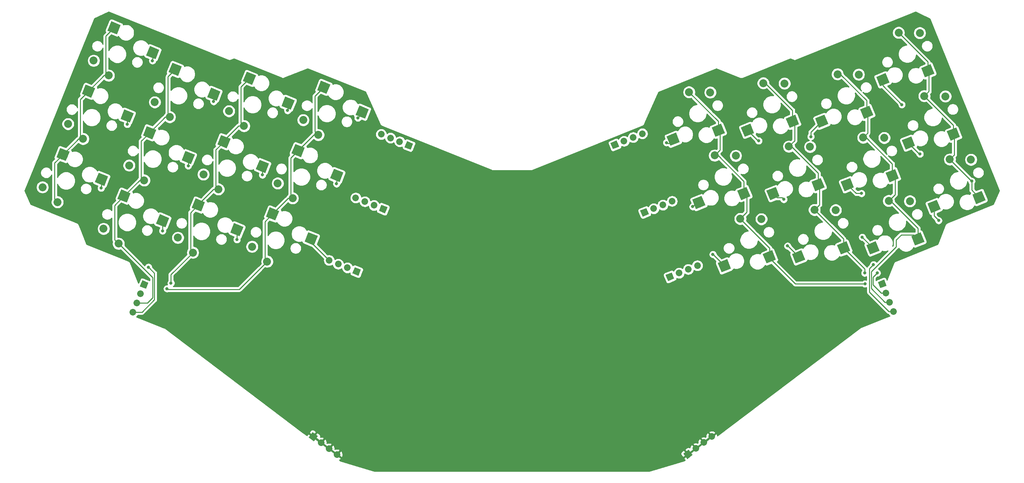
<source format=gbr>
G04 #@! TF.GenerationSoftware,KiCad,Pcbnew,(5.1.4)-1*
G04 #@! TF.CreationDate,2023-12-29T13:03:47-05:00*
G04 #@! TF.ProjectId,ThumbsUp,5468756d-6273-4557-902e-6b696361645f,rev?*
G04 #@! TF.SameCoordinates,Original*
G04 #@! TF.FileFunction,Copper,L2,Bot*
G04 #@! TF.FilePolarity,Positive*
%FSLAX46Y46*%
G04 Gerber Fmt 4.6, Leading zero omitted, Abs format (unit mm)*
G04 Created by KiCad (PCBNEW (5.1.4)-1) date 2023-12-29 13:03:47*
%MOMM*%
%LPD*%
G04 APERTURE LIST*
%ADD10C,1.700000*%
%ADD11C,0.100000*%
%ADD12C,1.700000*%
%ADD13C,2.600000*%
%ADD14C,2.032000*%
%ADD15C,0.800000*%
%ADD16C,0.254000*%
G04 APERTURE END LIST*
D10*
X190350000Y-232890000D03*
D11*
G36*
X191456522Y-233359691D02*
G01*
X189880309Y-233996522D01*
X189243478Y-232420309D01*
X190819691Y-231783478D01*
X191456522Y-233359691D01*
X191456522Y-233359691D01*
G37*
D10*
X192705047Y-231938499D03*
D12*
X192705047Y-231938499D02*
X192705047Y-231938499D01*
D10*
X195060094Y-230986999D03*
D12*
X195060094Y-230986999D02*
X195060094Y-230986999D01*
D10*
X197415141Y-230035498D03*
D12*
X197415141Y-230035498D02*
X197415141Y-230035498D01*
D10*
X247624118Y-241777982D03*
D12*
X247624118Y-241777982D02*
X247624118Y-241777982D01*
D10*
X246672617Y-239422935D03*
D12*
X246672617Y-239422935D02*
X246672617Y-239422935D01*
D10*
X245721117Y-237067888D03*
D12*
X245721117Y-237067888D02*
X245721117Y-237067888D01*
D10*
X244769616Y-234712841D03*
D11*
G36*
X244299925Y-235819363D02*
G01*
X243663094Y-234243150D01*
X245239307Y-233606319D01*
X245876138Y-235182532D01*
X244299925Y-235819363D01*
X244299925Y-235819363D01*
G37*
D10*
X183300721Y-196237898D03*
D12*
X183300721Y-196237898D02*
X183300721Y-196237898D01*
D10*
X180945674Y-197189399D03*
D12*
X180945674Y-197189399D02*
X180945674Y-197189399D01*
D10*
X178590627Y-198140899D03*
D12*
X178590627Y-198140899D02*
X178590627Y-198140899D01*
D10*
X176235580Y-199092400D03*
D11*
G36*
X177342102Y-199562091D02*
G01*
X175765889Y-200198922D01*
X175129058Y-198622709D01*
X176705271Y-197985878D01*
X177342102Y-199562091D01*
X177342102Y-199562091D01*
G37*
D10*
X190915141Y-213535498D03*
D12*
X190915141Y-213535498D02*
X190915141Y-213535498D01*
D10*
X188560094Y-214486999D03*
D12*
X188560094Y-214486999D02*
X188560094Y-214486999D01*
D10*
X186205047Y-215438499D03*
D12*
X186205047Y-215438499D02*
X186205047Y-215438499D01*
D10*
X183850000Y-216390000D03*
D11*
G36*
X184956522Y-216859691D02*
G01*
X183380309Y-217496522D01*
X182743478Y-215920309D01*
X184319691Y-215283478D01*
X184956522Y-216859691D01*
X184956522Y-216859691D01*
G37*
D10*
X103020102Y-228685498D03*
D12*
X103020102Y-228685498D02*
X103020102Y-228685498D01*
D10*
X105375149Y-229636999D03*
D12*
X105375149Y-229636999D02*
X105375149Y-229636999D01*
D10*
X107730196Y-230588499D03*
D12*
X107730196Y-230588499D02*
X107730196Y-230588499D01*
D10*
X110085243Y-231540000D03*
D11*
G36*
X109615552Y-230433478D02*
G01*
X111191765Y-231070309D01*
X110554934Y-232646522D01*
X108978721Y-232009691D01*
X109615552Y-230433478D01*
X109615552Y-230433478D01*
G37*
D10*
X116900000Y-215540000D03*
D11*
G36*
X116430309Y-214433478D02*
G01*
X118006522Y-215070309D01*
X117369691Y-216646522D01*
X115793478Y-216009691D01*
X116430309Y-214433478D01*
X116430309Y-214433478D01*
G37*
D10*
X114544953Y-214588499D03*
D12*
X114544953Y-214588499D02*
X114544953Y-214588499D01*
D10*
X112189906Y-213636999D03*
D12*
X112189906Y-213636999D02*
X112189906Y-213636999D01*
D10*
X109834859Y-212685498D03*
D12*
X109834859Y-212685498D02*
X109834859Y-212685498D01*
D10*
X116392437Y-196379332D03*
D12*
X116392437Y-196379332D02*
X116392437Y-196379332D01*
D10*
X118747484Y-197330833D03*
D12*
X118747484Y-197330833D02*
X118747484Y-197330833D01*
D10*
X121102531Y-198282333D03*
D12*
X121102531Y-198282333D02*
X121102531Y-198282333D01*
D10*
X123457578Y-199233834D03*
D11*
G36*
X122987887Y-198127312D02*
G01*
X124564100Y-198764143D01*
X123927269Y-200340356D01*
X122351056Y-199703525D01*
X122987887Y-198127312D01*
X122987887Y-198127312D01*
G37*
D10*
X52781938Y-241970168D03*
D12*
X52781938Y-241970168D02*
X52781938Y-241970168D01*
D10*
X53733439Y-239615121D03*
D12*
X53733439Y-239615121D02*
X53733439Y-239615121D01*
D10*
X54684939Y-237260074D03*
D12*
X54684939Y-237260074D02*
X54684939Y-237260074D01*
D10*
X55636440Y-234905027D03*
D11*
G36*
X54529918Y-235374718D02*
G01*
X55166749Y-233798505D01*
X56742962Y-234435336D01*
X56106131Y-236011549D01*
X54529918Y-235374718D01*
X54529918Y-235374718D01*
G37*
D13*
X258019859Y-214853103D03*
D11*
G36*
X258738209Y-213160775D02*
G01*
X259712187Y-215571453D01*
X257301509Y-216545431D01*
X256327531Y-214134753D01*
X258738209Y-213160775D01*
X258738209Y-213160775D01*
G37*
D14*
X262077352Y-202805909D03*
X267499945Y-202879962D03*
D13*
X269552967Y-212566201D03*
D11*
G36*
X270271317Y-210873873D02*
G01*
X271245295Y-213284551D01*
X268834617Y-214258529D01*
X267860639Y-211847851D01*
X270271317Y-210873873D01*
X270271317Y-210873873D01*
G37*
D13*
X251464243Y-198627386D03*
D11*
G36*
X252182593Y-196935058D02*
G01*
X253156571Y-199345736D01*
X250745893Y-200319714D01*
X249771915Y-197909036D01*
X252182593Y-196935058D01*
X252182593Y-196935058D01*
G37*
D14*
X255521736Y-186580192D03*
X260944329Y-186654245D03*
D13*
X262997351Y-196340484D03*
D11*
G36*
X263715701Y-194648156D02*
G01*
X264689679Y-197058834D01*
X262279001Y-198032812D01*
X261305023Y-195622134D01*
X263715701Y-194648156D01*
X263715701Y-194648156D01*
G37*
D13*
X244908628Y-182401668D03*
D11*
G36*
X245626978Y-180709340D02*
G01*
X246600956Y-183120018D01*
X244190278Y-184093996D01*
X243216300Y-181683318D01*
X245626978Y-180709340D01*
X245626978Y-180709340D01*
G37*
D14*
X248966121Y-170354474D03*
X254388714Y-170428527D03*
D13*
X256441736Y-180114766D03*
D11*
G36*
X257160086Y-178422438D02*
G01*
X258134064Y-180833116D01*
X255723386Y-181807094D01*
X254749408Y-179396416D01*
X257160086Y-178422438D01*
X257160086Y-178422438D01*
G37*
D13*
X242365384Y-225492061D03*
D11*
G36*
X243083734Y-223799733D02*
G01*
X244057712Y-226210411D01*
X241647034Y-227184389D01*
X240673056Y-224773711D01*
X243083734Y-223799733D01*
X243083734Y-223799733D01*
G37*
D14*
X246422877Y-213444867D03*
X251845470Y-213518920D03*
D13*
X253898492Y-223205159D03*
D11*
G36*
X254616842Y-221512831D02*
G01*
X255590820Y-223923509D01*
X253180142Y-224897487D01*
X252206164Y-222486809D01*
X254616842Y-221512831D01*
X254616842Y-221512831D01*
G37*
D13*
X235809769Y-209266343D03*
D11*
G36*
X236528119Y-207574015D02*
G01*
X237502097Y-209984693D01*
X235091419Y-210958671D01*
X234117441Y-208547993D01*
X236528119Y-207574015D01*
X236528119Y-207574015D01*
G37*
D14*
X239867262Y-197219149D03*
X245289855Y-197293202D03*
D13*
X247342877Y-206979441D03*
D11*
G36*
X248061227Y-205287113D02*
G01*
X249035205Y-207697791D01*
X246624527Y-208671769D01*
X245650549Y-206261091D01*
X248061227Y-205287113D01*
X248061227Y-205287113D01*
G37*
D13*
X229254153Y-193040626D03*
D11*
G36*
X229972503Y-191348298D02*
G01*
X230946481Y-193758976D01*
X228535803Y-194732954D01*
X227561825Y-192322276D01*
X229972503Y-191348298D01*
X229972503Y-191348298D01*
G37*
D14*
X233311646Y-180993432D03*
X238734239Y-181067485D03*
D13*
X240787261Y-190753724D03*
D11*
G36*
X241505611Y-189061396D02*
G01*
X242479589Y-191472074D01*
X240068911Y-192446052D01*
X239094933Y-190035374D01*
X241505611Y-189061396D01*
X241505611Y-189061396D01*
G37*
D13*
X223339450Y-227786363D03*
D11*
G36*
X224057800Y-226094035D02*
G01*
X225031778Y-228504713D01*
X222621100Y-229478691D01*
X221647122Y-227068013D01*
X224057800Y-226094035D01*
X224057800Y-226094035D01*
G37*
D14*
X227396943Y-215739169D03*
X232819536Y-215813222D03*
D13*
X234872558Y-225499461D03*
D11*
G36*
X235590908Y-223807133D02*
G01*
X236564886Y-226217811D01*
X234154208Y-227191789D01*
X233180230Y-224781111D01*
X235590908Y-223807133D01*
X235590908Y-223807133D01*
G37*
D13*
X216783834Y-211560646D03*
D11*
G36*
X217502184Y-209868318D02*
G01*
X218476162Y-212278996D01*
X216065484Y-213252974D01*
X215091506Y-210842296D01*
X217502184Y-209868318D01*
X217502184Y-209868318D01*
G37*
D14*
X220841327Y-199513452D03*
X226263920Y-199587505D03*
D13*
X228316942Y-209273744D03*
D11*
G36*
X229035292Y-207581416D02*
G01*
X230009270Y-209992094D01*
X227598592Y-210966072D01*
X226624614Y-208555394D01*
X229035292Y-207581416D01*
X229035292Y-207581416D01*
G37*
D13*
X210228219Y-195334929D03*
D11*
G36*
X210946569Y-193642601D02*
G01*
X211920547Y-196053279D01*
X209509869Y-197027257D01*
X208535891Y-194616579D01*
X210946569Y-193642601D01*
X210946569Y-193642601D01*
G37*
D14*
X214285712Y-183287735D03*
X219708305Y-183361788D03*
D13*
X221761327Y-193048027D03*
D11*
G36*
X222479677Y-191355699D02*
G01*
X223453655Y-193766377D01*
X221042977Y-194740355D01*
X220068999Y-192329677D01*
X222479677Y-191355699D01*
X222479677Y-191355699D01*
G37*
D13*
X204313515Y-230080666D03*
D11*
G36*
X205031865Y-228388338D02*
G01*
X206005843Y-230799016D01*
X203595165Y-231772994D01*
X202621187Y-229362316D01*
X205031865Y-228388338D01*
X205031865Y-228388338D01*
G37*
D14*
X208371008Y-218033472D03*
X213793601Y-218107525D03*
D13*
X215846623Y-227793764D03*
D11*
G36*
X216564973Y-226101436D02*
G01*
X217538951Y-228512114D01*
X215128273Y-229486092D01*
X214154295Y-227075414D01*
X216564973Y-226101436D01*
X216564973Y-226101436D01*
G37*
D13*
X197757900Y-213854949D03*
D11*
G36*
X198476250Y-212162621D02*
G01*
X199450228Y-214573299D01*
X197039550Y-215547277D01*
X196065572Y-213136599D01*
X198476250Y-212162621D01*
X198476250Y-212162621D01*
G37*
D14*
X201815393Y-201807755D03*
X207237986Y-201881808D03*
D13*
X209291008Y-211568047D03*
D11*
G36*
X210009358Y-209875719D02*
G01*
X210983336Y-212286397D01*
X208572658Y-213260375D01*
X207598680Y-210849697D01*
X210009358Y-209875719D01*
X210009358Y-209875719D01*
G37*
D13*
X191202285Y-197629231D03*
D11*
G36*
X191920635Y-195936903D02*
G01*
X192894613Y-198347581D01*
X190483935Y-199321559D01*
X189509957Y-196910881D01*
X191920635Y-195936903D01*
X191920635Y-195936903D01*
G37*
D14*
X195259778Y-185582037D03*
X200682371Y-185656090D03*
D13*
X202735393Y-195342329D03*
D11*
G36*
X203453743Y-193650001D02*
G01*
X204427721Y-196060679D01*
X202017043Y-197034657D01*
X201043065Y-194623979D01*
X203453743Y-193650001D01*
X203453743Y-193650001D01*
G37*
D13*
X98431006Y-223150213D03*
D11*
G36*
X96738678Y-223868563D02*
G01*
X97712656Y-221457885D01*
X100123334Y-222431863D01*
X99149356Y-224842541D01*
X96738678Y-223868563D01*
X96738678Y-223868563D01*
G37*
D14*
X87143606Y-228997668D03*
X83294361Y-225177549D03*
D13*
X88546167Y-216783702D03*
D11*
G36*
X86853839Y-217502052D02*
G01*
X87827817Y-215091374D01*
X90238495Y-216065352D01*
X89264517Y-218476030D01*
X86853839Y-217502052D01*
X86853839Y-217502052D01*
G37*
D13*
X104986621Y-206924496D03*
D11*
G36*
X103294293Y-207642846D02*
G01*
X104268271Y-205232168D01*
X106678949Y-206206146D01*
X105704971Y-208616824D01*
X103294293Y-207642846D01*
X103294293Y-207642846D01*
G37*
D14*
X93699221Y-212771951D03*
X89849976Y-208951832D03*
D13*
X95101782Y-200557985D03*
D11*
G36*
X93409454Y-201276335D02*
G01*
X94383432Y-198865657D01*
X96794110Y-199839635D01*
X95820132Y-202250313D01*
X93409454Y-201276335D01*
X93409454Y-201276335D01*
G37*
D13*
X111542237Y-190698778D03*
D11*
G36*
X109849909Y-191417128D02*
G01*
X110823887Y-189006450D01*
X113234565Y-189980428D01*
X112260587Y-192391106D01*
X109849909Y-191417128D01*
X109849909Y-191417128D01*
G37*
D14*
X100254837Y-196546233D03*
X96405592Y-192726114D03*
D13*
X101657398Y-184332267D03*
D11*
G36*
X99965070Y-185050617D02*
G01*
X100939048Y-182639939D01*
X103349726Y-183613917D01*
X102375748Y-186024595D01*
X99965070Y-185050617D01*
X99965070Y-185050617D01*
G37*
D13*
X79405072Y-220855911D03*
D11*
G36*
X77712744Y-221574261D02*
G01*
X78686722Y-219163583D01*
X81097400Y-220137561D01*
X80123422Y-222548239D01*
X77712744Y-221574261D01*
X77712744Y-221574261D01*
G37*
D14*
X68117672Y-226703366D03*
X64268427Y-222883247D03*
D13*
X69520233Y-214489400D03*
D11*
G36*
X67827905Y-215207750D02*
G01*
X68801883Y-212797072D01*
X71212561Y-213771050D01*
X70238583Y-216181728D01*
X67827905Y-215207750D01*
X67827905Y-215207750D01*
G37*
D13*
X85960687Y-204630193D03*
D11*
G36*
X84268359Y-205348543D02*
G01*
X85242337Y-202937865D01*
X87653015Y-203911843D01*
X86679037Y-206322521D01*
X84268359Y-205348543D01*
X84268359Y-205348543D01*
G37*
D14*
X74673287Y-210477648D03*
X70824042Y-206657529D03*
D13*
X76075848Y-198263682D03*
D11*
G36*
X74383520Y-198982032D02*
G01*
X75357498Y-196571354D01*
X77768176Y-197545332D01*
X76794198Y-199956010D01*
X74383520Y-198982032D01*
X74383520Y-198982032D01*
G37*
D13*
X92516302Y-188404476D03*
D11*
G36*
X90823974Y-189122826D02*
G01*
X91797952Y-186712148D01*
X94208630Y-187686126D01*
X93234652Y-190096804D01*
X90823974Y-189122826D01*
X90823974Y-189122826D01*
G37*
D14*
X81228902Y-194251931D03*
X77379657Y-190431812D03*
D13*
X82631463Y-182037965D03*
D11*
G36*
X80939135Y-182756315D02*
G01*
X81913113Y-180345637D01*
X84323791Y-181319615D01*
X83349813Y-183730293D01*
X80939135Y-182756315D01*
X80939135Y-182756315D01*
G37*
D13*
X60379137Y-218561608D03*
D11*
G36*
X58686809Y-219279958D02*
G01*
X59660787Y-216869280D01*
X62071465Y-217843258D01*
X61097487Y-220253936D01*
X58686809Y-219279958D01*
X58686809Y-219279958D01*
G37*
D14*
X49091737Y-224409063D03*
X45242492Y-220588944D03*
D13*
X50494298Y-212195097D03*
D11*
G36*
X48801970Y-212913447D02*
G01*
X49775948Y-210502769D01*
X52186626Y-211476747D01*
X51212648Y-213887425D01*
X48801970Y-212913447D01*
X48801970Y-212913447D01*
G37*
D13*
X66934753Y-202335890D03*
D11*
G36*
X65242425Y-203054240D02*
G01*
X66216403Y-200643562D01*
X68627081Y-201617540D01*
X67653103Y-204028218D01*
X65242425Y-203054240D01*
X65242425Y-203054240D01*
G37*
D14*
X55647353Y-208183345D03*
X51798108Y-204363226D03*
D13*
X57049914Y-195969379D03*
D11*
G36*
X55357586Y-196687729D02*
G01*
X56331564Y-194277051D01*
X58742242Y-195251029D01*
X57768264Y-197661707D01*
X55357586Y-196687729D01*
X55357586Y-196687729D01*
G37*
D13*
X73490368Y-186110173D03*
D11*
G36*
X71798040Y-186828523D02*
G01*
X72772018Y-184417845D01*
X75182696Y-185391823D01*
X74208718Y-187802501D01*
X71798040Y-186828523D01*
X71798040Y-186828523D01*
G37*
D14*
X62202968Y-191957628D03*
X58353723Y-188137509D03*
D13*
X63605529Y-179743662D03*
D11*
G36*
X61913201Y-180462012D02*
G01*
X62887179Y-178051334D01*
X65297857Y-179025312D01*
X64323879Y-181435990D01*
X61913201Y-180462012D01*
X61913201Y-180462012D01*
G37*
D13*
X44724662Y-207922650D03*
D11*
G36*
X43032334Y-208641000D02*
G01*
X44006312Y-206230322D01*
X46416990Y-207204300D01*
X45443012Y-209614978D01*
X43032334Y-208641000D01*
X43032334Y-208641000D01*
G37*
D14*
X33437262Y-213770105D03*
X29588017Y-209949986D03*
D13*
X34839823Y-201556139D03*
D11*
G36*
X33147495Y-202274489D02*
G01*
X34121473Y-199863811D01*
X36532151Y-200837789D01*
X35558173Y-203248467D01*
X33147495Y-202274489D01*
X33147495Y-202274489D01*
G37*
D13*
X51280278Y-191696933D03*
D11*
G36*
X49587950Y-192415283D02*
G01*
X50561928Y-190004605D01*
X52972606Y-190978583D01*
X51998628Y-193389261D01*
X49587950Y-192415283D01*
X49587950Y-192415283D01*
G37*
D14*
X39992878Y-197544388D03*
X36143633Y-193724269D03*
D13*
X41395439Y-185330422D03*
D11*
G36*
X39703111Y-186048772D02*
G01*
X40677089Y-183638094D01*
X43087767Y-184612072D01*
X42113789Y-187022750D01*
X39703111Y-186048772D01*
X39703111Y-186048772D01*
G37*
D13*
X57835893Y-175471216D03*
D11*
G36*
X56143565Y-176189566D02*
G01*
X57117543Y-173778888D01*
X59528221Y-174752866D01*
X58554243Y-177163544D01*
X56143565Y-176189566D01*
X56143565Y-176189566D01*
G37*
D14*
X46548493Y-181318671D03*
X42699248Y-177498552D03*
D13*
X47951054Y-169104705D03*
D11*
G36*
X46258726Y-169823055D02*
G01*
X47232704Y-167412377D01*
X49643382Y-168386355D01*
X48669404Y-170797033D01*
X46258726Y-169823055D01*
X46258726Y-169823055D01*
G37*
D10*
X98983952Y-273902971D03*
D11*
G36*
X99151249Y-275093354D02*
G01*
X97793569Y-274070268D01*
X98816655Y-272712588D01*
X100174335Y-273735674D01*
X99151249Y-275093354D01*
X99151249Y-275093354D01*
G37*
D10*
X101012486Y-275431581D03*
D12*
X101012486Y-275431581D02*
X101012486Y-275431581D01*
D10*
X103041020Y-276960191D03*
D12*
X103041020Y-276960191D02*
X103041020Y-276960191D01*
D10*
X105069555Y-278488801D03*
D12*
X105069555Y-278488801D02*
X105069555Y-278488801D01*
D10*
X194958136Y-278427914D03*
D11*
G36*
X196148519Y-278595211D02*
G01*
X194790839Y-279618297D01*
X193767753Y-278260617D01*
X195125433Y-277237531D01*
X196148519Y-278595211D01*
X196148519Y-278595211D01*
G37*
D10*
X196986670Y-276899304D03*
D12*
X196986670Y-276899304D02*
X196986670Y-276899304D01*
D10*
X199015204Y-275370694D03*
D12*
X199015204Y-275370694D02*
X199015204Y-275370694D01*
D10*
X201043739Y-273842084D03*
D12*
X201043739Y-273842084D02*
X201043739Y-273842084D01*
D15*
X56740000Y-230440000D03*
X62510000Y-234510000D03*
X61500000Y-235950000D03*
X79420000Y-223380000D03*
X60360000Y-221130000D03*
X44610000Y-210170000D03*
X110410000Y-192180000D03*
X92390000Y-190280000D03*
X73440000Y-188000000D03*
X57780000Y-177530000D03*
X104930000Y-209090000D03*
X85950000Y-206790000D03*
X66930000Y-204470000D03*
X51300000Y-193820002D03*
X242520000Y-229770000D03*
X267677010Y-208394279D03*
X243467000Y-231913916D03*
X240264074Y-231944074D03*
X240347159Y-234712841D03*
X189470000Y-198522990D03*
X213100000Y-198050000D03*
X226460000Y-196992990D03*
X249785000Y-188785000D03*
X196200000Y-214930000D03*
X219532435Y-213069642D03*
X239439827Y-211529747D03*
X254439328Y-201419328D03*
X201375000Y-227165000D03*
X220495000Y-224995000D03*
X239635000Y-222745000D03*
X259205933Y-218475933D03*
D16*
X32690000Y-203705962D02*
X34839823Y-201556139D01*
X33437262Y-213770105D02*
X32690000Y-213022843D01*
X32690000Y-213022843D02*
X32690000Y-203705962D01*
X38851574Y-197544388D02*
X39992878Y-197544388D01*
X34839823Y-201556139D02*
X38851574Y-197544388D01*
X39280000Y-187445861D02*
X41395439Y-185330422D01*
X39992878Y-197544388D02*
X39280000Y-196831510D01*
X39280000Y-196831510D02*
X39280000Y-187445861D01*
X45407190Y-181318671D02*
X46548493Y-181318671D01*
X41395439Y-185330422D02*
X45407190Y-181318671D01*
X45830000Y-171225759D02*
X47951054Y-169104705D01*
X46548493Y-181318671D02*
X45830000Y-180600178D01*
X45830000Y-180600178D02*
X45830000Y-171225759D01*
X58264011Y-231964011D02*
X57139999Y-230839999D01*
X57139999Y-230839999D02*
X56740000Y-230440000D01*
X58264011Y-238795989D02*
X58264011Y-231964011D01*
X55089832Y-241970168D02*
X58264011Y-238795989D01*
X52781938Y-241970168D02*
X55089832Y-241970168D01*
X48090000Y-214599395D02*
X50494298Y-212195097D01*
X49091737Y-224409063D02*
X48090000Y-223407326D01*
X48090000Y-223407326D02*
X48090000Y-214599395D01*
X54506050Y-208183345D02*
X55647353Y-208183345D01*
X50494298Y-212195097D02*
X54506050Y-208183345D01*
X54890000Y-198129293D02*
X57049914Y-195969379D01*
X55647353Y-208183345D02*
X54890000Y-207425992D01*
X54890000Y-207425992D02*
X54890000Y-198129293D01*
X61061665Y-191957628D02*
X62202968Y-191957628D01*
X57049914Y-195969379D02*
X61061665Y-191957628D01*
X61750000Y-181599191D02*
X63605529Y-179743662D01*
X62202968Y-191957628D02*
X61750000Y-191504660D01*
X61750000Y-191504660D02*
X61750000Y-181599191D01*
X50107736Y-225425062D02*
X49091737Y-224409063D01*
X57810000Y-233127326D02*
X50107736Y-225425062D01*
X57810000Y-238290000D02*
X57810000Y-233127326D01*
X53733439Y-239615121D02*
X56484879Y-239615121D01*
X56484879Y-239615121D02*
X57810000Y-238290000D01*
X80450000Y-193473029D02*
X81228902Y-194251931D01*
X82631463Y-182037965D02*
X80450000Y-184219428D01*
X80450000Y-184219428D02*
X80450000Y-193473029D01*
X76075848Y-197974152D02*
X76075848Y-198263682D01*
X81228902Y-194251931D02*
X79798069Y-194251931D01*
X79798069Y-194251931D02*
X76075848Y-197974152D01*
X73990000Y-209794361D02*
X74673287Y-210477648D01*
X76075848Y-198263682D02*
X73990000Y-200349530D01*
X73990000Y-200349530D02*
X73990000Y-209794361D01*
X69520233Y-214359767D02*
X69520233Y-214489400D01*
X74673287Y-210477648D02*
X73402352Y-210477648D01*
X73402352Y-210477648D02*
X69520233Y-214359767D01*
X67530000Y-216479633D02*
X69520233Y-214489400D01*
X68117672Y-226703366D02*
X67530000Y-226115694D01*
X67530000Y-226115694D02*
X67530000Y-216479633D01*
X62510000Y-233944315D02*
X62510000Y-234510000D01*
X62510000Y-232311038D02*
X62510000Y-233944315D01*
X68117672Y-226703366D02*
X62510000Y-232311038D01*
X86570000Y-218759869D02*
X88546167Y-216783702D01*
X87143606Y-228997668D02*
X86570000Y-228424062D01*
X86570000Y-228424062D02*
X86570000Y-218759869D01*
X92557918Y-212771951D02*
X93699221Y-212771951D01*
X88546167Y-216783702D02*
X92557918Y-212771951D01*
X93230000Y-202429767D02*
X95101782Y-200557985D01*
X93699221Y-212771951D02*
X93230000Y-212302730D01*
X93230000Y-212302730D02*
X93230000Y-202429767D01*
X99113534Y-196546233D02*
X100254837Y-196546233D01*
X95101782Y-200557985D02*
X99113534Y-196546233D01*
X99420000Y-186569665D02*
X101657398Y-184332267D01*
X100254837Y-196546233D02*
X99420000Y-195711396D01*
X99420000Y-195711396D02*
X99420000Y-186569665D01*
X61687001Y-236137001D02*
X61500000Y-235950000D01*
X87143606Y-228997668D02*
X80004273Y-236137001D01*
X80004273Y-236137001D02*
X61687001Y-236137001D01*
X98431006Y-224096402D02*
X98431006Y-223150213D01*
X103020102Y-228685498D02*
X98431006Y-224096402D01*
X79405072Y-220855911D02*
X79405072Y-223365072D01*
X79405072Y-223365072D02*
X79420000Y-223380000D01*
X60379137Y-218561608D02*
X60379137Y-221110863D01*
X60379137Y-221110863D02*
X60360000Y-221130000D01*
X44724662Y-207922650D02*
X44724662Y-210055338D01*
X44724662Y-210055338D02*
X44610000Y-210170000D01*
X111542237Y-190698778D02*
X111542237Y-191047763D01*
X111542237Y-191047763D02*
X110410000Y-192180000D01*
X92516302Y-188404476D02*
X92516302Y-190153698D01*
X92516302Y-190153698D02*
X92390000Y-190280000D01*
X73490368Y-186110173D02*
X73490368Y-187949632D01*
X73490368Y-187949632D02*
X73440000Y-188000000D01*
X57835893Y-175471216D02*
X57835893Y-177474107D01*
X57835893Y-177474107D02*
X57780000Y-177530000D01*
X104986621Y-206924496D02*
X104986621Y-209033379D01*
X104986621Y-209033379D02*
X104930000Y-209090000D01*
X85960687Y-204630193D02*
X85960687Y-206779313D01*
X85960687Y-206779313D02*
X85950000Y-206790000D01*
X66934753Y-202335890D02*
X66934753Y-204465247D01*
X66934753Y-204465247D02*
X66930000Y-204470000D01*
X51280278Y-191696933D02*
X51280278Y-193800280D01*
X51280278Y-193800280D02*
X51300000Y-193820002D01*
X262997351Y-194055807D02*
X255521736Y-186580192D01*
X262997351Y-196340484D02*
X262997351Y-194055807D01*
X256441736Y-177830089D02*
X248966121Y-170354474D01*
X256441736Y-180114766D02*
X256441736Y-177830089D01*
X256740000Y-180413030D02*
X256441736Y-180114766D01*
X255521736Y-186580192D02*
X256740000Y-185361928D01*
X256740000Y-185361928D02*
X256740000Y-180413030D01*
X263210000Y-196553133D02*
X262997351Y-196340484D01*
X262077352Y-202805909D02*
X263210000Y-201673261D01*
X263210000Y-201673261D02*
X263210000Y-196553133D01*
X242120001Y-230169999D02*
X242520000Y-229770000D01*
X241501978Y-236857923D02*
X241501978Y-230788022D01*
X246422037Y-241777982D02*
X241501978Y-236857923D01*
X241501978Y-230788022D02*
X242120001Y-230169999D01*
X247624118Y-241777982D02*
X246422037Y-241777982D01*
X269552967Y-212566201D02*
X267677010Y-210690244D01*
X267677010Y-208959964D02*
X267677010Y-208394279D01*
X262077352Y-202805909D02*
X267665722Y-208394279D01*
X267677010Y-210690244D02*
X267677010Y-208959964D01*
X267665722Y-208394279D02*
X267677010Y-208394279D01*
X246894867Y-213444867D02*
X246422877Y-213444867D01*
X253898492Y-223205159D02*
X253898492Y-220448492D01*
X253898492Y-220448492D02*
X246894867Y-213444867D01*
X248050000Y-207686564D02*
X247342877Y-206979441D01*
X246422877Y-213444867D02*
X248050000Y-211817744D01*
X248050000Y-211817744D02*
X248050000Y-207686564D01*
X240619149Y-197219149D02*
X239867262Y-197219149D01*
X247342877Y-206979441D02*
X247342877Y-203942877D01*
X247342877Y-203942877D02*
X240619149Y-197219149D01*
X241010000Y-190976463D02*
X240787261Y-190753724D01*
X239867262Y-197219149D02*
X241010000Y-196076411D01*
X241010000Y-196076411D02*
X241010000Y-190976463D01*
X234053432Y-180993432D02*
X233311646Y-180993432D01*
X240787261Y-190753724D02*
X240787261Y-187727261D01*
X240787261Y-187727261D02*
X234053432Y-180993432D01*
X252829158Y-222135825D02*
X253898492Y-223205159D01*
X249644175Y-222135825D02*
X252829158Y-222135825D01*
X245470536Y-239422935D02*
X241955989Y-235908388D01*
X246672617Y-239422935D02*
X245470536Y-239422935D01*
X241955989Y-235908388D02*
X241955989Y-231584011D01*
X241955989Y-231584011D02*
X248360000Y-225180000D01*
X248360000Y-225180000D02*
X248360000Y-223420000D01*
X248360000Y-223420000D02*
X249644175Y-222135825D01*
X228710000Y-209666802D02*
X228316942Y-209273744D01*
X227396943Y-215739169D02*
X228710000Y-214426112D01*
X228710000Y-214426112D02*
X228710000Y-209666802D01*
X221483452Y-199513452D02*
X220841327Y-199513452D01*
X228316942Y-209273744D02*
X228316942Y-206346942D01*
X228316942Y-206346942D02*
X221483452Y-199513452D01*
X222320000Y-193606700D02*
X221761327Y-193048027D01*
X220841327Y-199513452D02*
X222320000Y-198034779D01*
X222320000Y-198034779D02*
X222320000Y-193606700D01*
X214807735Y-183287735D02*
X214285712Y-183287735D01*
X221761327Y-193048027D02*
X221761327Y-190241327D01*
X221761327Y-190241327D02*
X214807735Y-183287735D01*
X243466084Y-231913916D02*
X243467000Y-231913916D01*
X242410000Y-232970000D02*
X243466084Y-231913916D01*
X242410000Y-234958852D02*
X242410000Y-232970000D01*
X245721117Y-237067888D02*
X244519036Y-237067888D01*
X244519036Y-237067888D02*
X242410000Y-234958852D01*
X234872558Y-223214784D02*
X234872558Y-225499461D01*
X227396943Y-215739169D02*
X234872558Y-223214784D01*
X240264074Y-230890977D02*
X240264074Y-231378389D01*
X240264074Y-231378389D02*
X240264074Y-231944074D01*
X234872558Y-225499461D02*
X240264074Y-230890977D01*
X210080000Y-212357039D02*
X209291008Y-211568047D01*
X208371008Y-218033472D02*
X210080000Y-216324480D01*
X210080000Y-216324480D02*
X210080000Y-212357039D01*
X202667755Y-201807755D02*
X201815393Y-201807755D01*
X209291008Y-211568047D02*
X209291008Y-208431008D01*
X209291008Y-208431008D02*
X202667755Y-201807755D01*
X203220000Y-195826936D02*
X202735393Y-195342329D01*
X201815393Y-201807755D02*
X203220000Y-200403148D01*
X203220000Y-200403148D02*
X203220000Y-195826936D01*
X202735393Y-193057652D02*
X195259778Y-185582037D01*
X202735393Y-195342329D02*
X202735393Y-193057652D01*
X215900000Y-225562464D02*
X215900000Y-227390000D01*
X208371008Y-218033472D02*
X215900000Y-225562464D01*
X215780000Y-228020000D02*
X215780000Y-227820000D01*
X240347159Y-234712841D02*
X222472841Y-234712841D01*
X222472841Y-234712841D02*
X215780000Y-228020000D01*
X191202285Y-197629231D02*
X190132951Y-198698565D01*
X190132951Y-198698565D02*
X189645575Y-198698565D01*
X189645575Y-198698565D02*
X189470000Y-198522990D01*
X212943290Y-198050000D02*
X213100000Y-198050000D01*
X210228219Y-195334929D02*
X212943290Y-198050000D01*
X226460000Y-196427305D02*
X226460000Y-196992990D01*
X229254153Y-193040626D02*
X226460000Y-195834779D01*
X226460000Y-195834779D02*
X226460000Y-196427305D01*
X244908628Y-183908628D02*
X249785000Y-188785000D01*
X244908628Y-182401668D02*
X244908628Y-183908628D01*
X197275051Y-213854949D02*
X196200000Y-214930000D01*
X197757900Y-213854949D02*
X197275051Y-213854949D01*
X219092773Y-212629980D02*
X219532435Y-213069642D01*
X216783834Y-211560646D02*
X217853168Y-212629980D01*
X217853168Y-212629980D02*
X219092773Y-212629980D01*
X238073173Y-211529747D02*
X238874142Y-211529747D01*
X235809769Y-209266343D02*
X238073173Y-211529747D01*
X238874142Y-211529747D02*
X239439827Y-211529747D01*
X254256185Y-201419328D02*
X254439328Y-201419328D01*
X251464243Y-198627386D02*
X254256185Y-201419328D01*
X201397849Y-227165000D02*
X201375000Y-227165000D01*
X204313515Y-230080666D02*
X201397849Y-227165000D01*
X220548087Y-224995000D02*
X220495000Y-224995000D01*
X223339450Y-227786363D02*
X220548087Y-224995000D01*
X239635000Y-222761677D02*
X239635000Y-222745000D01*
X242365384Y-225492061D02*
X239635000Y-222761677D01*
X258019859Y-214853103D02*
X258019859Y-217289859D01*
X258019859Y-217289859D02*
X259205933Y-218475933D01*
G36*
X77223949Y-177383342D02*
G01*
X77252805Y-177398444D01*
X77284054Y-177407627D01*
X77284058Y-177407628D01*
X77377539Y-177435097D01*
X77442283Y-177440903D01*
X77507027Y-177446710D01*
X77507028Y-177446710D01*
X77636294Y-177432839D01*
X77729281Y-177403743D01*
X77729289Y-177403740D01*
X77760370Y-177394014D01*
X77788956Y-177378412D01*
X78613998Y-177028204D01*
X90887481Y-181987013D01*
X90910046Y-181999421D01*
X90947599Y-182011302D01*
X90953923Y-182013857D01*
X90978523Y-182021086D01*
X91033999Y-182038637D01*
X91040817Y-182039390D01*
X91047404Y-182041326D01*
X91105398Y-182046527D01*
X91163221Y-182052917D01*
X91170055Y-182052326D01*
X91176892Y-182052939D01*
X91234764Y-182046729D01*
X91292745Y-182041714D01*
X91299335Y-182039800D01*
X91306158Y-182039068D01*
X91361706Y-182021687D01*
X91386312Y-182014541D01*
X91392640Y-182012008D01*
X91430235Y-182000244D01*
X91452841Y-181987906D01*
X97538923Y-179551329D01*
X112389639Y-185551409D01*
X116043427Y-193809079D01*
X116051656Y-193835379D01*
X116069658Y-193868363D01*
X116071689Y-193872953D01*
X116085217Y-193896870D01*
X116113940Y-193949498D01*
X116117171Y-193953365D01*
X116119657Y-193957761D01*
X116158870Y-194003281D01*
X116197291Y-194049272D01*
X116201213Y-194052434D01*
X116204509Y-194056260D01*
X116251827Y-194093238D01*
X116298504Y-194130869D01*
X116302971Y-194133207D01*
X116306947Y-194136314D01*
X116360593Y-194163362D01*
X116384830Y-194176046D01*
X116389460Y-194177917D01*
X116423035Y-194194845D01*
X116449605Y-194202217D01*
X144660074Y-205599987D01*
X144685067Y-205613471D01*
X144720181Y-205624272D01*
X144724052Y-205625836D01*
X144751198Y-205633813D01*
X144809330Y-205651694D01*
X144813506Y-205652122D01*
X144817533Y-205653305D01*
X144878120Y-205658739D01*
X144906256Y-205661620D01*
X144910429Y-205661636D01*
X144947022Y-205664918D01*
X144975260Y-205661888D01*
X154779166Y-205699923D01*
X154825803Y-205702690D01*
X154876202Y-205695737D01*
X154926858Y-205690947D01*
X154971617Y-205677559D01*
X155007992Y-205668839D01*
X155024720Y-205667339D01*
X155071071Y-205653719D01*
X155086393Y-205650046D01*
X155102185Y-205644576D01*
X155118200Y-205639870D01*
X155132793Y-205633974D01*
X155178460Y-205618156D01*
X155192955Y-205609667D01*
X172500066Y-198617141D01*
X174491010Y-198617141D01*
X174502184Y-198741725D01*
X174537448Y-198861735D01*
X175174279Y-200437948D01*
X175232278Y-200548772D01*
X175310784Y-200646152D01*
X175406779Y-200726346D01*
X175516574Y-200786270D01*
X175635951Y-200823623D01*
X175760321Y-200836970D01*
X175884905Y-200825796D01*
X176004915Y-200790532D01*
X177581128Y-200153701D01*
X177691952Y-200095702D01*
X177789332Y-200017196D01*
X177869526Y-199921201D01*
X177929450Y-199811406D01*
X177966803Y-199692029D01*
X177980150Y-199567659D01*
X177973627Y-199494929D01*
X178019593Y-199519498D01*
X178299516Y-199604412D01*
X178517677Y-199625899D01*
X178663577Y-199625899D01*
X178881738Y-199604412D01*
X179161661Y-199519498D01*
X179419641Y-199381605D01*
X179645761Y-199196033D01*
X179831333Y-198969913D01*
X179969226Y-198711933D01*
X180054140Y-198432010D01*
X180058989Y-198382776D01*
X180116660Y-198430105D01*
X180374640Y-198567998D01*
X180654563Y-198652912D01*
X180872724Y-198674399D01*
X181018624Y-198674399D01*
X181236785Y-198652912D01*
X181516708Y-198567998D01*
X181774688Y-198430105D01*
X181785720Y-198421051D01*
X188435000Y-198421051D01*
X188435000Y-198624929D01*
X188474774Y-198824888D01*
X188552795Y-199013246D01*
X188666063Y-199182764D01*
X188810226Y-199326927D01*
X188979744Y-199440195D01*
X189168102Y-199518216D01*
X189368061Y-199557990D01*
X189571939Y-199557990D01*
X189771898Y-199518216D01*
X189860396Y-199481559D01*
X189892325Y-199560585D01*
X189950324Y-199671410D01*
X190028830Y-199768790D01*
X190124825Y-199848983D01*
X190234621Y-199908907D01*
X190353997Y-199946261D01*
X190478367Y-199959607D01*
X190602951Y-199948433D01*
X190722961Y-199913169D01*
X193133639Y-198939191D01*
X193244464Y-198881192D01*
X193341844Y-198802686D01*
X193422037Y-198706691D01*
X193481961Y-198596895D01*
X193519315Y-198477519D01*
X193525710Y-198417924D01*
X193616056Y-198455347D01*
X194028533Y-198537394D01*
X194449091Y-198537394D01*
X194861568Y-198455347D01*
X195250114Y-198294406D01*
X195599795Y-198060757D01*
X195897175Y-197763377D01*
X196130824Y-197413696D01*
X196291765Y-197025150D01*
X196373812Y-196612673D01*
X196373812Y-196192115D01*
X196291765Y-195779638D01*
X196130824Y-195391092D01*
X195897175Y-195041411D01*
X195599795Y-194744031D01*
X195250114Y-194510382D01*
X194861568Y-194349441D01*
X194449091Y-194267394D01*
X194028533Y-194267394D01*
X193616056Y-194349441D01*
X193227510Y-194510382D01*
X192877829Y-194744031D01*
X192580449Y-195041411D01*
X192346800Y-195391092D01*
X192323904Y-195446369D01*
X192279745Y-195409479D01*
X192169949Y-195349555D01*
X192050573Y-195312201D01*
X191926203Y-195298855D01*
X191801619Y-195310029D01*
X191681609Y-195345293D01*
X189270931Y-196319271D01*
X189160106Y-196377270D01*
X189062726Y-196455776D01*
X188982533Y-196551771D01*
X188922609Y-196661567D01*
X188885255Y-196780943D01*
X188871909Y-196905313D01*
X188883083Y-197029897D01*
X188918347Y-197149907D01*
X189084930Y-197562215D01*
X188979744Y-197605785D01*
X188810226Y-197719053D01*
X188666063Y-197863216D01*
X188552795Y-198032734D01*
X188474774Y-198221092D01*
X188435000Y-198421051D01*
X181785720Y-198421051D01*
X182000808Y-198244533D01*
X182186380Y-198018413D01*
X182324273Y-197760433D01*
X182409187Y-197480510D01*
X182414036Y-197431275D01*
X182471707Y-197478604D01*
X182729687Y-197616497D01*
X183009610Y-197701411D01*
X183227771Y-197722898D01*
X183373671Y-197722898D01*
X183591832Y-197701411D01*
X183871755Y-197616497D01*
X184129735Y-197478604D01*
X184355855Y-197293032D01*
X184541427Y-197066912D01*
X184679320Y-196808932D01*
X184764234Y-196529009D01*
X184792906Y-196237898D01*
X184764234Y-195946787D01*
X184679320Y-195666864D01*
X184541427Y-195408884D01*
X184355855Y-195182764D01*
X184129735Y-194997192D01*
X183871755Y-194859299D01*
X183591832Y-194774385D01*
X183373671Y-194752898D01*
X183227771Y-194752898D01*
X183009610Y-194774385D01*
X182729687Y-194859299D01*
X182471707Y-194997192D01*
X182245587Y-195182764D01*
X182060015Y-195408884D01*
X181922122Y-195666864D01*
X181837208Y-195946787D01*
X181832359Y-195996022D01*
X181774688Y-195948693D01*
X181516708Y-195810800D01*
X181236785Y-195725886D01*
X181018624Y-195704399D01*
X180872724Y-195704399D01*
X180654563Y-195725886D01*
X180374640Y-195810800D01*
X180116660Y-195948693D01*
X179890540Y-196134265D01*
X179704968Y-196360385D01*
X179567075Y-196618365D01*
X179482161Y-196898288D01*
X179477312Y-196947522D01*
X179419641Y-196900193D01*
X179161661Y-196762300D01*
X178881738Y-196677386D01*
X178663577Y-196655899D01*
X178517677Y-196655899D01*
X178299516Y-196677386D01*
X178019593Y-196762300D01*
X177761613Y-196900193D01*
X177535493Y-197085765D01*
X177349921Y-197311885D01*
X177212028Y-197569865D01*
X177204787Y-197593736D01*
X177160376Y-197538648D01*
X177064381Y-197458454D01*
X176954586Y-197398530D01*
X176835209Y-197361177D01*
X176710839Y-197347830D01*
X176586255Y-197359004D01*
X176466245Y-197394268D01*
X174890032Y-198031099D01*
X174779208Y-198089098D01*
X174681828Y-198167604D01*
X174601634Y-198263599D01*
X174541710Y-198373394D01*
X174504357Y-198492771D01*
X174491010Y-198617141D01*
X172500066Y-198617141D01*
X183392673Y-194216243D01*
X183419218Y-194208878D01*
X183452762Y-194191966D01*
X183457424Y-194190082D01*
X183481801Y-194177324D01*
X183535306Y-194150348D01*
X183539276Y-194147245D01*
X183543750Y-194144904D01*
X183590499Y-194107215D01*
X183637744Y-194070294D01*
X183641035Y-194066474D01*
X183644963Y-194063307D01*
X183683443Y-194017244D01*
X183722596Y-193971794D01*
X183725079Y-193967405D01*
X183728313Y-193963533D01*
X183757063Y-193910856D01*
X183770564Y-193886987D01*
X183772591Y-193882406D01*
X183790597Y-193849415D01*
X183798828Y-193823109D01*
X184177893Y-192966410D01*
X190884546Y-192966410D01*
X190884546Y-193259106D01*
X190941648Y-193546179D01*
X191053658Y-193816596D01*
X191216272Y-194059964D01*
X191423240Y-194266932D01*
X191666608Y-194429546D01*
X191937025Y-194541556D01*
X192224098Y-194598658D01*
X192516794Y-194598658D01*
X192803867Y-194541556D01*
X193074284Y-194429546D01*
X193317652Y-194266932D01*
X193524620Y-194059964D01*
X193687234Y-193816596D01*
X193799244Y-193546179D01*
X193856346Y-193259106D01*
X193856346Y-192966410D01*
X193799244Y-192679337D01*
X193687234Y-192408920D01*
X193524620Y-192165552D01*
X193317652Y-191958584D01*
X193074284Y-191795970D01*
X192803867Y-191683960D01*
X192516794Y-191626858D01*
X192224098Y-191626858D01*
X191937025Y-191683960D01*
X191666608Y-191795970D01*
X191423240Y-191958584D01*
X191216272Y-192165552D01*
X191053658Y-192408920D01*
X190941648Y-192679337D01*
X190884546Y-192966410D01*
X184177893Y-192966410D01*
X187452616Y-185565442D01*
X202303335Y-179565364D01*
X208389419Y-182001944D01*
X208412020Y-182014279D01*
X208449607Y-182026040D01*
X208455941Y-182028576D01*
X208480567Y-182035728D01*
X208536096Y-182053103D01*
X208542917Y-182053835D01*
X208549508Y-182055749D01*
X208607492Y-182060764D01*
X208665362Y-182066974D01*
X208672199Y-182066361D01*
X208679033Y-182066952D01*
X208736853Y-182060562D01*
X208794850Y-182055361D01*
X208801438Y-182053425D01*
X208808254Y-182052672D01*
X208863717Y-182035125D01*
X208888331Y-182027892D01*
X208894659Y-182025335D01*
X208932207Y-182013456D01*
X208954770Y-182001049D01*
X219504088Y-177738847D01*
X244590889Y-177738847D01*
X244590889Y-178031543D01*
X244647991Y-178318616D01*
X244760001Y-178589033D01*
X244922615Y-178832401D01*
X245129583Y-179039369D01*
X245372951Y-179201983D01*
X245643368Y-179313993D01*
X245930441Y-179371095D01*
X246223137Y-179371095D01*
X246510210Y-179313993D01*
X246780627Y-179201983D01*
X247023995Y-179039369D01*
X247230963Y-178832401D01*
X247393577Y-178589033D01*
X247505587Y-178318616D01*
X247562689Y-178031543D01*
X247562689Y-177738847D01*
X247505587Y-177451774D01*
X247393577Y-177181357D01*
X247230963Y-176937989D01*
X247023995Y-176731021D01*
X246780627Y-176568407D01*
X246510210Y-176456397D01*
X246223137Y-176399295D01*
X245930441Y-176399295D01*
X245643368Y-176456397D01*
X245372951Y-176568407D01*
X245129583Y-176731021D01*
X244922615Y-176937989D01*
X244760001Y-177181357D01*
X244647991Y-177451774D01*
X244590889Y-177738847D01*
X219504088Y-177738847D01*
X221228256Y-177042238D01*
X222053290Y-177392445D01*
X222081882Y-177408050D01*
X222112969Y-177417777D01*
X222112971Y-177417778D01*
X222205958Y-177446874D01*
X222335224Y-177460745D01*
X222335225Y-177460745D01*
X222464713Y-177449132D01*
X222548675Y-177424460D01*
X222589448Y-177412479D01*
X222618313Y-177397373D01*
X240452573Y-170191865D01*
X247315121Y-170191865D01*
X247315121Y-170517083D01*
X247378568Y-170836053D01*
X247503024Y-171136516D01*
X247683706Y-171406925D01*
X247913670Y-171636889D01*
X248184079Y-171817571D01*
X248484542Y-171942027D01*
X248803512Y-172005474D01*
X249128730Y-172005474D01*
X249447700Y-171942027D01*
X249467742Y-171933725D01*
X251009376Y-173475359D01*
X250944894Y-173475359D01*
X250490976Y-173565649D01*
X250063395Y-173742759D01*
X249678581Y-173999883D01*
X249351324Y-174327140D01*
X249094200Y-174711954D01*
X248917090Y-175139535D01*
X248826800Y-175593453D01*
X248826800Y-176056265D01*
X248917090Y-176510183D01*
X249094200Y-176937764D01*
X249351324Y-177322578D01*
X249678581Y-177649835D01*
X250063395Y-177906959D01*
X250490976Y-178084069D01*
X250944894Y-178174359D01*
X251407706Y-178174359D01*
X251861624Y-178084069D01*
X252289205Y-177906959D01*
X252674019Y-177649835D01*
X253001276Y-177322578D01*
X253258400Y-176937764D01*
X253435510Y-176510183D01*
X253525800Y-176056265D01*
X253525800Y-175991784D01*
X255679737Y-178145721D01*
X255679737Y-178332356D01*
X254510382Y-178804806D01*
X254399557Y-178862805D01*
X254302177Y-178941311D01*
X254221984Y-179037306D01*
X254162060Y-179147102D01*
X254124706Y-179266478D01*
X254118311Y-179326073D01*
X254027965Y-179288650D01*
X253615488Y-179206603D01*
X253194930Y-179206603D01*
X252782453Y-179288650D01*
X252393907Y-179449591D01*
X252044226Y-179683240D01*
X251746846Y-179980620D01*
X251513197Y-180330301D01*
X251352256Y-180718847D01*
X251270209Y-181131324D01*
X251270209Y-181551882D01*
X251352256Y-181964359D01*
X251513197Y-182352905D01*
X251746846Y-182702586D01*
X252044226Y-182999966D01*
X252393907Y-183233615D01*
X252782453Y-183394556D01*
X253194930Y-183476603D01*
X253615488Y-183476603D01*
X254027965Y-183394556D01*
X254416511Y-183233615D01*
X254766192Y-182999966D01*
X255063572Y-182702586D01*
X255297221Y-182352905D01*
X255320117Y-182297628D01*
X255364276Y-182334518D01*
X255474072Y-182394442D01*
X255593448Y-182431796D01*
X255717818Y-182445142D01*
X255842402Y-182433968D01*
X255962412Y-182398704D01*
X255978001Y-182392406D01*
X255978000Y-184987604D01*
X255684345Y-184929192D01*
X255359127Y-184929192D01*
X255040157Y-184992639D01*
X254739694Y-185117095D01*
X254469285Y-185297777D01*
X254239321Y-185527741D01*
X254058639Y-185798150D01*
X253934183Y-186098613D01*
X253870736Y-186417583D01*
X253870736Y-186742801D01*
X253934183Y-187061771D01*
X254058639Y-187362234D01*
X254239321Y-187632643D01*
X254469285Y-187862607D01*
X254739694Y-188043289D01*
X255040157Y-188167745D01*
X255359127Y-188231192D01*
X255684345Y-188231192D01*
X256003315Y-188167745D01*
X256023357Y-188159443D01*
X257564991Y-189701077D01*
X257500509Y-189701077D01*
X257046591Y-189791367D01*
X256619010Y-189968477D01*
X256234196Y-190225601D01*
X255906939Y-190552858D01*
X255649815Y-190937672D01*
X255472705Y-191365253D01*
X255382415Y-191819171D01*
X255382415Y-192281983D01*
X255472705Y-192735901D01*
X255649815Y-193163482D01*
X255906939Y-193548296D01*
X256234196Y-193875553D01*
X256619010Y-194132677D01*
X257046591Y-194309787D01*
X257500509Y-194400077D01*
X257963321Y-194400077D01*
X258417239Y-194309787D01*
X258844820Y-194132677D01*
X259229634Y-193875553D01*
X259556891Y-193548296D01*
X259814015Y-193163482D01*
X259991125Y-192735901D01*
X260081415Y-192281983D01*
X260081415Y-192217502D01*
X262235352Y-194371439D01*
X262235352Y-194558074D01*
X261065997Y-195030524D01*
X260955172Y-195088523D01*
X260857792Y-195167029D01*
X260777599Y-195263024D01*
X260717675Y-195372820D01*
X260680321Y-195492196D01*
X260673926Y-195551791D01*
X260583580Y-195514368D01*
X260171103Y-195432321D01*
X259750545Y-195432321D01*
X259338068Y-195514368D01*
X258949522Y-195675309D01*
X258599841Y-195908958D01*
X258302461Y-196206338D01*
X258068812Y-196556019D01*
X257907871Y-196944565D01*
X257825824Y-197357042D01*
X257825824Y-197777600D01*
X257907871Y-198190077D01*
X258068812Y-198578623D01*
X258302461Y-198928304D01*
X258599841Y-199225684D01*
X258949522Y-199459333D01*
X259338068Y-199620274D01*
X259750545Y-199702321D01*
X260171103Y-199702321D01*
X260583580Y-199620274D01*
X260972126Y-199459333D01*
X261321807Y-199225684D01*
X261619187Y-198928304D01*
X261852836Y-198578623D01*
X261875732Y-198523346D01*
X261919891Y-198560236D01*
X262029687Y-198620160D01*
X262149063Y-198657514D01*
X262273433Y-198670860D01*
X262398017Y-198659686D01*
X262448001Y-198644999D01*
X262448000Y-201196290D01*
X262239961Y-201154909D01*
X261914743Y-201154909D01*
X261595773Y-201218356D01*
X261295310Y-201342812D01*
X261024901Y-201523494D01*
X260794937Y-201753458D01*
X260614255Y-202023867D01*
X260489799Y-202324330D01*
X260426352Y-202643300D01*
X260426352Y-202968518D01*
X260489799Y-203287488D01*
X260614255Y-203587951D01*
X260794937Y-203858360D01*
X261024901Y-204088324D01*
X261295310Y-204269006D01*
X261595773Y-204393462D01*
X261914743Y-204456909D01*
X262239961Y-204456909D01*
X262558931Y-204393462D01*
X262578973Y-204385160D01*
X264120607Y-205926794D01*
X264056125Y-205926794D01*
X263602207Y-206017084D01*
X263174626Y-206194194D01*
X262789812Y-206451318D01*
X262462555Y-206778575D01*
X262205431Y-207163389D01*
X262028321Y-207590970D01*
X261938031Y-208044888D01*
X261938031Y-208507700D01*
X262028321Y-208961618D01*
X262205431Y-209389199D01*
X262462555Y-209774013D01*
X262789812Y-210101270D01*
X263174626Y-210358394D01*
X263602207Y-210535504D01*
X264056125Y-210625794D01*
X264518937Y-210625794D01*
X264972855Y-210535504D01*
X265400436Y-210358394D01*
X265785250Y-210101270D01*
X266112507Y-209774013D01*
X266369631Y-209389199D01*
X266546741Y-208961618D01*
X266637031Y-208507700D01*
X266637031Y-208443218D01*
X266642010Y-208448197D01*
X266642010Y-208496218D01*
X266681784Y-208696177D01*
X266759805Y-208884535D01*
X266873073Y-209054053D01*
X266915011Y-209095991D01*
X266915010Y-210652820D01*
X266911324Y-210690244D01*
X266915010Y-210727667D01*
X266915010Y-210727669D01*
X266926036Y-210839621D01*
X266969608Y-210983258D01*
X266990125Y-211021642D01*
X267040365Y-211115636D01*
X267079993Y-211163922D01*
X267135588Y-211231666D01*
X267164664Y-211255528D01*
X267362646Y-211453510D01*
X267333215Y-211488741D01*
X267273291Y-211598537D01*
X267235937Y-211717913D01*
X267229542Y-211777508D01*
X267139196Y-211740085D01*
X266726719Y-211658038D01*
X266306161Y-211658038D01*
X265893684Y-211740085D01*
X265505138Y-211901026D01*
X265155457Y-212134675D01*
X264858077Y-212432055D01*
X264624428Y-212781736D01*
X264463487Y-213170282D01*
X264381440Y-213582759D01*
X264381440Y-214003317D01*
X264463487Y-214415794D01*
X264624428Y-214804340D01*
X264858077Y-215154021D01*
X265155457Y-215451401D01*
X265505138Y-215685050D01*
X265893684Y-215845991D01*
X266306161Y-215928038D01*
X266726719Y-215928038D01*
X267139196Y-215845991D01*
X267527742Y-215685050D01*
X267877423Y-215451401D01*
X268174803Y-215154021D01*
X268408452Y-214804340D01*
X268431348Y-214749063D01*
X268475507Y-214785953D01*
X268585303Y-214845877D01*
X268704679Y-214883231D01*
X268829049Y-214896577D01*
X268953633Y-214885403D01*
X269073643Y-214850139D01*
X271484321Y-213876161D01*
X271595146Y-213818162D01*
X271692526Y-213739656D01*
X271772719Y-213643661D01*
X271832643Y-213533865D01*
X271869997Y-213414489D01*
X271883343Y-213290119D01*
X271872169Y-213165535D01*
X271836905Y-213045525D01*
X270862927Y-210634847D01*
X270804928Y-210524022D01*
X270726422Y-210426642D01*
X270630427Y-210346449D01*
X270520631Y-210286525D01*
X270401255Y-210249171D01*
X270276885Y-210235825D01*
X270152301Y-210246999D01*
X270032291Y-210282263D01*
X268831721Y-210767325D01*
X268439010Y-210374614D01*
X268439010Y-209095990D01*
X268480947Y-209054053D01*
X268594215Y-208884535D01*
X268672236Y-208696177D01*
X268712010Y-208496218D01*
X268712010Y-208292340D01*
X268672236Y-208092381D01*
X268594215Y-207904023D01*
X268480947Y-207734505D01*
X268336784Y-207590342D01*
X268167266Y-207477074D01*
X267978908Y-207399053D01*
X267778949Y-207359279D01*
X267708352Y-207359279D01*
X266418683Y-206069610D01*
X267901142Y-206069610D01*
X267901142Y-206362306D01*
X267958244Y-206649379D01*
X268070254Y-206919796D01*
X268232868Y-207163164D01*
X268439836Y-207370132D01*
X268683204Y-207532746D01*
X268953621Y-207644756D01*
X269240694Y-207701858D01*
X269533390Y-207701858D01*
X269820463Y-207644756D01*
X270090880Y-207532746D01*
X270334248Y-207370132D01*
X270541216Y-207163164D01*
X270703830Y-206919796D01*
X270815840Y-206649379D01*
X270872942Y-206362306D01*
X270872942Y-206069610D01*
X270815840Y-205782537D01*
X270703830Y-205512120D01*
X270541216Y-205268752D01*
X270334248Y-205061784D01*
X270090880Y-204899170D01*
X269820463Y-204787160D01*
X269533390Y-204730058D01*
X269240694Y-204730058D01*
X268953621Y-204787160D01*
X268683204Y-204899170D01*
X268439836Y-205061784D01*
X268232868Y-205268752D01*
X268070254Y-205512120D01*
X267958244Y-205782537D01*
X267901142Y-206069610D01*
X266418683Y-206069610D01*
X263656603Y-203307530D01*
X263664905Y-203287488D01*
X263728352Y-202968518D01*
X263728352Y-202717353D01*
X265848945Y-202717353D01*
X265848945Y-203042571D01*
X265912392Y-203361541D01*
X266036848Y-203662004D01*
X266217530Y-203932413D01*
X266447494Y-204162377D01*
X266717903Y-204343059D01*
X267018366Y-204467515D01*
X267337336Y-204530962D01*
X267662554Y-204530962D01*
X267981524Y-204467515D01*
X268281987Y-204343059D01*
X268552396Y-204162377D01*
X268782360Y-203932413D01*
X268963042Y-203662004D01*
X269087498Y-203361541D01*
X269150945Y-203042571D01*
X269150945Y-202717353D01*
X269087498Y-202398383D01*
X268963042Y-202097920D01*
X268782360Y-201827511D01*
X268552396Y-201597547D01*
X268281987Y-201416865D01*
X267981524Y-201292409D01*
X267662554Y-201228962D01*
X267337336Y-201228962D01*
X267018366Y-201292409D01*
X266717903Y-201416865D01*
X266447494Y-201597547D01*
X266217530Y-201827511D01*
X266036848Y-202097920D01*
X265912392Y-202398383D01*
X265848945Y-202717353D01*
X263728352Y-202717353D01*
X263728352Y-202643300D01*
X263664905Y-202324330D01*
X263656603Y-202304288D01*
X263722353Y-202238539D01*
X263751422Y-202214683D01*
X263846645Y-202098653D01*
X263917402Y-201966276D01*
X263960974Y-201822639D01*
X263972000Y-201710687D01*
X263972000Y-201710685D01*
X263975686Y-201673262D01*
X263972000Y-201635839D01*
X263972000Y-198036978D01*
X264928705Y-197650444D01*
X265039530Y-197592445D01*
X265136910Y-197513939D01*
X265217103Y-197417944D01*
X265277027Y-197308148D01*
X265314381Y-197188772D01*
X265327727Y-197064402D01*
X265316553Y-196939818D01*
X265281289Y-196819808D01*
X264307311Y-194409130D01*
X264249312Y-194298305D01*
X264170806Y-194200925D01*
X264074811Y-194120732D01*
X263965015Y-194060808D01*
X263845639Y-194023454D01*
X263758934Y-194014150D01*
X263758536Y-194010108D01*
X263748325Y-193906429D01*
X263704753Y-193762792D01*
X263633996Y-193630415D01*
X263538773Y-193514385D01*
X263509703Y-193490528D01*
X259863068Y-189843893D01*
X261345526Y-189843893D01*
X261345526Y-190136589D01*
X261402628Y-190423662D01*
X261514638Y-190694079D01*
X261677252Y-190937447D01*
X261884220Y-191144415D01*
X262127588Y-191307029D01*
X262398005Y-191419039D01*
X262685078Y-191476141D01*
X262977774Y-191476141D01*
X263264847Y-191419039D01*
X263535264Y-191307029D01*
X263778632Y-191144415D01*
X263985600Y-190937447D01*
X264148214Y-190694079D01*
X264260224Y-190423662D01*
X264317326Y-190136589D01*
X264317326Y-189843893D01*
X264260224Y-189556820D01*
X264148214Y-189286403D01*
X263985600Y-189043035D01*
X263778632Y-188836067D01*
X263535264Y-188673453D01*
X263264847Y-188561443D01*
X262977774Y-188504341D01*
X262685078Y-188504341D01*
X262398005Y-188561443D01*
X262127588Y-188673453D01*
X261884220Y-188836067D01*
X261677252Y-189043035D01*
X261514638Y-189286403D01*
X261402628Y-189556820D01*
X261345526Y-189843893D01*
X259863068Y-189843893D01*
X257100987Y-187081813D01*
X257109289Y-187061771D01*
X257172736Y-186742801D01*
X257172736Y-186491636D01*
X259293329Y-186491636D01*
X259293329Y-186816854D01*
X259356776Y-187135824D01*
X259481232Y-187436287D01*
X259661914Y-187706696D01*
X259891878Y-187936660D01*
X260162287Y-188117342D01*
X260462750Y-188241798D01*
X260781720Y-188305245D01*
X261106938Y-188305245D01*
X261425908Y-188241798D01*
X261726371Y-188117342D01*
X261996780Y-187936660D01*
X262226744Y-187706696D01*
X262407426Y-187436287D01*
X262531882Y-187135824D01*
X262595329Y-186816854D01*
X262595329Y-186491636D01*
X262531882Y-186172666D01*
X262407426Y-185872203D01*
X262226744Y-185601794D01*
X261996780Y-185371830D01*
X261726371Y-185191148D01*
X261425908Y-185066692D01*
X261106938Y-185003245D01*
X260781720Y-185003245D01*
X260462750Y-185066692D01*
X260162287Y-185191148D01*
X259891878Y-185371830D01*
X259661914Y-185601794D01*
X259481232Y-185872203D01*
X259356776Y-186172666D01*
X259293329Y-186491636D01*
X257172736Y-186491636D01*
X257172736Y-186417583D01*
X257109289Y-186098613D01*
X257100987Y-186078571D01*
X257252353Y-185927206D01*
X257281422Y-185903350D01*
X257376645Y-185787320D01*
X257447402Y-185654943D01*
X257490974Y-185511306D01*
X257502000Y-185399354D01*
X257502000Y-185399352D01*
X257505686Y-185361929D01*
X257502000Y-185324506D01*
X257502000Y-181776670D01*
X258373090Y-181424726D01*
X258483915Y-181366727D01*
X258581295Y-181288221D01*
X258661488Y-181192226D01*
X258721412Y-181082430D01*
X258758766Y-180963054D01*
X258772112Y-180838684D01*
X258760938Y-180714100D01*
X258725674Y-180594090D01*
X257751696Y-178183412D01*
X257693697Y-178072587D01*
X257615191Y-177975207D01*
X257519196Y-177895014D01*
X257409400Y-177835090D01*
X257290024Y-177797736D01*
X257203319Y-177788432D01*
X257202921Y-177784390D01*
X257192710Y-177680711D01*
X257149138Y-177537074D01*
X257078381Y-177404697D01*
X256983158Y-177288667D01*
X256954088Y-177264810D01*
X253307453Y-173618175D01*
X254789911Y-173618175D01*
X254789911Y-173910871D01*
X254847013Y-174197944D01*
X254959023Y-174468361D01*
X255121637Y-174711729D01*
X255328605Y-174918697D01*
X255571973Y-175081311D01*
X255842390Y-175193321D01*
X256129463Y-175250423D01*
X256422159Y-175250423D01*
X256709232Y-175193321D01*
X256979649Y-175081311D01*
X257223017Y-174918697D01*
X257429985Y-174711729D01*
X257592599Y-174468361D01*
X257704609Y-174197944D01*
X257761711Y-173910871D01*
X257761711Y-173618175D01*
X257704609Y-173331102D01*
X257592599Y-173060685D01*
X257429985Y-172817317D01*
X257223017Y-172610349D01*
X256979649Y-172447735D01*
X256709232Y-172335725D01*
X256422159Y-172278623D01*
X256129463Y-172278623D01*
X255842390Y-172335725D01*
X255571973Y-172447735D01*
X255328605Y-172610349D01*
X255121637Y-172817317D01*
X254959023Y-173060685D01*
X254847013Y-173331102D01*
X254789911Y-173618175D01*
X253307453Y-173618175D01*
X250545372Y-170856095D01*
X250553674Y-170836053D01*
X250617121Y-170517083D01*
X250617121Y-170265918D01*
X252737714Y-170265918D01*
X252737714Y-170591136D01*
X252801161Y-170910106D01*
X252925617Y-171210569D01*
X253106299Y-171480978D01*
X253336263Y-171710942D01*
X253606672Y-171891624D01*
X253907135Y-172016080D01*
X254226105Y-172079527D01*
X254551323Y-172079527D01*
X254870293Y-172016080D01*
X255170756Y-171891624D01*
X255441165Y-171710942D01*
X255671129Y-171480978D01*
X255851811Y-171210569D01*
X255976267Y-170910106D01*
X256039714Y-170591136D01*
X256039714Y-170265918D01*
X255976267Y-169946948D01*
X255851811Y-169646485D01*
X255671129Y-169376076D01*
X255441165Y-169146112D01*
X255170756Y-168965430D01*
X254870293Y-168840974D01*
X254551323Y-168777527D01*
X254226105Y-168777527D01*
X253907135Y-168840974D01*
X253606672Y-168965430D01*
X253336263Y-169146112D01*
X253106299Y-169376076D01*
X252925617Y-169646485D01*
X252801161Y-169946948D01*
X252737714Y-170265918D01*
X250617121Y-170265918D01*
X250617121Y-170191865D01*
X250553674Y-169872895D01*
X250429218Y-169572432D01*
X250248536Y-169302023D01*
X250018572Y-169072059D01*
X249748163Y-168891377D01*
X249447700Y-168766921D01*
X249128730Y-168703474D01*
X248803512Y-168703474D01*
X248484542Y-168766921D01*
X248184079Y-168891377D01*
X247913670Y-169072059D01*
X247683706Y-169302023D01*
X247503024Y-169572432D01*
X247378568Y-169872895D01*
X247315121Y-170191865D01*
X240452573Y-170191865D01*
X253286025Y-165006815D01*
X256940737Y-166761197D01*
X274758729Y-210862275D01*
X273230153Y-214305341D01*
X261547168Y-219025575D01*
X261547161Y-219025577D01*
X261354161Y-219103554D01*
X261315365Y-219116002D01*
X261265634Y-219143613D01*
X261215281Y-219169965D01*
X261208887Y-219175120D01*
X261201700Y-219179110D01*
X261158323Y-219215883D01*
X261114067Y-219251561D01*
X261108799Y-219257867D01*
X261102532Y-219263180D01*
X261067160Y-219307711D01*
X261030717Y-219351335D01*
X261026783Y-219358543D01*
X261021669Y-219364981D01*
X260995653Y-219415580D01*
X260968433Y-219465453D01*
X260956272Y-219504318D01*
X258961535Y-224546156D01*
X248168478Y-228906836D01*
X248131588Y-228918417D01*
X248079881Y-228946701D01*
X248027674Y-228974023D01*
X248022903Y-228977869D01*
X248017529Y-228980809D01*
X247972326Y-229018644D01*
X247926461Y-229055620D01*
X247922536Y-229060319D01*
X247917834Y-229064254D01*
X247880863Y-229110202D01*
X247843110Y-229155394D01*
X247840177Y-229160768D01*
X247836334Y-229165544D01*
X247809038Y-229217821D01*
X247780826Y-229269513D01*
X247769283Y-229306401D01*
X245982196Y-233741721D01*
X245830917Y-233367293D01*
X245772918Y-233256469D01*
X245694412Y-233159089D01*
X245598417Y-233078895D01*
X245488622Y-233018971D01*
X245369245Y-232981618D01*
X245244875Y-232968271D01*
X245120291Y-232979445D01*
X245000281Y-233014709D01*
X243424068Y-233651540D01*
X243313244Y-233709539D01*
X243215864Y-233788045D01*
X243172000Y-233840552D01*
X243172000Y-233285630D01*
X243508715Y-232948916D01*
X243568939Y-232948916D01*
X243768898Y-232909142D01*
X243957256Y-232831121D01*
X244126774Y-232717853D01*
X244270937Y-232573690D01*
X244384205Y-232404172D01*
X244462226Y-232215814D01*
X244502000Y-232015855D01*
X244502000Y-231811977D01*
X244462226Y-231612018D01*
X244384205Y-231423660D01*
X244270937Y-231254142D01*
X244126774Y-231109979D01*
X243957256Y-230996711D01*
X243768898Y-230918690D01*
X243710547Y-230907083D01*
X248872353Y-225745278D01*
X248901422Y-225721422D01*
X248996645Y-225605392D01*
X249032917Y-225537531D01*
X249203602Y-225792979D01*
X249500982Y-226090359D01*
X249850663Y-226324008D01*
X250239209Y-226484949D01*
X250651686Y-226566996D01*
X251072244Y-226566996D01*
X251484721Y-226484949D01*
X251873267Y-226324008D01*
X252222948Y-226090359D01*
X252520328Y-225792979D01*
X252753977Y-225443298D01*
X252776873Y-225388021D01*
X252821032Y-225424911D01*
X252930828Y-225484835D01*
X253050204Y-225522189D01*
X253174574Y-225535535D01*
X253299158Y-225524361D01*
X253419168Y-225489097D01*
X255829846Y-224515119D01*
X255940671Y-224457120D01*
X256038051Y-224378614D01*
X256118244Y-224282619D01*
X256178168Y-224172823D01*
X256215522Y-224053447D01*
X256228868Y-223929077D01*
X256217694Y-223804493D01*
X256182430Y-223684483D01*
X255208452Y-221273805D01*
X255150453Y-221162980D01*
X255071947Y-221065600D01*
X254975952Y-220985407D01*
X254866156Y-220925483D01*
X254746780Y-220888129D01*
X254660492Y-220878870D01*
X254660492Y-220485914D01*
X254664178Y-220448491D01*
X254659743Y-220403462D01*
X254649466Y-220299114D01*
X254605894Y-220155477D01*
X254603052Y-220150159D01*
X254586972Y-220120076D01*
X254535137Y-220023100D01*
X254439914Y-219907070D01*
X254410844Y-219883213D01*
X251236199Y-216708568D01*
X252246667Y-216708568D01*
X252246667Y-217001264D01*
X252303769Y-217288337D01*
X252415779Y-217558754D01*
X252578393Y-217802122D01*
X252785361Y-218009090D01*
X253028729Y-218171704D01*
X253299146Y-218283714D01*
X253586219Y-218340816D01*
X253878915Y-218340816D01*
X254165988Y-218283714D01*
X254436405Y-218171704D01*
X254679773Y-218009090D01*
X254886741Y-217802122D01*
X255049355Y-217558754D01*
X255161365Y-217288337D01*
X255218467Y-217001264D01*
X255218467Y-216708568D01*
X255161365Y-216421495D01*
X255049355Y-216151078D01*
X254886741Y-215907710D01*
X254679773Y-215700742D01*
X254436405Y-215538128D01*
X254165988Y-215426118D01*
X253878915Y-215369016D01*
X253586219Y-215369016D01*
X253299146Y-215426118D01*
X253028729Y-215538128D01*
X252785361Y-215700742D01*
X252578393Y-215907710D01*
X252415779Y-216151078D01*
X252303769Y-216421495D01*
X252246667Y-216708568D01*
X251236199Y-216708568D01*
X248073877Y-213546247D01*
X248073877Y-213356311D01*
X250194470Y-213356311D01*
X250194470Y-213681529D01*
X250257917Y-214000499D01*
X250382373Y-214300962D01*
X250563055Y-214571371D01*
X250793019Y-214801335D01*
X251063428Y-214982017D01*
X251363891Y-215106473D01*
X251682861Y-215169920D01*
X252008079Y-215169920D01*
X252327049Y-215106473D01*
X252627512Y-214982017D01*
X252897921Y-214801335D01*
X253127885Y-214571371D01*
X253308567Y-214300962D01*
X253379719Y-214129185D01*
X255689483Y-214129185D01*
X255700657Y-214253769D01*
X255735921Y-214373779D01*
X256709899Y-216784457D01*
X256767898Y-216895282D01*
X256846404Y-216992662D01*
X256942399Y-217072855D01*
X257052195Y-217132779D01*
X257171571Y-217170133D01*
X257257860Y-217179393D01*
X257257860Y-217252426D01*
X257254173Y-217289859D01*
X257268886Y-217439237D01*
X257312458Y-217582874D01*
X257383214Y-217715251D01*
X257427481Y-217769190D01*
X257478438Y-217831281D01*
X257507508Y-217855138D01*
X258170933Y-218518564D01*
X258170933Y-218577872D01*
X258210707Y-218777831D01*
X258288728Y-218966189D01*
X258401996Y-219135707D01*
X258546159Y-219279870D01*
X258715677Y-219393138D01*
X258904035Y-219471159D01*
X259103994Y-219510933D01*
X259307872Y-219510933D01*
X259507831Y-219471159D01*
X259696189Y-219393138D01*
X259865707Y-219279870D01*
X260009870Y-219135707D01*
X260123138Y-218966189D01*
X260201159Y-218777831D01*
X260240933Y-218577872D01*
X260240933Y-218373994D01*
X260201159Y-218174035D01*
X260123138Y-217985677D01*
X260009870Y-217816159D01*
X259865707Y-217671996D01*
X259696189Y-217558728D01*
X259507831Y-217480707D01*
X259307872Y-217440933D01*
X259248564Y-217440933D01*
X258781859Y-216974229D01*
X258781859Y-216635513D01*
X259951213Y-216163063D01*
X260062038Y-216105064D01*
X260159418Y-216026558D01*
X260239611Y-215930563D01*
X260299535Y-215820767D01*
X260336889Y-215701391D01*
X260343284Y-215641796D01*
X260433630Y-215679219D01*
X260846107Y-215761266D01*
X261266665Y-215761266D01*
X261679142Y-215679219D01*
X262067688Y-215518278D01*
X262417369Y-215284629D01*
X262714749Y-214987249D01*
X262948398Y-214637568D01*
X263109339Y-214249022D01*
X263191386Y-213836545D01*
X263191386Y-213415987D01*
X263109339Y-213003510D01*
X262948398Y-212614964D01*
X262714749Y-212265283D01*
X262417369Y-211967903D01*
X262067688Y-211734254D01*
X261679142Y-211573313D01*
X261266665Y-211491266D01*
X260846107Y-211491266D01*
X260433630Y-211573313D01*
X260045084Y-211734254D01*
X259695403Y-211967903D01*
X259398023Y-212265283D01*
X259164374Y-212614964D01*
X259141478Y-212670241D01*
X259097319Y-212633351D01*
X258987523Y-212573427D01*
X258868147Y-212536073D01*
X258743777Y-212522727D01*
X258619193Y-212533901D01*
X258499183Y-212569165D01*
X256088505Y-213543143D01*
X255977680Y-213601142D01*
X255880300Y-213679648D01*
X255800107Y-213775643D01*
X255740183Y-213885439D01*
X255702829Y-214004815D01*
X255689483Y-214129185D01*
X253379719Y-214129185D01*
X253433023Y-214000499D01*
X253496470Y-213681529D01*
X253496470Y-213356311D01*
X253433023Y-213037341D01*
X253308567Y-212736878D01*
X253127885Y-212466469D01*
X252897921Y-212236505D01*
X252627512Y-212055823D01*
X252327049Y-211931367D01*
X252008079Y-211867920D01*
X251682861Y-211867920D01*
X251363891Y-211931367D01*
X251063428Y-212055823D01*
X250793019Y-212236505D01*
X250563055Y-212466469D01*
X250382373Y-212736878D01*
X250257917Y-213037341D01*
X250194470Y-213356311D01*
X248073877Y-213356311D01*
X248073877Y-213282258D01*
X248010430Y-212963288D01*
X248002128Y-212943246D01*
X248562353Y-212383022D01*
X248591422Y-212359166D01*
X248686645Y-212243136D01*
X248757402Y-212110759D01*
X248800974Y-211967122D01*
X248812000Y-211855170D01*
X248812000Y-211855168D01*
X248815686Y-211817745D01*
X248812000Y-211780322D01*
X248812000Y-210190282D01*
X257702120Y-210190282D01*
X257702120Y-210482978D01*
X257759222Y-210770051D01*
X257871232Y-211040468D01*
X258033846Y-211283836D01*
X258240814Y-211490804D01*
X258484182Y-211653418D01*
X258754599Y-211765428D01*
X259041672Y-211822530D01*
X259334368Y-211822530D01*
X259621441Y-211765428D01*
X259891858Y-211653418D01*
X260135226Y-211490804D01*
X260342194Y-211283836D01*
X260504808Y-211040468D01*
X260616818Y-210770051D01*
X260673920Y-210482978D01*
X260673920Y-210190282D01*
X260616818Y-209903209D01*
X260504808Y-209632792D01*
X260342194Y-209389424D01*
X260135226Y-209182456D01*
X259891858Y-209019842D01*
X259621441Y-208907832D01*
X259334368Y-208850730D01*
X259041672Y-208850730D01*
X258754599Y-208907832D01*
X258484182Y-209019842D01*
X258240814Y-209182456D01*
X258033846Y-209389424D01*
X257871232Y-209632792D01*
X257759222Y-209903209D01*
X257702120Y-210190282D01*
X248812000Y-210190282D01*
X248812000Y-208476155D01*
X249274231Y-208289401D01*
X249385056Y-208231402D01*
X249482436Y-208152896D01*
X249562629Y-208056901D01*
X249622553Y-207947105D01*
X249659907Y-207827729D01*
X249673253Y-207703359D01*
X249662079Y-207578775D01*
X249626815Y-207458765D01*
X248652837Y-205048087D01*
X248594838Y-204937262D01*
X248516332Y-204839882D01*
X248420337Y-204759689D01*
X248310541Y-204699765D01*
X248191165Y-204662411D01*
X248104877Y-204653152D01*
X248104877Y-203980299D01*
X248108563Y-203942876D01*
X248103012Y-203886515D01*
X248093851Y-203793499D01*
X248050279Y-203649862D01*
X247979522Y-203517485D01*
X247884299Y-203401455D01*
X247855229Y-203377598D01*
X246323944Y-201846314D01*
X246473114Y-201945986D01*
X246743531Y-202057996D01*
X247030604Y-202115098D01*
X247323300Y-202115098D01*
X247610373Y-202057996D01*
X247880790Y-201945986D01*
X248124158Y-201783372D01*
X248331126Y-201576404D01*
X248493740Y-201333036D01*
X248605750Y-201062619D01*
X248662852Y-200775546D01*
X248662852Y-200482850D01*
X248605750Y-200195777D01*
X248493740Y-199925360D01*
X248331126Y-199681992D01*
X248124158Y-199475024D01*
X247880790Y-199312410D01*
X247610373Y-199200400D01*
X247323300Y-199143298D01*
X247030604Y-199143298D01*
X246743531Y-199200400D01*
X246473114Y-199312410D01*
X246229746Y-199475024D01*
X246022778Y-199681992D01*
X245860164Y-199925360D01*
X245748154Y-200195777D01*
X245691052Y-200482850D01*
X245691052Y-200775546D01*
X245748154Y-201062619D01*
X245860164Y-201333036D01*
X245959836Y-201482206D01*
X241608223Y-197130593D01*
X243638855Y-197130593D01*
X243638855Y-197455811D01*
X243702302Y-197774781D01*
X243826758Y-198075244D01*
X244007440Y-198345653D01*
X244237404Y-198575617D01*
X244507813Y-198756299D01*
X244808276Y-198880755D01*
X245127246Y-198944202D01*
X245452464Y-198944202D01*
X245771434Y-198880755D01*
X246071897Y-198756299D01*
X246342306Y-198575617D01*
X246572270Y-198345653D01*
X246752952Y-198075244D01*
X246824104Y-197903468D01*
X249133867Y-197903468D01*
X249145041Y-198028052D01*
X249180305Y-198148062D01*
X250154283Y-200558740D01*
X250212282Y-200669565D01*
X250290788Y-200766945D01*
X250386783Y-200847138D01*
X250496579Y-200907062D01*
X250615955Y-200944416D01*
X250740325Y-200957762D01*
X250864909Y-200946588D01*
X250984919Y-200911324D01*
X252185489Y-200426262D01*
X253435076Y-201675850D01*
X253444102Y-201721226D01*
X253522123Y-201909584D01*
X253635391Y-202079102D01*
X253779554Y-202223265D01*
X253949072Y-202336533D01*
X254137430Y-202414554D01*
X254337389Y-202454328D01*
X254541267Y-202454328D01*
X254741226Y-202414554D01*
X254929584Y-202336533D01*
X255099102Y-202223265D01*
X255243265Y-202079102D01*
X255356533Y-201909584D01*
X255434554Y-201721226D01*
X255474328Y-201521267D01*
X255474328Y-201317389D01*
X255434554Y-201117430D01*
X255356533Y-200929072D01*
X255243265Y-200759554D01*
X255099102Y-200615391D01*
X254929584Y-200502123D01*
X254741226Y-200424102D01*
X254541267Y-200384328D01*
X254337389Y-200384328D01*
X254305215Y-200390728D01*
X253654564Y-199740076D01*
X253683995Y-199704846D01*
X253743919Y-199595050D01*
X253781273Y-199475674D01*
X253787668Y-199416079D01*
X253878014Y-199453502D01*
X254290491Y-199535549D01*
X254711049Y-199535549D01*
X255123526Y-199453502D01*
X255512072Y-199292561D01*
X255861753Y-199058912D01*
X256159133Y-198761532D01*
X256392782Y-198411851D01*
X256553723Y-198023305D01*
X256635770Y-197610828D01*
X256635770Y-197190270D01*
X256553723Y-196777793D01*
X256392782Y-196389247D01*
X256159133Y-196039566D01*
X255861753Y-195742186D01*
X255512072Y-195508537D01*
X255123526Y-195347596D01*
X254711049Y-195265549D01*
X254290491Y-195265549D01*
X253878014Y-195347596D01*
X253489468Y-195508537D01*
X253139787Y-195742186D01*
X252842407Y-196039566D01*
X252608758Y-196389247D01*
X252585862Y-196444524D01*
X252541703Y-196407634D01*
X252431907Y-196347710D01*
X252312531Y-196310356D01*
X252188161Y-196297010D01*
X252063577Y-196308184D01*
X251943567Y-196343448D01*
X249532889Y-197317426D01*
X249422064Y-197375425D01*
X249324684Y-197453931D01*
X249244491Y-197549926D01*
X249184567Y-197659722D01*
X249147213Y-197779098D01*
X249133867Y-197903468D01*
X246824104Y-197903468D01*
X246877408Y-197774781D01*
X246940855Y-197455811D01*
X246940855Y-197130593D01*
X246877408Y-196811623D01*
X246752952Y-196511160D01*
X246572270Y-196240751D01*
X246342306Y-196010787D01*
X246071897Y-195830105D01*
X245771434Y-195705649D01*
X245452464Y-195642202D01*
X245127246Y-195642202D01*
X244808276Y-195705649D01*
X244507813Y-195830105D01*
X244237404Y-196010787D01*
X244007440Y-196240751D01*
X243826758Y-196511160D01*
X243702302Y-196811623D01*
X243638855Y-197130593D01*
X241608223Y-197130593D01*
X241514312Y-197036682D01*
X241454815Y-196737570D01*
X241446513Y-196717528D01*
X241522347Y-196641694D01*
X241551422Y-196617833D01*
X241624318Y-196529009D01*
X241646645Y-196501804D01*
X241706469Y-196389880D01*
X241717402Y-196369426D01*
X241760974Y-196225789D01*
X241772000Y-196113837D01*
X241772000Y-196113834D01*
X241775686Y-196076411D01*
X241772000Y-196038988D01*
X241772000Y-193964565D01*
X251146504Y-193964565D01*
X251146504Y-194257261D01*
X251203606Y-194544334D01*
X251315616Y-194814751D01*
X251478230Y-195058119D01*
X251685198Y-195265087D01*
X251928566Y-195427701D01*
X252198983Y-195539711D01*
X252486056Y-195596813D01*
X252778752Y-195596813D01*
X253065825Y-195539711D01*
X253336242Y-195427701D01*
X253579610Y-195265087D01*
X253786578Y-195058119D01*
X253949192Y-194814751D01*
X254061202Y-194544334D01*
X254118304Y-194257261D01*
X254118304Y-193964565D01*
X254061202Y-193677492D01*
X253949192Y-193407075D01*
X253786578Y-193163707D01*
X253579610Y-192956739D01*
X253336242Y-192794125D01*
X253065825Y-192682115D01*
X252778752Y-192625013D01*
X252486056Y-192625013D01*
X252198983Y-192682115D01*
X251928566Y-192794125D01*
X251685198Y-192956739D01*
X251478230Y-193163707D01*
X251315616Y-193407075D01*
X251203606Y-193677492D01*
X251146504Y-193964565D01*
X241772000Y-193964565D01*
X241772000Y-192446142D01*
X242718615Y-192063684D01*
X242829440Y-192005685D01*
X242926820Y-191927179D01*
X243007013Y-191831184D01*
X243066937Y-191721388D01*
X243104291Y-191602012D01*
X243117637Y-191477642D01*
X243106463Y-191353058D01*
X243071199Y-191233048D01*
X242097221Y-188822370D01*
X242039222Y-188711545D01*
X241960716Y-188614165D01*
X241864721Y-188533972D01*
X241754925Y-188474048D01*
X241635549Y-188436694D01*
X241549261Y-188427435D01*
X241549261Y-187764683D01*
X241552947Y-187727260D01*
X241547829Y-187675298D01*
X241538235Y-187577883D01*
X241494663Y-187434246D01*
X241423906Y-187301869D01*
X241328683Y-187185839D01*
X241299613Y-187161982D01*
X239737887Y-185600256D01*
X239917498Y-185720269D01*
X240187915Y-185832279D01*
X240474988Y-185889381D01*
X240767684Y-185889381D01*
X241054757Y-185832279D01*
X241325174Y-185720269D01*
X241568542Y-185557655D01*
X241775510Y-185350687D01*
X241938124Y-185107319D01*
X242050134Y-184836902D01*
X242107236Y-184549829D01*
X242107236Y-184257133D01*
X242050134Y-183970060D01*
X241938124Y-183699643D01*
X241775510Y-183456275D01*
X241568542Y-183249307D01*
X241325174Y-183086693D01*
X241054757Y-182974683D01*
X240767684Y-182917581D01*
X240474988Y-182917581D01*
X240187915Y-182974683D01*
X239917498Y-183086693D01*
X239674130Y-183249307D01*
X239467162Y-183456275D01*
X239304548Y-183699643D01*
X239192538Y-183970060D01*
X239135436Y-184257133D01*
X239135436Y-184549829D01*
X239192538Y-184836902D01*
X239304548Y-185107319D01*
X239424561Y-185286930D01*
X235042507Y-180904876D01*
X237083239Y-180904876D01*
X237083239Y-181230094D01*
X237146686Y-181549064D01*
X237271142Y-181849527D01*
X237451824Y-182119936D01*
X237681788Y-182349900D01*
X237952197Y-182530582D01*
X238252660Y-182655038D01*
X238571630Y-182718485D01*
X238896848Y-182718485D01*
X239215818Y-182655038D01*
X239516281Y-182530582D01*
X239786690Y-182349900D01*
X240016654Y-182119936D01*
X240197336Y-181849527D01*
X240268488Y-181677750D01*
X242578252Y-181677750D01*
X242589426Y-181802334D01*
X242624690Y-181922344D01*
X243598668Y-184333022D01*
X243656667Y-184443847D01*
X243735173Y-184541227D01*
X243831168Y-184621420D01*
X243940964Y-184681344D01*
X244060340Y-184718698D01*
X244184710Y-184732044D01*
X244309294Y-184720870D01*
X244429304Y-184685606D01*
X244556561Y-184634191D01*
X248750000Y-188827631D01*
X248750000Y-188886939D01*
X248789774Y-189086898D01*
X248867795Y-189275256D01*
X248981063Y-189444774D01*
X249125226Y-189588937D01*
X249294744Y-189702205D01*
X249483102Y-189780226D01*
X249683061Y-189820000D01*
X249886939Y-189820000D01*
X250086898Y-189780226D01*
X250275256Y-189702205D01*
X250444774Y-189588937D01*
X250588937Y-189444774D01*
X250702205Y-189275256D01*
X250780226Y-189086898D01*
X250820000Y-188886939D01*
X250820000Y-188683061D01*
X250780226Y-188483102D01*
X250702205Y-188294744D01*
X250588937Y-188125226D01*
X250444774Y-187981063D01*
X250275256Y-187867795D01*
X250086898Y-187789774D01*
X249886939Y-187750000D01*
X249827631Y-187750000D01*
X246091617Y-184013987D01*
X246839982Y-183711628D01*
X246950807Y-183653629D01*
X247048187Y-183575123D01*
X247128380Y-183479128D01*
X247188304Y-183369332D01*
X247225658Y-183249956D01*
X247232053Y-183190361D01*
X247322399Y-183227784D01*
X247734876Y-183309831D01*
X248155434Y-183309831D01*
X248567911Y-183227784D01*
X248956457Y-183066843D01*
X249306138Y-182833194D01*
X249603518Y-182535814D01*
X249837167Y-182186133D01*
X249998108Y-181797587D01*
X250080155Y-181385110D01*
X250080155Y-180964552D01*
X249998108Y-180552075D01*
X249837167Y-180163529D01*
X249603518Y-179813848D01*
X249306138Y-179516468D01*
X248956457Y-179282819D01*
X248567911Y-179121878D01*
X248155434Y-179039831D01*
X247734876Y-179039831D01*
X247322399Y-179121878D01*
X246933853Y-179282819D01*
X246584172Y-179516468D01*
X246286792Y-179813848D01*
X246053143Y-180163529D01*
X246030247Y-180218806D01*
X245986088Y-180181916D01*
X245876292Y-180121992D01*
X245756916Y-180084638D01*
X245632546Y-180071292D01*
X245507962Y-180082466D01*
X245387952Y-180117730D01*
X242977274Y-181091708D01*
X242866449Y-181149707D01*
X242769069Y-181228213D01*
X242688876Y-181324208D01*
X242628952Y-181434004D01*
X242591598Y-181553380D01*
X242578252Y-181677750D01*
X240268488Y-181677750D01*
X240321792Y-181549064D01*
X240385239Y-181230094D01*
X240385239Y-180904876D01*
X240321792Y-180585906D01*
X240197336Y-180285443D01*
X240016654Y-180015034D01*
X239786690Y-179785070D01*
X239516281Y-179604388D01*
X239215818Y-179479932D01*
X238896848Y-179416485D01*
X238571630Y-179416485D01*
X238252660Y-179479932D01*
X237952197Y-179604388D01*
X237681788Y-179785070D01*
X237451824Y-180015034D01*
X237271142Y-180285443D01*
X237146686Y-180585906D01*
X237083239Y-180904876D01*
X235042507Y-180904876D01*
X234961204Y-180823574D01*
X234899199Y-180511853D01*
X234774743Y-180211390D01*
X234594061Y-179940981D01*
X234364097Y-179711017D01*
X234093688Y-179530335D01*
X233793225Y-179405879D01*
X233474255Y-179342432D01*
X233149037Y-179342432D01*
X232830067Y-179405879D01*
X232529604Y-179530335D01*
X232259195Y-179711017D01*
X232029231Y-179940981D01*
X231848549Y-180211390D01*
X231724093Y-180511853D01*
X231660646Y-180830823D01*
X231660646Y-181156041D01*
X231724093Y-181475011D01*
X231848549Y-181775474D01*
X232029231Y-182045883D01*
X232259195Y-182275847D01*
X232529604Y-182456529D01*
X232830067Y-182580985D01*
X233149037Y-182644432D01*
X233474255Y-182644432D01*
X233793225Y-182580985D01*
X234093688Y-182456529D01*
X234300627Y-182318257D01*
X236181968Y-184199598D01*
X235753231Y-184114317D01*
X235290419Y-184114317D01*
X234836501Y-184204607D01*
X234408920Y-184381717D01*
X234024106Y-184638841D01*
X233696849Y-184966098D01*
X233439725Y-185350912D01*
X233262615Y-185778493D01*
X233172325Y-186232411D01*
X233172325Y-186695223D01*
X233262615Y-187149141D01*
X233439725Y-187576722D01*
X233696849Y-187961536D01*
X234024106Y-188288793D01*
X234408920Y-188545917D01*
X234836501Y-188723027D01*
X235290419Y-188813317D01*
X235753231Y-188813317D01*
X236207149Y-188723027D01*
X236634730Y-188545917D01*
X237019544Y-188288793D01*
X237346801Y-187961536D01*
X237603925Y-187576722D01*
X237781035Y-187149141D01*
X237871325Y-186695223D01*
X237871325Y-186232411D01*
X237786044Y-185803675D01*
X240025262Y-188042893D01*
X240025262Y-188971314D01*
X238855907Y-189443764D01*
X238745082Y-189501763D01*
X238647702Y-189580269D01*
X238567509Y-189676264D01*
X238507585Y-189786060D01*
X238470231Y-189905436D01*
X238463836Y-189965031D01*
X238373490Y-189927608D01*
X237961013Y-189845561D01*
X237540455Y-189845561D01*
X237127978Y-189927608D01*
X236739432Y-190088549D01*
X236389751Y-190322198D01*
X236092371Y-190619578D01*
X235858722Y-190969259D01*
X235697781Y-191357805D01*
X235615734Y-191770282D01*
X235615734Y-192190840D01*
X235697781Y-192603317D01*
X235858722Y-192991863D01*
X236092371Y-193341544D01*
X236389751Y-193638924D01*
X236739432Y-193872573D01*
X237127978Y-194033514D01*
X237540455Y-194115561D01*
X237961013Y-194115561D01*
X238373490Y-194033514D01*
X238762036Y-193872573D01*
X239111717Y-193638924D01*
X239409097Y-193341544D01*
X239642746Y-192991863D01*
X239665642Y-192936586D01*
X239709801Y-192973476D01*
X239819597Y-193033400D01*
X239938973Y-193070754D01*
X240063343Y-193084100D01*
X240187927Y-193072926D01*
X240248001Y-193055274D01*
X240248000Y-195611538D01*
X240029871Y-195568149D01*
X239704653Y-195568149D01*
X239385683Y-195631596D01*
X239085220Y-195756052D01*
X238814811Y-195936734D01*
X238584847Y-196166698D01*
X238404165Y-196437107D01*
X238279709Y-196737570D01*
X238216262Y-197056540D01*
X238216262Y-197381758D01*
X238279709Y-197700728D01*
X238404165Y-198001191D01*
X238584847Y-198271600D01*
X238814811Y-198501564D01*
X239085220Y-198682246D01*
X239385683Y-198806702D01*
X239704653Y-198870149D01*
X240029871Y-198870149D01*
X240348841Y-198806702D01*
X240649304Y-198682246D01*
X240862298Y-198539928D01*
X242750193Y-200427823D01*
X242308847Y-200340034D01*
X241846035Y-200340034D01*
X241392117Y-200430324D01*
X240964536Y-200607434D01*
X240579722Y-200864558D01*
X240252465Y-201191815D01*
X239995341Y-201576629D01*
X239818231Y-202004210D01*
X239727941Y-202458128D01*
X239727941Y-202920940D01*
X239818231Y-203374858D01*
X239995341Y-203802439D01*
X240252465Y-204187253D01*
X240579722Y-204514510D01*
X240964536Y-204771634D01*
X241392117Y-204948744D01*
X241846035Y-205039034D01*
X242308847Y-205039034D01*
X242762765Y-204948744D01*
X243190346Y-204771634D01*
X243575160Y-204514510D01*
X243902417Y-204187253D01*
X244159541Y-203802439D01*
X244336651Y-203374858D01*
X244426941Y-202920940D01*
X244426941Y-202458128D01*
X244339152Y-202016782D01*
X246580878Y-204258509D01*
X246580878Y-205197031D01*
X245411523Y-205669481D01*
X245300698Y-205727480D01*
X245203318Y-205805986D01*
X245123125Y-205901981D01*
X245063201Y-206011777D01*
X245025847Y-206131153D01*
X245019452Y-206190748D01*
X244929106Y-206153325D01*
X244516629Y-206071278D01*
X244096071Y-206071278D01*
X243683594Y-206153325D01*
X243295048Y-206314266D01*
X242945367Y-206547915D01*
X242647987Y-206845295D01*
X242414338Y-207194976D01*
X242253397Y-207583522D01*
X242171350Y-207995999D01*
X242171350Y-208416557D01*
X242253397Y-208829034D01*
X242414338Y-209217580D01*
X242647987Y-209567261D01*
X242945367Y-209864641D01*
X243295048Y-210098290D01*
X243683594Y-210259231D01*
X244096071Y-210341278D01*
X244516629Y-210341278D01*
X244929106Y-210259231D01*
X245317652Y-210098290D01*
X245667333Y-209864641D01*
X245964713Y-209567261D01*
X246198362Y-209217580D01*
X246221258Y-209162303D01*
X246265417Y-209199193D01*
X246375213Y-209259117D01*
X246494589Y-209296471D01*
X246618959Y-209309817D01*
X246743543Y-209298643D01*
X246863553Y-209263379D01*
X247288001Y-209091891D01*
X247288000Y-211502113D01*
X246924498Y-211865616D01*
X246904456Y-211857314D01*
X246585486Y-211793867D01*
X246260268Y-211793867D01*
X245941298Y-211857314D01*
X245640835Y-211981770D01*
X245370426Y-212162452D01*
X245140462Y-212392416D01*
X244959780Y-212662825D01*
X244835324Y-212963288D01*
X244771877Y-213282258D01*
X244771877Y-213607476D01*
X244835324Y-213926446D01*
X244959780Y-214226909D01*
X245140462Y-214497318D01*
X245370426Y-214727282D01*
X245640835Y-214907964D01*
X245941298Y-215032420D01*
X246260268Y-215095867D01*
X246585486Y-215095867D01*
X246904456Y-215032420D01*
X247204919Y-214907964D01*
X247250127Y-214877757D01*
X248956412Y-216584042D01*
X248864462Y-216565752D01*
X248401650Y-216565752D01*
X247947732Y-216656042D01*
X247520151Y-216833152D01*
X247135337Y-217090276D01*
X246808080Y-217417533D01*
X246550956Y-217802347D01*
X246373846Y-218229928D01*
X246283556Y-218683846D01*
X246283556Y-219146658D01*
X246373846Y-219600576D01*
X246550956Y-220028157D01*
X246808080Y-220412971D01*
X247135337Y-220740228D01*
X247520151Y-220997352D01*
X247947732Y-221174462D01*
X248401650Y-221264752D01*
X248864462Y-221264752D01*
X249318380Y-221174462D01*
X249745961Y-220997352D01*
X250130775Y-220740228D01*
X250458032Y-220412971D01*
X250715156Y-220028157D01*
X250892266Y-219600576D01*
X250982556Y-219146658D01*
X250982556Y-218683846D01*
X250964266Y-218591897D01*
X253136493Y-220764124D01*
X253136493Y-221422749D01*
X253122291Y-221428486D01*
X253122173Y-221428423D01*
X252978536Y-221384851D01*
X252866584Y-221373825D01*
X252866581Y-221373825D01*
X252829158Y-221370139D01*
X252791735Y-221373825D01*
X249681598Y-221373825D01*
X249644175Y-221370139D01*
X249606752Y-221373825D01*
X249606749Y-221373825D01*
X249494797Y-221384851D01*
X249351160Y-221428423D01*
X249300980Y-221455245D01*
X249218782Y-221499180D01*
X249192089Y-221521087D01*
X249102753Y-221594403D01*
X249078891Y-221623479D01*
X247847649Y-222854721D01*
X247818579Y-222878578D01*
X247794722Y-222907648D01*
X247794721Y-222907649D01*
X247723355Y-222994608D01*
X247652599Y-223126985D01*
X247609027Y-223270622D01*
X247594314Y-223420000D01*
X247598001Y-223457433D01*
X247598000Y-224864369D01*
X247370347Y-225092022D01*
X247454864Y-224887980D01*
X247536911Y-224475503D01*
X247536911Y-224054945D01*
X247454864Y-223642468D01*
X247293923Y-223253922D01*
X247060274Y-222904241D01*
X246762894Y-222606861D01*
X246413213Y-222373212D01*
X246024667Y-222212271D01*
X245612190Y-222130224D01*
X245191632Y-222130224D01*
X244779155Y-222212271D01*
X244390609Y-222373212D01*
X244040928Y-222606861D01*
X243743548Y-222904241D01*
X243509899Y-223253922D01*
X243487003Y-223309199D01*
X243442844Y-223272309D01*
X243333048Y-223212385D01*
X243213672Y-223175031D01*
X243089302Y-223161685D01*
X242964718Y-223172859D01*
X242844708Y-223208123D01*
X241644139Y-223693185D01*
X240670000Y-222719047D01*
X240670000Y-222643061D01*
X240630226Y-222443102D01*
X240552205Y-222254744D01*
X240438937Y-222085226D01*
X240294774Y-221941063D01*
X240125256Y-221827795D01*
X239936898Y-221749774D01*
X239736939Y-221710000D01*
X239533061Y-221710000D01*
X239333102Y-221749774D01*
X239144744Y-221827795D01*
X238975226Y-221941063D01*
X238831063Y-222085226D01*
X238717795Y-222254744D01*
X238639774Y-222443102D01*
X238600000Y-222643061D01*
X238600000Y-222846939D01*
X238639774Y-223046898D01*
X238717795Y-223235256D01*
X238831063Y-223404774D01*
X238975226Y-223548937D01*
X239144744Y-223662205D01*
X239333102Y-223740226D01*
X239533061Y-223780000D01*
X239575693Y-223780000D01*
X240175063Y-224379371D01*
X240145632Y-224414601D01*
X240085708Y-224524397D01*
X240048354Y-224643773D01*
X240035008Y-224768143D01*
X240046182Y-224892727D01*
X240081446Y-225012737D01*
X241055424Y-227423415D01*
X241113423Y-227534240D01*
X241191929Y-227631620D01*
X241287924Y-227711813D01*
X241397720Y-227771737D01*
X241517096Y-227809091D01*
X241641466Y-227822437D01*
X241766050Y-227811263D01*
X241886060Y-227775999D01*
X244296738Y-226802021D01*
X244407563Y-226744022D01*
X244504943Y-226665516D01*
X244585136Y-226569521D01*
X244645060Y-226459725D01*
X244682414Y-226340349D01*
X244688809Y-226280754D01*
X244779155Y-226318177D01*
X245191632Y-226400224D01*
X245612190Y-226400224D01*
X246024667Y-226318177D01*
X246228709Y-226233660D01*
X243335235Y-229127135D01*
X243323937Y-229110226D01*
X243179774Y-228966063D01*
X243010256Y-228852795D01*
X242821898Y-228774774D01*
X242621939Y-228735000D01*
X242418061Y-228735000D01*
X242218102Y-228774774D01*
X242029744Y-228852795D01*
X241860226Y-228966063D01*
X241716063Y-229110226D01*
X241602795Y-229279744D01*
X241524774Y-229468102D01*
X241485000Y-229668061D01*
X241485000Y-229727370D01*
X240989627Y-230222743D01*
X240960557Y-230246600D01*
X240936700Y-230275670D01*
X240936699Y-230275671D01*
X240865333Y-230362630D01*
X240845965Y-230398866D01*
X240805496Y-230349555D01*
X240776427Y-230325699D01*
X237062879Y-226612152D01*
X237092310Y-226576921D01*
X237152234Y-226467125D01*
X237189588Y-226347749D01*
X237202934Y-226223379D01*
X237191760Y-226098795D01*
X237156496Y-225978785D01*
X236182518Y-223568107D01*
X236124519Y-223457282D01*
X236046013Y-223359902D01*
X235950018Y-223279709D01*
X235840222Y-223219785D01*
X235720846Y-223182431D01*
X235634141Y-223173127D01*
X235631565Y-223146969D01*
X235623532Y-223065406D01*
X235579960Y-222921769D01*
X235509203Y-222789392D01*
X235413980Y-222673362D01*
X235384911Y-222649506D01*
X233564645Y-220829240D01*
X242047645Y-220829240D01*
X242047645Y-221121936D01*
X242104747Y-221409009D01*
X242216757Y-221679426D01*
X242379371Y-221922794D01*
X242586339Y-222129762D01*
X242829707Y-222292376D01*
X243100124Y-222404386D01*
X243387197Y-222461488D01*
X243679893Y-222461488D01*
X243966966Y-222404386D01*
X244237383Y-222292376D01*
X244480751Y-222129762D01*
X244687719Y-221922794D01*
X244850333Y-221679426D01*
X244962343Y-221409009D01*
X245019445Y-221121936D01*
X245019445Y-220829240D01*
X244962343Y-220542167D01*
X244850333Y-220271750D01*
X244687719Y-220028382D01*
X244480751Y-219821414D01*
X244237383Y-219658800D01*
X243966966Y-219546790D01*
X243679893Y-219489688D01*
X243387197Y-219489688D01*
X243100124Y-219546790D01*
X242829707Y-219658800D01*
X242586339Y-219821414D01*
X242379371Y-220028382D01*
X242216757Y-220271750D01*
X242104747Y-220542167D01*
X242047645Y-220829240D01*
X233564645Y-220829240D01*
X231738275Y-219002870D01*
X233220733Y-219002870D01*
X233220733Y-219295566D01*
X233277835Y-219582639D01*
X233389845Y-219853056D01*
X233552459Y-220096424D01*
X233759427Y-220303392D01*
X234002795Y-220466006D01*
X234273212Y-220578016D01*
X234560285Y-220635118D01*
X234852981Y-220635118D01*
X235140054Y-220578016D01*
X235410471Y-220466006D01*
X235653839Y-220303392D01*
X235860807Y-220096424D01*
X236023421Y-219853056D01*
X236135431Y-219582639D01*
X236192533Y-219295566D01*
X236192533Y-219002870D01*
X236135431Y-218715797D01*
X236023421Y-218445380D01*
X235860807Y-218202012D01*
X235653839Y-217995044D01*
X235410471Y-217832430D01*
X235140054Y-217720420D01*
X234852981Y-217663318D01*
X234560285Y-217663318D01*
X234273212Y-217720420D01*
X234002795Y-217832430D01*
X233759427Y-217995044D01*
X233552459Y-218202012D01*
X233389845Y-218445380D01*
X233277835Y-218715797D01*
X233220733Y-219002870D01*
X231738275Y-219002870D01*
X228976194Y-216240790D01*
X228984496Y-216220748D01*
X229047943Y-215901778D01*
X229047943Y-215650613D01*
X231168536Y-215650613D01*
X231168536Y-215975831D01*
X231231983Y-216294801D01*
X231356439Y-216595264D01*
X231537121Y-216865673D01*
X231767085Y-217095637D01*
X232037494Y-217276319D01*
X232337957Y-217400775D01*
X232656927Y-217464222D01*
X232982145Y-217464222D01*
X233301115Y-217400775D01*
X233601578Y-217276319D01*
X233871987Y-217095637D01*
X234101951Y-216865673D01*
X234282633Y-216595264D01*
X234407089Y-216294801D01*
X234470536Y-215975831D01*
X234470536Y-215650613D01*
X234407089Y-215331643D01*
X234282633Y-215031180D01*
X234101951Y-214760771D01*
X233871987Y-214530807D01*
X233601578Y-214350125D01*
X233301115Y-214225669D01*
X232982145Y-214162222D01*
X232656927Y-214162222D01*
X232337957Y-214225669D01*
X232037494Y-214350125D01*
X231767085Y-214530807D01*
X231537121Y-214760771D01*
X231356439Y-215031180D01*
X231231983Y-215331643D01*
X231168536Y-215650613D01*
X229047943Y-215650613D01*
X229047943Y-215576560D01*
X228984496Y-215257590D01*
X228976194Y-215237548D01*
X229222353Y-214991390D01*
X229251422Y-214967534D01*
X229346645Y-214851504D01*
X229417402Y-214719127D01*
X229460974Y-214575490D01*
X229472000Y-214463538D01*
X229472000Y-214463536D01*
X229475686Y-214426113D01*
X229472000Y-214388690D01*
X229472000Y-210897348D01*
X230248296Y-210583704D01*
X230359121Y-210525705D01*
X230456501Y-210447199D01*
X230536694Y-210351204D01*
X230596618Y-210241408D01*
X230633972Y-210122032D01*
X230647318Y-209997662D01*
X230636144Y-209873078D01*
X230600880Y-209753068D01*
X230111749Y-208542425D01*
X233479393Y-208542425D01*
X233490567Y-208667009D01*
X233525831Y-208787019D01*
X234499809Y-211197697D01*
X234557808Y-211308522D01*
X234636314Y-211405902D01*
X234732309Y-211486095D01*
X234842105Y-211546019D01*
X234961481Y-211583373D01*
X235085851Y-211596719D01*
X235210435Y-211585545D01*
X235330445Y-211550281D01*
X236531015Y-211065219D01*
X237507889Y-212042093D01*
X237531751Y-212071169D01*
X237601790Y-212128648D01*
X237647780Y-212166392D01*
X237678014Y-212182552D01*
X237780158Y-212237149D01*
X237923795Y-212280721D01*
X238035747Y-212291747D01*
X238035750Y-212291747D01*
X238073173Y-212295433D01*
X238110596Y-212291747D01*
X238738116Y-212291747D01*
X238780053Y-212333684D01*
X238949571Y-212446952D01*
X239137929Y-212524973D01*
X239337888Y-212564747D01*
X239541766Y-212564747D01*
X239741725Y-212524973D01*
X239930083Y-212446952D01*
X240099601Y-212333684D01*
X240243764Y-212189521D01*
X240357032Y-212020003D01*
X240435053Y-211831645D01*
X240474827Y-211631686D01*
X240474827Y-211427808D01*
X240435053Y-211227849D01*
X240357032Y-211039491D01*
X240243764Y-210869973D01*
X240099601Y-210725810D01*
X239930083Y-210612542D01*
X239741725Y-210534521D01*
X239541766Y-210494747D01*
X239337888Y-210494747D01*
X239137929Y-210534521D01*
X238949571Y-210612542D01*
X238780053Y-210725810D01*
X238738116Y-210767747D01*
X238388803Y-210767747D01*
X238000090Y-210379034D01*
X238029521Y-210343803D01*
X238089445Y-210234007D01*
X238126799Y-210114631D01*
X238133194Y-210055036D01*
X238223540Y-210092459D01*
X238636017Y-210174506D01*
X239056575Y-210174506D01*
X239469052Y-210092459D01*
X239857598Y-209931518D01*
X240207279Y-209697869D01*
X240504659Y-209400489D01*
X240738308Y-209050808D01*
X240899249Y-208662262D01*
X240981296Y-208249785D01*
X240981296Y-207829227D01*
X240899249Y-207416750D01*
X240738308Y-207028204D01*
X240504659Y-206678523D01*
X240207279Y-206381143D01*
X239857598Y-206147494D01*
X239469052Y-205986553D01*
X239056575Y-205904506D01*
X238636017Y-205904506D01*
X238223540Y-205986553D01*
X237834994Y-206147494D01*
X237485313Y-206381143D01*
X237187933Y-206678523D01*
X236954284Y-207028204D01*
X236931388Y-207083481D01*
X236887229Y-207046591D01*
X236777433Y-206986667D01*
X236658057Y-206949313D01*
X236533687Y-206935967D01*
X236409103Y-206947141D01*
X236289093Y-206982405D01*
X233878415Y-207956383D01*
X233767590Y-208014382D01*
X233670210Y-208092888D01*
X233590017Y-208188883D01*
X233530093Y-208298679D01*
X233492739Y-208418055D01*
X233479393Y-208542425D01*
X230111749Y-208542425D01*
X229626902Y-207342390D01*
X229568903Y-207231565D01*
X229490397Y-207134185D01*
X229394402Y-207053992D01*
X229284606Y-206994068D01*
X229165230Y-206956714D01*
X229078942Y-206947455D01*
X229078942Y-206384364D01*
X229082628Y-206346941D01*
X229078942Y-206309516D01*
X229067916Y-206197564D01*
X229024344Y-206053927D01*
X228953587Y-205921550D01*
X228858364Y-205805520D01*
X228829294Y-205781663D01*
X227651153Y-204603522D01*
X235492030Y-204603522D01*
X235492030Y-204896218D01*
X235549132Y-205183291D01*
X235661142Y-205453708D01*
X235823756Y-205697076D01*
X236030724Y-205904044D01*
X236274092Y-206066658D01*
X236544509Y-206178668D01*
X236831582Y-206235770D01*
X237124278Y-206235770D01*
X237411351Y-206178668D01*
X237681768Y-206066658D01*
X237925136Y-205904044D01*
X238132104Y-205697076D01*
X238294718Y-205453708D01*
X238406728Y-205183291D01*
X238463830Y-204896218D01*
X238463830Y-204603522D01*
X238406728Y-204316449D01*
X238294718Y-204046032D01*
X238132104Y-203802664D01*
X237925136Y-203595696D01*
X237681768Y-203433082D01*
X237411351Y-203321072D01*
X237124278Y-203263970D01*
X236831582Y-203263970D01*
X236544509Y-203321072D01*
X236274092Y-203433082D01*
X236030724Y-203595696D01*
X235823756Y-203802664D01*
X235661142Y-204046032D01*
X235549132Y-204316449D01*
X235492030Y-204603522D01*
X227651153Y-204603522D01*
X225824784Y-202777153D01*
X226665117Y-202777153D01*
X226665117Y-203069849D01*
X226722219Y-203356922D01*
X226834229Y-203627339D01*
X226996843Y-203870707D01*
X227203811Y-204077675D01*
X227447179Y-204240289D01*
X227717596Y-204352299D01*
X228004669Y-204409401D01*
X228297365Y-204409401D01*
X228584438Y-204352299D01*
X228854855Y-204240289D01*
X229098223Y-204077675D01*
X229305191Y-203870707D01*
X229467805Y-203627339D01*
X229579815Y-203356922D01*
X229636917Y-203069849D01*
X229636917Y-202777153D01*
X229579815Y-202490080D01*
X229467805Y-202219663D01*
X229305191Y-201976295D01*
X229098223Y-201769327D01*
X228854855Y-201606713D01*
X228584438Y-201494703D01*
X228297365Y-201437601D01*
X228004669Y-201437601D01*
X227717596Y-201494703D01*
X227447179Y-201606713D01*
X227203811Y-201769327D01*
X226996843Y-201976295D01*
X226834229Y-202219663D01*
X226722219Y-202490080D01*
X226665117Y-202777153D01*
X225824784Y-202777153D01*
X222492327Y-199444697D01*
X222492327Y-199424896D01*
X224612920Y-199424896D01*
X224612920Y-199750114D01*
X224676367Y-200069084D01*
X224800823Y-200369547D01*
X224981505Y-200639956D01*
X225211469Y-200869920D01*
X225481878Y-201050602D01*
X225782341Y-201175058D01*
X226101311Y-201238505D01*
X226426529Y-201238505D01*
X226745499Y-201175058D01*
X227045962Y-201050602D01*
X227316371Y-200869920D01*
X227546335Y-200639956D01*
X227727017Y-200369547D01*
X227851473Y-200069084D01*
X227914920Y-199750114D01*
X227914920Y-199424896D01*
X227851473Y-199105926D01*
X227727017Y-198805463D01*
X227546335Y-198535054D01*
X227316371Y-198305090D01*
X227045962Y-198124408D01*
X226745499Y-197999952D01*
X226724198Y-197995715D01*
X226761898Y-197988216D01*
X226950256Y-197910195D01*
X227119774Y-197796927D01*
X227263937Y-197652764D01*
X227377205Y-197483246D01*
X227455226Y-197294888D01*
X227495000Y-197094929D01*
X227495000Y-196891051D01*
X227455226Y-196691092D01*
X227377205Y-196502734D01*
X227263937Y-196333216D01*
X227222000Y-196291279D01*
X227222000Y-196150409D01*
X228141463Y-195230947D01*
X228176693Y-195260378D01*
X228286489Y-195320302D01*
X228405865Y-195357656D01*
X228530235Y-195371002D01*
X228654819Y-195359828D01*
X228774829Y-195324564D01*
X231185507Y-194350586D01*
X231296332Y-194292587D01*
X231393712Y-194214081D01*
X231473905Y-194118086D01*
X231533829Y-194008290D01*
X231571183Y-193888914D01*
X231577578Y-193829319D01*
X231667924Y-193866742D01*
X232080401Y-193948789D01*
X232500959Y-193948789D01*
X232913436Y-193866742D01*
X233301982Y-193705801D01*
X233651663Y-193472152D01*
X233949043Y-193174772D01*
X234182692Y-192825091D01*
X234343633Y-192436545D01*
X234425680Y-192024068D01*
X234425680Y-191603510D01*
X234343633Y-191191033D01*
X234182692Y-190802487D01*
X233949043Y-190452806D01*
X233651663Y-190155426D01*
X233301982Y-189921777D01*
X232913436Y-189760836D01*
X232500959Y-189678789D01*
X232080401Y-189678789D01*
X231667924Y-189760836D01*
X231279378Y-189921777D01*
X230929697Y-190155426D01*
X230632317Y-190452806D01*
X230398668Y-190802487D01*
X230375772Y-190857764D01*
X230331613Y-190820874D01*
X230221817Y-190760950D01*
X230102441Y-190723596D01*
X229978071Y-190710250D01*
X229853487Y-190721424D01*
X229733477Y-190756688D01*
X227322799Y-191730666D01*
X227211974Y-191788665D01*
X227114594Y-191867171D01*
X227034401Y-191963166D01*
X226974477Y-192072962D01*
X226937123Y-192192338D01*
X226923777Y-192316708D01*
X226934951Y-192441292D01*
X226970215Y-192561302D01*
X227455277Y-193761871D01*
X225947654Y-195269495D01*
X225918578Y-195293357D01*
X225875956Y-195345293D01*
X225823355Y-195409387D01*
X225801045Y-195451127D01*
X225752598Y-195541765D01*
X225709026Y-195685402D01*
X225698206Y-195795260D01*
X225694314Y-195834779D01*
X225698000Y-195872202D01*
X225698000Y-196291279D01*
X225656063Y-196333216D01*
X225542795Y-196502734D01*
X225464774Y-196691092D01*
X225425000Y-196891051D01*
X225425000Y-197094929D01*
X225464774Y-197294888D01*
X225542795Y-197483246D01*
X225656063Y-197652764D01*
X225800226Y-197796927D01*
X225969744Y-197910195D01*
X226055338Y-197945650D01*
X225782341Y-197999952D01*
X225481878Y-198124408D01*
X225211469Y-198305090D01*
X224981505Y-198535054D01*
X224800823Y-198805463D01*
X224676367Y-199105926D01*
X224612920Y-199424896D01*
X222492327Y-199424896D01*
X222492327Y-199350843D01*
X222428880Y-199031873D01*
X222420578Y-199011831D01*
X222832353Y-198600057D01*
X222861422Y-198576201D01*
X222956645Y-198460171D01*
X223027402Y-198327794D01*
X223070974Y-198184157D01*
X223082000Y-198072205D01*
X223082000Y-198072203D01*
X223085686Y-198034780D01*
X223082000Y-197997357D01*
X223082000Y-194604718D01*
X223692681Y-194357987D01*
X223803506Y-194299988D01*
X223900886Y-194221482D01*
X223981079Y-194125487D01*
X224041003Y-194015691D01*
X224078357Y-193896315D01*
X224091703Y-193771945D01*
X224080529Y-193647361D01*
X224045265Y-193527351D01*
X223071287Y-191116673D01*
X223013288Y-191005848D01*
X222934782Y-190908468D01*
X222838787Y-190828275D01*
X222728991Y-190768351D01*
X222609615Y-190730997D01*
X222523327Y-190721738D01*
X222523327Y-190278749D01*
X222527013Y-190241326D01*
X222523327Y-190203901D01*
X222512301Y-190091949D01*
X222468729Y-189948312D01*
X222397972Y-189815935D01*
X222302749Y-189699905D01*
X222273679Y-189676048D01*
X220975436Y-188377805D01*
X228936414Y-188377805D01*
X228936414Y-188670501D01*
X228993516Y-188957574D01*
X229105526Y-189227991D01*
X229268140Y-189471359D01*
X229475108Y-189678327D01*
X229718476Y-189840941D01*
X229988893Y-189952951D01*
X230275966Y-190010053D01*
X230568662Y-190010053D01*
X230855735Y-189952951D01*
X231126152Y-189840941D01*
X231369520Y-189678327D01*
X231576488Y-189471359D01*
X231739102Y-189227991D01*
X231851112Y-188957574D01*
X231908214Y-188670501D01*
X231908214Y-188377805D01*
X231851112Y-188090732D01*
X231739102Y-187820315D01*
X231576488Y-187576947D01*
X231369520Y-187369979D01*
X231126152Y-187207365D01*
X230855735Y-187095355D01*
X230568662Y-187038253D01*
X230275966Y-187038253D01*
X229988893Y-187095355D01*
X229718476Y-187207365D01*
X229475108Y-187369979D01*
X229268140Y-187576947D01*
X229105526Y-187820315D01*
X228993516Y-188090732D01*
X228936414Y-188377805D01*
X220975436Y-188377805D01*
X219149067Y-186551436D01*
X220109502Y-186551436D01*
X220109502Y-186844132D01*
X220166604Y-187131205D01*
X220278614Y-187401622D01*
X220441228Y-187644990D01*
X220648196Y-187851958D01*
X220891564Y-188014572D01*
X221161981Y-188126582D01*
X221449054Y-188183684D01*
X221741750Y-188183684D01*
X222028823Y-188126582D01*
X222299240Y-188014572D01*
X222542608Y-187851958D01*
X222749576Y-187644990D01*
X222912190Y-187401622D01*
X223024200Y-187131205D01*
X223081302Y-186844132D01*
X223081302Y-186551436D01*
X223024200Y-186264363D01*
X222912190Y-185993946D01*
X222749576Y-185750578D01*
X222542608Y-185543610D01*
X222299240Y-185380996D01*
X222028823Y-185268986D01*
X221741750Y-185211884D01*
X221449054Y-185211884D01*
X221161981Y-185268986D01*
X220891564Y-185380996D01*
X220648196Y-185543610D01*
X220441228Y-185750578D01*
X220278614Y-185993946D01*
X220166604Y-186264363D01*
X220109502Y-186551436D01*
X219149067Y-186551436D01*
X215936712Y-183339082D01*
X215936712Y-183199179D01*
X218057305Y-183199179D01*
X218057305Y-183524397D01*
X218120752Y-183843367D01*
X218245208Y-184143830D01*
X218425890Y-184414239D01*
X218655854Y-184644203D01*
X218926263Y-184824885D01*
X219226726Y-184949341D01*
X219545696Y-185012788D01*
X219870914Y-185012788D01*
X220189884Y-184949341D01*
X220490347Y-184824885D01*
X220760756Y-184644203D01*
X220990720Y-184414239D01*
X221171402Y-184143830D01*
X221295858Y-183843367D01*
X221359305Y-183524397D01*
X221359305Y-183199179D01*
X221295858Y-182880209D01*
X221171402Y-182579746D01*
X220990720Y-182309337D01*
X220760756Y-182079373D01*
X220490347Y-181898691D01*
X220189884Y-181774235D01*
X219870914Y-181710788D01*
X219545696Y-181710788D01*
X219226726Y-181774235D01*
X218926263Y-181898691D01*
X218655854Y-182079373D01*
X218425890Y-182309337D01*
X218245208Y-182579746D01*
X218120752Y-182880209D01*
X218057305Y-183199179D01*
X215936712Y-183199179D01*
X215936712Y-183125126D01*
X215873265Y-182806156D01*
X215748809Y-182505693D01*
X215568127Y-182235284D01*
X215338163Y-182005320D01*
X215067754Y-181824638D01*
X214767291Y-181700182D01*
X214448321Y-181636735D01*
X214123103Y-181636735D01*
X213804133Y-181700182D01*
X213503670Y-181824638D01*
X213233261Y-182005320D01*
X213003297Y-182235284D01*
X212822615Y-182505693D01*
X212698159Y-182806156D01*
X212634712Y-183125126D01*
X212634712Y-183450344D01*
X212698159Y-183769314D01*
X212822615Y-184069777D01*
X213003297Y-184340186D01*
X213233261Y-184570150D01*
X213503670Y-184750832D01*
X213804133Y-184875288D01*
X214123103Y-184938735D01*
X214448321Y-184938735D01*
X214767291Y-184875288D01*
X215067754Y-184750832D01*
X215142954Y-184700585D01*
X216881703Y-186439333D01*
X216727297Y-186408620D01*
X216264485Y-186408620D01*
X215810567Y-186498910D01*
X215382986Y-186676020D01*
X214998172Y-186933144D01*
X214670915Y-187260401D01*
X214413791Y-187645215D01*
X214236681Y-188072796D01*
X214146391Y-188526714D01*
X214146391Y-188989526D01*
X214236681Y-189443444D01*
X214413791Y-189871025D01*
X214670915Y-190255839D01*
X214998172Y-190583096D01*
X215382986Y-190840220D01*
X215810567Y-191017330D01*
X216264485Y-191107620D01*
X216727297Y-191107620D01*
X217181215Y-191017330D01*
X217608796Y-190840220D01*
X217993610Y-190583096D01*
X218320867Y-190255839D01*
X218577991Y-189871025D01*
X218755101Y-189443444D01*
X218845391Y-188989526D01*
X218845391Y-188526714D01*
X218814678Y-188372308D01*
X220999328Y-190556959D01*
X220999328Y-191265617D01*
X219829973Y-191738067D01*
X219719148Y-191796066D01*
X219621768Y-191874572D01*
X219541575Y-191970567D01*
X219481651Y-192080363D01*
X219444297Y-192199739D01*
X219437902Y-192259334D01*
X219347556Y-192221911D01*
X218935079Y-192139864D01*
X218514521Y-192139864D01*
X218102044Y-192221911D01*
X217713498Y-192382852D01*
X217363817Y-192616501D01*
X217066437Y-192913881D01*
X216832788Y-193263562D01*
X216671847Y-193652108D01*
X216589800Y-194064585D01*
X216589800Y-194485143D01*
X216671847Y-194897620D01*
X216832788Y-195286166D01*
X217066437Y-195635847D01*
X217363817Y-195933227D01*
X217713498Y-196166876D01*
X218102044Y-196327817D01*
X218514521Y-196409864D01*
X218935079Y-196409864D01*
X219347556Y-196327817D01*
X219736102Y-196166876D01*
X220085783Y-195933227D01*
X220383163Y-195635847D01*
X220616812Y-195286166D01*
X220639708Y-195230889D01*
X220683867Y-195267779D01*
X220793663Y-195327703D01*
X220913039Y-195365057D01*
X221037409Y-195378403D01*
X221161993Y-195367229D01*
X221282003Y-195331965D01*
X221558001Y-195220455D01*
X221558000Y-197719148D01*
X221342948Y-197934201D01*
X221322906Y-197925899D01*
X221003936Y-197862452D01*
X220678718Y-197862452D01*
X220359748Y-197925899D01*
X220059285Y-198050355D01*
X219788876Y-198231037D01*
X219558912Y-198461001D01*
X219378230Y-198731410D01*
X219253774Y-199031873D01*
X219190327Y-199350843D01*
X219190327Y-199676061D01*
X219253774Y-199995031D01*
X219378230Y-200295494D01*
X219558912Y-200565903D01*
X219788876Y-200795867D01*
X220059285Y-200976549D01*
X220359748Y-201101005D01*
X220678718Y-201164452D01*
X221003936Y-201164452D01*
X221322906Y-201101005D01*
X221623369Y-200976549D01*
X221770565Y-200878195D01*
X223587242Y-202694872D01*
X223282912Y-202634337D01*
X222820100Y-202634337D01*
X222366182Y-202724627D01*
X221938601Y-202901737D01*
X221553787Y-203158861D01*
X221226530Y-203486118D01*
X220969406Y-203870932D01*
X220792296Y-204298513D01*
X220702006Y-204752431D01*
X220702006Y-205215243D01*
X220792296Y-205669161D01*
X220969406Y-206096742D01*
X221226530Y-206481556D01*
X221553787Y-206808813D01*
X221938601Y-207065937D01*
X222366182Y-207243047D01*
X222820100Y-207333337D01*
X223282912Y-207333337D01*
X223736830Y-207243047D01*
X224164411Y-207065937D01*
X224549225Y-206808813D01*
X224876482Y-206481556D01*
X225133606Y-206096742D01*
X225310716Y-205669161D01*
X225401006Y-205215243D01*
X225401006Y-204752431D01*
X225340471Y-204448102D01*
X227554943Y-206662574D01*
X227554943Y-207491334D01*
X226385588Y-207963784D01*
X226274763Y-208021783D01*
X226177383Y-208100289D01*
X226097190Y-208196284D01*
X226037266Y-208306080D01*
X225999912Y-208425456D01*
X225993517Y-208485051D01*
X225903171Y-208447628D01*
X225490694Y-208365581D01*
X225070136Y-208365581D01*
X224657659Y-208447628D01*
X224269113Y-208608569D01*
X223919432Y-208842218D01*
X223622052Y-209139598D01*
X223388403Y-209489279D01*
X223227462Y-209877825D01*
X223145415Y-210290302D01*
X223145415Y-210710860D01*
X223227462Y-211123337D01*
X223388403Y-211511883D01*
X223622052Y-211861564D01*
X223919432Y-212158944D01*
X224269113Y-212392593D01*
X224657659Y-212553534D01*
X225070136Y-212635581D01*
X225490694Y-212635581D01*
X225903171Y-212553534D01*
X226291717Y-212392593D01*
X226641398Y-212158944D01*
X226938778Y-211861564D01*
X227172427Y-211511883D01*
X227195323Y-211456606D01*
X227239482Y-211493496D01*
X227349278Y-211553420D01*
X227468654Y-211590774D01*
X227593024Y-211604120D01*
X227717608Y-211592946D01*
X227837618Y-211557682D01*
X227948001Y-211513084D01*
X227948000Y-214110481D01*
X227898564Y-214159918D01*
X227878522Y-214151616D01*
X227559552Y-214088169D01*
X227234334Y-214088169D01*
X226915364Y-214151616D01*
X226614901Y-214276072D01*
X226344492Y-214456754D01*
X226114528Y-214686718D01*
X225933846Y-214957127D01*
X225809390Y-215257590D01*
X225745943Y-215576560D01*
X225745943Y-215901778D01*
X225809390Y-216220748D01*
X225933846Y-216521211D01*
X226114528Y-216791620D01*
X226344492Y-217021584D01*
X226614901Y-217202266D01*
X226915364Y-217326722D01*
X227234334Y-217390169D01*
X227559552Y-217390169D01*
X227878522Y-217326722D01*
X227898564Y-217318420D01*
X229440198Y-218860054D01*
X229375716Y-218860054D01*
X228921798Y-218950344D01*
X228494217Y-219127454D01*
X228109403Y-219384578D01*
X227782146Y-219711835D01*
X227525022Y-220096649D01*
X227347912Y-220524230D01*
X227257622Y-220978148D01*
X227257622Y-221440960D01*
X227347912Y-221894878D01*
X227525022Y-222322459D01*
X227782146Y-222707273D01*
X228109403Y-223034530D01*
X228494217Y-223291654D01*
X228921798Y-223468764D01*
X229375716Y-223559054D01*
X229838528Y-223559054D01*
X230292446Y-223468764D01*
X230720027Y-223291654D01*
X231104841Y-223034530D01*
X231432098Y-222707273D01*
X231689222Y-222322459D01*
X231866332Y-221894878D01*
X231956622Y-221440960D01*
X231956622Y-221376479D01*
X234110558Y-223530415D01*
X234110558Y-223717051D01*
X232941204Y-224189501D01*
X232830379Y-224247500D01*
X232732999Y-224326006D01*
X232652806Y-224422001D01*
X232592882Y-224531797D01*
X232555528Y-224651173D01*
X232549133Y-224710768D01*
X232458787Y-224673345D01*
X232046310Y-224591298D01*
X231625752Y-224591298D01*
X231213275Y-224673345D01*
X230824729Y-224834286D01*
X230475048Y-225067935D01*
X230177668Y-225365315D01*
X229944019Y-225714996D01*
X229783078Y-226103542D01*
X229701031Y-226516019D01*
X229701031Y-226936577D01*
X229783078Y-227349054D01*
X229944019Y-227737600D01*
X230177668Y-228087281D01*
X230475048Y-228384661D01*
X230824729Y-228618310D01*
X231213275Y-228779251D01*
X231625752Y-228861298D01*
X232046310Y-228861298D01*
X232458787Y-228779251D01*
X232847333Y-228618310D01*
X233197014Y-228384661D01*
X233494394Y-228087281D01*
X233728043Y-227737600D01*
X233750939Y-227682323D01*
X233795098Y-227719213D01*
X233904894Y-227779137D01*
X234024270Y-227816491D01*
X234148640Y-227829837D01*
X234273224Y-227818663D01*
X234393234Y-227783399D01*
X235593804Y-227298337D01*
X239502074Y-231206608D01*
X239502074Y-231242363D01*
X239460137Y-231284300D01*
X239346869Y-231453818D01*
X239268848Y-231642176D01*
X239229074Y-231842135D01*
X239229074Y-232046013D01*
X239268848Y-232245972D01*
X239346869Y-232434330D01*
X239460137Y-232603848D01*
X239604300Y-232748011D01*
X239773818Y-232861279D01*
X239962176Y-232939300D01*
X240162135Y-232979074D01*
X240366013Y-232979074D01*
X240565972Y-232939300D01*
X240739979Y-232867224D01*
X240739979Y-233755276D01*
X240649057Y-233717615D01*
X240449098Y-233677841D01*
X240245220Y-233677841D01*
X240045261Y-233717615D01*
X239856903Y-233795636D01*
X239687385Y-233908904D01*
X239645448Y-233950841D01*
X222788471Y-233950841D01*
X217885226Y-229047596D01*
X217888802Y-229045725D01*
X217986182Y-228967219D01*
X218066375Y-228871224D01*
X218126299Y-228761428D01*
X218163653Y-228642052D01*
X218176999Y-228517682D01*
X218165825Y-228393098D01*
X218130561Y-228273088D01*
X217156583Y-225862410D01*
X217098584Y-225751585D01*
X217020078Y-225654205D01*
X216924083Y-225574012D01*
X216814287Y-225514088D01*
X216694911Y-225476734D01*
X216656840Y-225472649D01*
X216650974Y-225413086D01*
X216607402Y-225269449D01*
X216545799Y-225154198D01*
X216536645Y-225137071D01*
X216484940Y-225074069D01*
X216441422Y-225021042D01*
X216412347Y-224997181D01*
X216308227Y-224893061D01*
X219460000Y-224893061D01*
X219460000Y-225096939D01*
X219499774Y-225296898D01*
X219577795Y-225485256D01*
X219691063Y-225654774D01*
X219835226Y-225798937D01*
X220004744Y-225912205D01*
X220193102Y-225990226D01*
X220393061Y-226030000D01*
X220505457Y-226030000D01*
X221149129Y-226673673D01*
X221119698Y-226708903D01*
X221059774Y-226818699D01*
X221022420Y-226938075D01*
X221009074Y-227062445D01*
X221020248Y-227187029D01*
X221055512Y-227307039D01*
X222029490Y-229717717D01*
X222087489Y-229828542D01*
X222165995Y-229925922D01*
X222261990Y-230006115D01*
X222371786Y-230066039D01*
X222491162Y-230103393D01*
X222615532Y-230116739D01*
X222740116Y-230105565D01*
X222860126Y-230070301D01*
X225270804Y-229096323D01*
X225381629Y-229038324D01*
X225479009Y-228959818D01*
X225559202Y-228863823D01*
X225619126Y-228754027D01*
X225656480Y-228634651D01*
X225662875Y-228575056D01*
X225753221Y-228612479D01*
X226165698Y-228694526D01*
X226586256Y-228694526D01*
X226998733Y-228612479D01*
X227387279Y-228451538D01*
X227736960Y-228217889D01*
X228034340Y-227920509D01*
X228267989Y-227570828D01*
X228428930Y-227182282D01*
X228510977Y-226769805D01*
X228510977Y-226349247D01*
X228428930Y-225936770D01*
X228267989Y-225548224D01*
X228034340Y-225198543D01*
X227736960Y-224901163D01*
X227387279Y-224667514D01*
X226998733Y-224506573D01*
X226586256Y-224424526D01*
X226165698Y-224424526D01*
X225753221Y-224506573D01*
X225364675Y-224667514D01*
X225014994Y-224901163D01*
X224717614Y-225198543D01*
X224483965Y-225548224D01*
X224461069Y-225603501D01*
X224416910Y-225566611D01*
X224307114Y-225506687D01*
X224187738Y-225469333D01*
X224063368Y-225455987D01*
X223938784Y-225467161D01*
X223818774Y-225502425D01*
X222618205Y-225987487D01*
X221530000Y-224899283D01*
X221530000Y-224893061D01*
X221490226Y-224693102D01*
X221412205Y-224504744D01*
X221298937Y-224335226D01*
X221154774Y-224191063D01*
X220985256Y-224077795D01*
X220796898Y-223999774D01*
X220596939Y-223960000D01*
X220393061Y-223960000D01*
X220193102Y-223999774D01*
X220004744Y-224077795D01*
X219835226Y-224191063D01*
X219691063Y-224335226D01*
X219577795Y-224504744D01*
X219499774Y-224693102D01*
X219460000Y-224893061D01*
X216308227Y-224893061D01*
X214538708Y-223123542D01*
X223021711Y-223123542D01*
X223021711Y-223416238D01*
X223078813Y-223703311D01*
X223190823Y-223973728D01*
X223353437Y-224217096D01*
X223560405Y-224424064D01*
X223803773Y-224586678D01*
X224074190Y-224698688D01*
X224361263Y-224755790D01*
X224653959Y-224755790D01*
X224941032Y-224698688D01*
X225211449Y-224586678D01*
X225454817Y-224424064D01*
X225661785Y-224217096D01*
X225824399Y-223973728D01*
X225936409Y-223703311D01*
X225993511Y-223416238D01*
X225993511Y-223123542D01*
X225936409Y-222836469D01*
X225824399Y-222566052D01*
X225661785Y-222322684D01*
X225454817Y-222115716D01*
X225211449Y-221953102D01*
X224941032Y-221841092D01*
X224653959Y-221783990D01*
X224361263Y-221783990D01*
X224074190Y-221841092D01*
X223803773Y-221953102D01*
X223560405Y-222115716D01*
X223353437Y-222322684D01*
X223190823Y-222566052D01*
X223078813Y-222836469D01*
X223021711Y-223123542D01*
X214538708Y-223123542D01*
X212712339Y-221297173D01*
X214194798Y-221297173D01*
X214194798Y-221589869D01*
X214251900Y-221876942D01*
X214363910Y-222147359D01*
X214526524Y-222390727D01*
X214733492Y-222597695D01*
X214976860Y-222760309D01*
X215247277Y-222872319D01*
X215534350Y-222929421D01*
X215827046Y-222929421D01*
X216114119Y-222872319D01*
X216384536Y-222760309D01*
X216627904Y-222597695D01*
X216834872Y-222390727D01*
X216997486Y-222147359D01*
X217109496Y-221876942D01*
X217166598Y-221589869D01*
X217166598Y-221297173D01*
X217109496Y-221010100D01*
X216997486Y-220739683D01*
X216834872Y-220496315D01*
X216627904Y-220289347D01*
X216384536Y-220126733D01*
X216114119Y-220014723D01*
X215827046Y-219957621D01*
X215534350Y-219957621D01*
X215247277Y-220014723D01*
X214976860Y-220126733D01*
X214733492Y-220289347D01*
X214526524Y-220496315D01*
X214363910Y-220739683D01*
X214251900Y-221010100D01*
X214194798Y-221297173D01*
X212712339Y-221297173D01*
X209950259Y-218535093D01*
X209958561Y-218515051D01*
X210022008Y-218196081D01*
X210022008Y-217944916D01*
X212142601Y-217944916D01*
X212142601Y-218270134D01*
X212206048Y-218589104D01*
X212330504Y-218889567D01*
X212511186Y-219159976D01*
X212741150Y-219389940D01*
X213011559Y-219570622D01*
X213312022Y-219695078D01*
X213630992Y-219758525D01*
X213956210Y-219758525D01*
X214275180Y-219695078D01*
X214575643Y-219570622D01*
X214846052Y-219389940D01*
X215076016Y-219159976D01*
X215256698Y-218889567D01*
X215381154Y-218589104D01*
X215444601Y-218270134D01*
X215444601Y-217944916D01*
X215381154Y-217625946D01*
X215256698Y-217325483D01*
X215076016Y-217055074D01*
X214846052Y-216825110D01*
X214575643Y-216644428D01*
X214275180Y-216519972D01*
X213956210Y-216456525D01*
X213630992Y-216456525D01*
X213312022Y-216519972D01*
X213011559Y-216644428D01*
X212741150Y-216825110D01*
X212511186Y-217055074D01*
X212330504Y-217325483D01*
X212206048Y-217625946D01*
X212142601Y-217944916D01*
X210022008Y-217944916D01*
X210022008Y-217870863D01*
X209958561Y-217551893D01*
X209950259Y-217531851D01*
X210592347Y-216889763D01*
X210621422Y-216865902D01*
X210697387Y-216773338D01*
X210716645Y-216749873D01*
X210773006Y-216644428D01*
X210787402Y-216617495D01*
X210830974Y-216473858D01*
X210842000Y-216361906D01*
X210842000Y-216361903D01*
X210845686Y-216324480D01*
X210842000Y-216287057D01*
X210842000Y-213031683D01*
X211222362Y-212878007D01*
X211333187Y-212820008D01*
X211430567Y-212741502D01*
X211510760Y-212645507D01*
X211570684Y-212535711D01*
X211608038Y-212416335D01*
X211621384Y-212291965D01*
X211610210Y-212167381D01*
X211574946Y-212047371D01*
X211085815Y-210836728D01*
X214453458Y-210836728D01*
X214464632Y-210961312D01*
X214499896Y-211081322D01*
X215473874Y-213492000D01*
X215531873Y-213602825D01*
X215610379Y-213700205D01*
X215706374Y-213780398D01*
X215816170Y-213840322D01*
X215935546Y-213877676D01*
X216059916Y-213891022D01*
X216184500Y-213879848D01*
X216304510Y-213844584D01*
X217560035Y-213337319D01*
X217560153Y-213337382D01*
X217703790Y-213380954D01*
X217815742Y-213391980D01*
X217815745Y-213391980D01*
X217853168Y-213395666D01*
X217890591Y-213391980D01*
X218545676Y-213391980D01*
X218615230Y-213559898D01*
X218728498Y-213729416D01*
X218872661Y-213873579D01*
X219042179Y-213986847D01*
X219230537Y-214064868D01*
X219430496Y-214104642D01*
X219634374Y-214104642D01*
X219834333Y-214064868D01*
X220022691Y-213986847D01*
X220192209Y-213873579D01*
X220336372Y-213729416D01*
X220449640Y-213559898D01*
X220527661Y-213371540D01*
X220567435Y-213171581D01*
X220567435Y-212967703D01*
X220527661Y-212767744D01*
X220449640Y-212579386D01*
X220336372Y-212409868D01*
X220334810Y-212408306D01*
X220443117Y-212386762D01*
X220831663Y-212225821D01*
X221181344Y-211992172D01*
X221478724Y-211694792D01*
X221712373Y-211345111D01*
X221873314Y-210956565D01*
X221955361Y-210544088D01*
X221955361Y-210123530D01*
X221873314Y-209711053D01*
X221712373Y-209322507D01*
X221478724Y-208972826D01*
X221181344Y-208675446D01*
X220831663Y-208441797D01*
X220443117Y-208280856D01*
X220030640Y-208198809D01*
X219610082Y-208198809D01*
X219197605Y-208280856D01*
X218809059Y-208441797D01*
X218459378Y-208675446D01*
X218161998Y-208972826D01*
X217928349Y-209322507D01*
X217905453Y-209377784D01*
X217861294Y-209340894D01*
X217751498Y-209280970D01*
X217632122Y-209243616D01*
X217507752Y-209230270D01*
X217383168Y-209241444D01*
X217263158Y-209276708D01*
X214852480Y-210250686D01*
X214741655Y-210308685D01*
X214644275Y-210387191D01*
X214564082Y-210483186D01*
X214504158Y-210592982D01*
X214466804Y-210712358D01*
X214453458Y-210836728D01*
X211085815Y-210836728D01*
X210600968Y-209636693D01*
X210542969Y-209525868D01*
X210464463Y-209428488D01*
X210368468Y-209348295D01*
X210258672Y-209288371D01*
X210139296Y-209251017D01*
X210053008Y-209241758D01*
X210053008Y-208468430D01*
X210056694Y-208431007D01*
X210049795Y-208360961D01*
X210041982Y-208281630D01*
X209998410Y-208137993D01*
X209927653Y-208005616D01*
X209832430Y-207889586D01*
X209803360Y-207865729D01*
X208835456Y-206897825D01*
X216466095Y-206897825D01*
X216466095Y-207190521D01*
X216523197Y-207477594D01*
X216635207Y-207748011D01*
X216797821Y-207991379D01*
X217004789Y-208198347D01*
X217248157Y-208360961D01*
X217518574Y-208472971D01*
X217805647Y-208530073D01*
X218098343Y-208530073D01*
X218385416Y-208472971D01*
X218655833Y-208360961D01*
X218899201Y-208198347D01*
X219106169Y-207991379D01*
X219268783Y-207748011D01*
X219380793Y-207477594D01*
X219437895Y-207190521D01*
X219437895Y-206897825D01*
X219380793Y-206610752D01*
X219268783Y-206340335D01*
X219106169Y-206096967D01*
X218899201Y-205889999D01*
X218655833Y-205727385D01*
X218385416Y-205615375D01*
X218098343Y-205558273D01*
X217805647Y-205558273D01*
X217518574Y-205615375D01*
X217248157Y-205727385D01*
X217004789Y-205889999D01*
X216797821Y-206096967D01*
X216635207Y-206340335D01*
X216523197Y-206610752D01*
X216466095Y-206897825D01*
X208835456Y-206897825D01*
X208508269Y-206570639D01*
X208691662Y-206646602D01*
X208978735Y-206703704D01*
X209271431Y-206703704D01*
X209558504Y-206646602D01*
X209828921Y-206534592D01*
X210072289Y-206371978D01*
X210279257Y-206165010D01*
X210441871Y-205921642D01*
X210553881Y-205651225D01*
X210610983Y-205364152D01*
X210610983Y-205071456D01*
X210553881Y-204784383D01*
X210441871Y-204513966D01*
X210279257Y-204270598D01*
X210072289Y-204063630D01*
X209828921Y-203901016D01*
X209558504Y-203789006D01*
X209271431Y-203731904D01*
X208978735Y-203731904D01*
X208691662Y-203789006D01*
X208421245Y-203901016D01*
X208177877Y-204063630D01*
X207970909Y-204270598D01*
X207808295Y-204513966D01*
X207696285Y-204784383D01*
X207639183Y-205071456D01*
X207639183Y-205364152D01*
X207696285Y-205651225D01*
X207772249Y-205834618D01*
X203656830Y-201719199D01*
X205586986Y-201719199D01*
X205586986Y-202044417D01*
X205650433Y-202363387D01*
X205774889Y-202663850D01*
X205955571Y-202934259D01*
X206185535Y-203164223D01*
X206455944Y-203344905D01*
X206756407Y-203469361D01*
X207075377Y-203532808D01*
X207400595Y-203532808D01*
X207719565Y-203469361D01*
X208020028Y-203344905D01*
X208290437Y-203164223D01*
X208520401Y-202934259D01*
X208701083Y-202663850D01*
X208825539Y-202363387D01*
X208888986Y-202044417D01*
X208888986Y-201719199D01*
X208825539Y-201400229D01*
X208701083Y-201099766D01*
X208520401Y-200829357D01*
X208290437Y-200599393D01*
X208020028Y-200418711D01*
X207719565Y-200294255D01*
X207400595Y-200230808D01*
X207075377Y-200230808D01*
X206756407Y-200294255D01*
X206455944Y-200418711D01*
X206185535Y-200599393D01*
X205955571Y-200829357D01*
X205774889Y-201099766D01*
X205650433Y-201400229D01*
X205586986Y-201719199D01*
X203656830Y-201719199D01*
X203437495Y-201499865D01*
X203402946Y-201326176D01*
X203394644Y-201306134D01*
X203732353Y-200968426D01*
X203761422Y-200944570D01*
X203856645Y-200828540D01*
X203918264Y-200713259D01*
X203927401Y-200696165D01*
X203935470Y-200669565D01*
X203970974Y-200552526D01*
X203982000Y-200440574D01*
X203982000Y-200440572D01*
X203985686Y-200403149D01*
X203982000Y-200365726D01*
X203982000Y-196928945D01*
X204666747Y-196652289D01*
X204777572Y-196594290D01*
X204874952Y-196515784D01*
X204955145Y-196419789D01*
X205015069Y-196309993D01*
X205052423Y-196190617D01*
X205065769Y-196066247D01*
X205054595Y-195941663D01*
X205019331Y-195821653D01*
X204530200Y-194611011D01*
X207897843Y-194611011D01*
X207909017Y-194735595D01*
X207944281Y-194855605D01*
X208918259Y-197266283D01*
X208976258Y-197377108D01*
X209054764Y-197474488D01*
X209150759Y-197554681D01*
X209260555Y-197614605D01*
X209379931Y-197651959D01*
X209504301Y-197665305D01*
X209628885Y-197654131D01*
X209748895Y-197618867D01*
X210949465Y-197133805D01*
X212089185Y-198273526D01*
X212104774Y-198351898D01*
X212182795Y-198540256D01*
X212296063Y-198709774D01*
X212440226Y-198853937D01*
X212609744Y-198967205D01*
X212798102Y-199045226D01*
X212998061Y-199085000D01*
X213201939Y-199085000D01*
X213401898Y-199045226D01*
X213590256Y-198967205D01*
X213759774Y-198853937D01*
X213903937Y-198709774D01*
X214017205Y-198540256D01*
X214095226Y-198351898D01*
X214135000Y-198151939D01*
X214135000Y-197948061D01*
X214095226Y-197748102D01*
X214017205Y-197559744D01*
X213903937Y-197390226D01*
X213759774Y-197246063D01*
X213590256Y-197132795D01*
X213401898Y-197054774D01*
X213201939Y-197015000D01*
X212998061Y-197015000D01*
X212987935Y-197017014D01*
X212418540Y-196447619D01*
X212447971Y-196412389D01*
X212507895Y-196302593D01*
X212545249Y-196183217D01*
X212551644Y-196123622D01*
X212641990Y-196161045D01*
X213054467Y-196243092D01*
X213475025Y-196243092D01*
X213887502Y-196161045D01*
X214276048Y-196000104D01*
X214625729Y-195766455D01*
X214923109Y-195469075D01*
X215156758Y-195119394D01*
X215317699Y-194730848D01*
X215399746Y-194318371D01*
X215399746Y-193897813D01*
X215317699Y-193485336D01*
X215156758Y-193096790D01*
X214923109Y-192747109D01*
X214625729Y-192449729D01*
X214276048Y-192216080D01*
X213887502Y-192055139D01*
X213475025Y-191973092D01*
X213054467Y-191973092D01*
X212641990Y-192055139D01*
X212253444Y-192216080D01*
X211903763Y-192449729D01*
X211606383Y-192747109D01*
X211372734Y-193096790D01*
X211349838Y-193152067D01*
X211305679Y-193115177D01*
X211195883Y-193055253D01*
X211076507Y-193017899D01*
X210952137Y-193004553D01*
X210827553Y-193015727D01*
X210707543Y-193050991D01*
X208296865Y-194024969D01*
X208186040Y-194082968D01*
X208088660Y-194161474D01*
X208008467Y-194257469D01*
X207948543Y-194367265D01*
X207911189Y-194486641D01*
X207897843Y-194611011D01*
X204530200Y-194611011D01*
X204045353Y-193410975D01*
X203987354Y-193300150D01*
X203908848Y-193202770D01*
X203812853Y-193122577D01*
X203703057Y-193062653D01*
X203583681Y-193025299D01*
X203496976Y-193015995D01*
X203496578Y-193011953D01*
X203486367Y-192908274D01*
X203442795Y-192764637D01*
X203372038Y-192632260D01*
X203276815Y-192516230D01*
X203247745Y-192492373D01*
X201427480Y-190672108D01*
X209910480Y-190672108D01*
X209910480Y-190964804D01*
X209967582Y-191251877D01*
X210079592Y-191522294D01*
X210242206Y-191765662D01*
X210449174Y-191972630D01*
X210692542Y-192135244D01*
X210962959Y-192247254D01*
X211250032Y-192304356D01*
X211542728Y-192304356D01*
X211829801Y-192247254D01*
X212100218Y-192135244D01*
X212343586Y-191972630D01*
X212550554Y-191765662D01*
X212713168Y-191522294D01*
X212825178Y-191251877D01*
X212882280Y-190964804D01*
X212882280Y-190672108D01*
X212825178Y-190385035D01*
X212713168Y-190114618D01*
X212550554Y-189871250D01*
X212343586Y-189664282D01*
X212100218Y-189501668D01*
X211829801Y-189389658D01*
X211542728Y-189332556D01*
X211250032Y-189332556D01*
X210962959Y-189389658D01*
X210692542Y-189501668D01*
X210449174Y-189664282D01*
X210242206Y-189871250D01*
X210079592Y-190114618D01*
X209967582Y-190385035D01*
X209910480Y-190672108D01*
X201427480Y-190672108D01*
X199601110Y-188845738D01*
X201083568Y-188845738D01*
X201083568Y-189138434D01*
X201140670Y-189425507D01*
X201252680Y-189695924D01*
X201415294Y-189939292D01*
X201622262Y-190146260D01*
X201865630Y-190308874D01*
X202136047Y-190420884D01*
X202423120Y-190477986D01*
X202715816Y-190477986D01*
X203002889Y-190420884D01*
X203273306Y-190308874D01*
X203516674Y-190146260D01*
X203723642Y-189939292D01*
X203886256Y-189695924D01*
X203998266Y-189425507D01*
X204055368Y-189138434D01*
X204055368Y-188845738D01*
X203998266Y-188558665D01*
X203886256Y-188288248D01*
X203723642Y-188044880D01*
X203516674Y-187837912D01*
X203273306Y-187675298D01*
X203002889Y-187563288D01*
X202715816Y-187506186D01*
X202423120Y-187506186D01*
X202136047Y-187563288D01*
X201865630Y-187675298D01*
X201622262Y-187837912D01*
X201415294Y-188044880D01*
X201252680Y-188288248D01*
X201140670Y-188558665D01*
X201083568Y-188845738D01*
X199601110Y-188845738D01*
X196839029Y-186083658D01*
X196847331Y-186063616D01*
X196910778Y-185744646D01*
X196910778Y-185493481D01*
X199031371Y-185493481D01*
X199031371Y-185818699D01*
X199094818Y-186137669D01*
X199219274Y-186438132D01*
X199399956Y-186708541D01*
X199629920Y-186938505D01*
X199900329Y-187119187D01*
X200200792Y-187243643D01*
X200519762Y-187307090D01*
X200844980Y-187307090D01*
X201163950Y-187243643D01*
X201464413Y-187119187D01*
X201734822Y-186938505D01*
X201964786Y-186708541D01*
X202145468Y-186438132D01*
X202269924Y-186137669D01*
X202333371Y-185818699D01*
X202333371Y-185493481D01*
X202269924Y-185174511D01*
X202145468Y-184874048D01*
X201964786Y-184603639D01*
X201734822Y-184373675D01*
X201464413Y-184192993D01*
X201163950Y-184068537D01*
X200844980Y-184005090D01*
X200519762Y-184005090D01*
X200200792Y-184068537D01*
X199900329Y-184192993D01*
X199629920Y-184373675D01*
X199399956Y-184603639D01*
X199219274Y-184874048D01*
X199094818Y-185174511D01*
X199031371Y-185493481D01*
X196910778Y-185493481D01*
X196910778Y-185419428D01*
X196847331Y-185100458D01*
X196722875Y-184799995D01*
X196542193Y-184529586D01*
X196312229Y-184299622D01*
X196041820Y-184118940D01*
X195741357Y-183994484D01*
X195422387Y-183931037D01*
X195097169Y-183931037D01*
X194778199Y-183994484D01*
X194477736Y-184118940D01*
X194207327Y-184299622D01*
X193977363Y-184529586D01*
X193796681Y-184799995D01*
X193672225Y-185100458D01*
X193608778Y-185419428D01*
X193608778Y-185744646D01*
X193672225Y-186063616D01*
X193796681Y-186364079D01*
X193977363Y-186634488D01*
X194207327Y-186864452D01*
X194477736Y-187045134D01*
X194778199Y-187169590D01*
X195097169Y-187233037D01*
X195422387Y-187233037D01*
X195741357Y-187169590D01*
X195761399Y-187161288D01*
X197303033Y-188702922D01*
X197238551Y-188702922D01*
X196784633Y-188793212D01*
X196357052Y-188970322D01*
X195972238Y-189227446D01*
X195644981Y-189554703D01*
X195387857Y-189939517D01*
X195210747Y-190367098D01*
X195120457Y-190821016D01*
X195120457Y-191283828D01*
X195210747Y-191737746D01*
X195387857Y-192165327D01*
X195644981Y-192550141D01*
X195972238Y-192877398D01*
X196357052Y-193134522D01*
X196784633Y-193311632D01*
X197238551Y-193401922D01*
X197701363Y-193401922D01*
X198155281Y-193311632D01*
X198582862Y-193134522D01*
X198967676Y-192877398D01*
X199294933Y-192550141D01*
X199552057Y-192165327D01*
X199729167Y-191737746D01*
X199819457Y-191283828D01*
X199819457Y-191219347D01*
X201973394Y-193373284D01*
X201973394Y-193559919D01*
X200804039Y-194032369D01*
X200693214Y-194090368D01*
X200595834Y-194168874D01*
X200515641Y-194264869D01*
X200455717Y-194374665D01*
X200418363Y-194494041D01*
X200411968Y-194553636D01*
X200321622Y-194516213D01*
X199909145Y-194434166D01*
X199488587Y-194434166D01*
X199076110Y-194516213D01*
X198687564Y-194677154D01*
X198337883Y-194910803D01*
X198040503Y-195208183D01*
X197806854Y-195557864D01*
X197645913Y-195946410D01*
X197563866Y-196358887D01*
X197563866Y-196779445D01*
X197645913Y-197191922D01*
X197806854Y-197580468D01*
X198040503Y-197930149D01*
X198337883Y-198227529D01*
X198687564Y-198461178D01*
X199076110Y-198622119D01*
X199488587Y-198704166D01*
X199909145Y-198704166D01*
X200321622Y-198622119D01*
X200710168Y-198461178D01*
X201059849Y-198227529D01*
X201357229Y-197930149D01*
X201590878Y-197580468D01*
X201613774Y-197525191D01*
X201657933Y-197562081D01*
X201767729Y-197622005D01*
X201887105Y-197659359D01*
X202011475Y-197672705D01*
X202136059Y-197661531D01*
X202256069Y-197626267D01*
X202458001Y-197544681D01*
X202458000Y-200087517D01*
X202317014Y-200228504D01*
X202296972Y-200220202D01*
X201978002Y-200156755D01*
X201652784Y-200156755D01*
X201333814Y-200220202D01*
X201033351Y-200344658D01*
X200762942Y-200525340D01*
X200532978Y-200755304D01*
X200352296Y-201025713D01*
X200227840Y-201326176D01*
X200164393Y-201645146D01*
X200164393Y-201970364D01*
X200227840Y-202289334D01*
X200352296Y-202589797D01*
X200532978Y-202860206D01*
X200762942Y-203090170D01*
X201033351Y-203270852D01*
X201333814Y-203395308D01*
X201652784Y-203458755D01*
X201978002Y-203458755D01*
X202296972Y-203395308D01*
X202597435Y-203270852D01*
X202867844Y-203090170D01*
X202870192Y-203087822D01*
X204865225Y-205082855D01*
X204710896Y-205018930D01*
X204256978Y-204928640D01*
X203794166Y-204928640D01*
X203340248Y-205018930D01*
X202912667Y-205196040D01*
X202527853Y-205453164D01*
X202200596Y-205780421D01*
X201943472Y-206165235D01*
X201766362Y-206592816D01*
X201676072Y-207046734D01*
X201676072Y-207509546D01*
X201766362Y-207963464D01*
X201943472Y-208391045D01*
X202200596Y-208775859D01*
X202527853Y-209103116D01*
X202912667Y-209360240D01*
X203340248Y-209537350D01*
X203794166Y-209627640D01*
X204256978Y-209627640D01*
X204710896Y-209537350D01*
X205138477Y-209360240D01*
X205523291Y-209103116D01*
X205850548Y-208775859D01*
X206107672Y-208391045D01*
X206284782Y-207963464D01*
X206375072Y-207509546D01*
X206375072Y-207046734D01*
X206284782Y-206592816D01*
X206220857Y-206438488D01*
X208529009Y-208746640D01*
X208529009Y-209785637D01*
X207359654Y-210258087D01*
X207248829Y-210316086D01*
X207151449Y-210394592D01*
X207071256Y-210490587D01*
X207011332Y-210600383D01*
X206973978Y-210719759D01*
X206967583Y-210779354D01*
X206877237Y-210741931D01*
X206464760Y-210659884D01*
X206044202Y-210659884D01*
X205631725Y-210741931D01*
X205243179Y-210902872D01*
X204893498Y-211136521D01*
X204596118Y-211433901D01*
X204362469Y-211783582D01*
X204201528Y-212172128D01*
X204119481Y-212584605D01*
X204119481Y-213005163D01*
X204201528Y-213417640D01*
X204362469Y-213806186D01*
X204596118Y-214155867D01*
X204893498Y-214453247D01*
X205243179Y-214686896D01*
X205631725Y-214847837D01*
X206044202Y-214929884D01*
X206464760Y-214929884D01*
X206877237Y-214847837D01*
X207265783Y-214686896D01*
X207615464Y-214453247D01*
X207912844Y-214155867D01*
X208146493Y-213806186D01*
X208169389Y-213750909D01*
X208213548Y-213787799D01*
X208323344Y-213847723D01*
X208442720Y-213885077D01*
X208567090Y-213898423D01*
X208691674Y-213887249D01*
X208811684Y-213851985D01*
X209318001Y-213647420D01*
X209318000Y-216008850D01*
X208872629Y-216454221D01*
X208852587Y-216445919D01*
X208533617Y-216382472D01*
X208208399Y-216382472D01*
X207889429Y-216445919D01*
X207588966Y-216570375D01*
X207318557Y-216751057D01*
X207088593Y-216981021D01*
X206907911Y-217251430D01*
X206783455Y-217551893D01*
X206720008Y-217870863D01*
X206720008Y-218196081D01*
X206783455Y-218515051D01*
X206907911Y-218815514D01*
X207088593Y-219085923D01*
X207318557Y-219315887D01*
X207588966Y-219496569D01*
X207889429Y-219621025D01*
X208208399Y-219684472D01*
X208533617Y-219684472D01*
X208852587Y-219621025D01*
X208872629Y-219612723D01*
X210414263Y-221154357D01*
X210349781Y-221154357D01*
X209895863Y-221244647D01*
X209468282Y-221421757D01*
X209083468Y-221678881D01*
X208756211Y-222006138D01*
X208499087Y-222390952D01*
X208321977Y-222818533D01*
X208231687Y-223272451D01*
X208231687Y-223735263D01*
X208321977Y-224189181D01*
X208499087Y-224616762D01*
X208756211Y-225001576D01*
X209083468Y-225328833D01*
X209468282Y-225585957D01*
X209895863Y-225763067D01*
X210349781Y-225853357D01*
X210812593Y-225853357D01*
X211266511Y-225763067D01*
X211694092Y-225585957D01*
X212078906Y-225328833D01*
X212406163Y-225001576D01*
X212663287Y-224616762D01*
X212840397Y-224189181D01*
X212930687Y-223735263D01*
X212930687Y-223670781D01*
X215138000Y-225878094D01*
X215138000Y-225989788D01*
X213915269Y-226483804D01*
X213804444Y-226541803D01*
X213707064Y-226620309D01*
X213626871Y-226716304D01*
X213566947Y-226826100D01*
X213529593Y-226945476D01*
X213523198Y-227005071D01*
X213432852Y-226967648D01*
X213020375Y-226885601D01*
X212599817Y-226885601D01*
X212187340Y-226967648D01*
X211798794Y-227128589D01*
X211449113Y-227362238D01*
X211151733Y-227659618D01*
X210918084Y-228009299D01*
X210757143Y-228397845D01*
X210675096Y-228810322D01*
X210675096Y-229230880D01*
X210757143Y-229643357D01*
X210918084Y-230031903D01*
X211151733Y-230381584D01*
X211449113Y-230678964D01*
X211798794Y-230912613D01*
X212187340Y-231073554D01*
X212599817Y-231155601D01*
X213020375Y-231155601D01*
X213432852Y-231073554D01*
X213821398Y-230912613D01*
X214171079Y-230678964D01*
X214468459Y-230381584D01*
X214702108Y-230031903D01*
X214725004Y-229976626D01*
X214769163Y-230013516D01*
X214878959Y-230073440D01*
X214998335Y-230110794D01*
X215122705Y-230124140D01*
X215247289Y-230112966D01*
X215367299Y-230077702D01*
X216359284Y-229676914D01*
X221907557Y-235225187D01*
X221931419Y-235254263D01*
X222002345Y-235312470D01*
X222047448Y-235349486D01*
X222090720Y-235372615D01*
X222179826Y-235420243D01*
X222323463Y-235463815D01*
X222435415Y-235474841D01*
X222435418Y-235474841D01*
X222472841Y-235478527D01*
X222510264Y-235474841D01*
X239645448Y-235474841D01*
X239687385Y-235516778D01*
X239856903Y-235630046D01*
X240045261Y-235708067D01*
X240245220Y-235747841D01*
X240449098Y-235747841D01*
X240649057Y-235708067D01*
X240739978Y-235670406D01*
X240739978Y-236820500D01*
X240736292Y-236857923D01*
X240739978Y-236895346D01*
X240739978Y-236895348D01*
X240751004Y-237007300D01*
X240794576Y-237150937D01*
X240794577Y-237150938D01*
X240865333Y-237283315D01*
X240904961Y-237331601D01*
X240960556Y-237399345D01*
X240989632Y-237423207D01*
X245856758Y-242290334D01*
X245880615Y-242319404D01*
X245996645Y-242414627D01*
X246129022Y-242485384D01*
X246272659Y-242528956D01*
X246345535Y-242536133D01*
X246383412Y-242606996D01*
X246568984Y-242833116D01*
X246689596Y-242932100D01*
X239301085Y-245917252D01*
X239301082Y-245917253D01*
X239095229Y-246000423D01*
X239043994Y-246019267D01*
X239007304Y-246041701D01*
X238969203Y-246061641D01*
X238926705Y-246095903D01*
X202505041Y-273609914D01*
X202497127Y-273537290D01*
X202409739Y-273259605D01*
X202175018Y-273148625D01*
X201221596Y-273867080D01*
X201233633Y-273883053D01*
X201030779Y-274035914D01*
X201018743Y-274019941D01*
X200146484Y-274677235D01*
X200146483Y-274677235D01*
X199193061Y-275395690D01*
X199205098Y-275411663D01*
X199002244Y-275564524D01*
X198990208Y-275548551D01*
X198117949Y-276205845D01*
X197164527Y-276924300D01*
X197176564Y-276940273D01*
X196973710Y-277093134D01*
X196961674Y-277077161D01*
X196008252Y-277795616D01*
X195135993Y-278452910D01*
X195148030Y-278468883D01*
X194945176Y-278621744D01*
X194933140Y-278605771D01*
X193975376Y-279327498D01*
X193944131Y-279549819D01*
X194195494Y-279887194D01*
X193913863Y-280099947D01*
X185105332Y-282680000D01*
X114596616Y-282680000D01*
X105929965Y-280087100D01*
X105626362Y-279857750D01*
X105763150Y-279801875D01*
X106005991Y-279641332D01*
X106047973Y-279385113D01*
X105094551Y-278666658D01*
X105082515Y-278682631D01*
X104879661Y-278529770D01*
X104891698Y-278513797D01*
X104825357Y-278463805D01*
X105247412Y-278463805D01*
X106200834Y-279182260D01*
X106435555Y-279071280D01*
X106522943Y-278793595D01*
X106554479Y-278504196D01*
X106536221Y-278296790D01*
X193130708Y-278296790D01*
X193150005Y-278420377D01*
X193193042Y-278537824D01*
X193258166Y-278644618D01*
X193600194Y-279093399D01*
X193822515Y-279124644D01*
X194780279Y-278402918D01*
X194058552Y-277445154D01*
X193836231Y-277413909D01*
X193383752Y-277751030D01*
X193291714Y-277835736D01*
X193217971Y-277936771D01*
X193165356Y-278050251D01*
X193135891Y-278171814D01*
X193130708Y-278296790D01*
X106536221Y-278296790D01*
X106528950Y-278214205D01*
X106447337Y-277934767D01*
X106312777Y-277676621D01*
X106222082Y-277552369D01*
X105965471Y-277510909D01*
X105247412Y-278463805D01*
X104825357Y-278463805D01*
X103938276Y-277795342D01*
X103938275Y-277795342D01*
X103066016Y-277138048D01*
X103053980Y-277154021D01*
X102851126Y-277001160D01*
X102863163Y-276985187D01*
X102796822Y-276935195D01*
X103218877Y-276935195D01*
X104172299Y-277653650D01*
X104172300Y-277653650D01*
X105044559Y-278310944D01*
X105762617Y-277358048D01*
X105731707Y-277292293D01*
X194261406Y-277292293D01*
X194983132Y-278250057D01*
X195855391Y-277592763D01*
X196808813Y-276874308D01*
X196090754Y-275921412D01*
X195834143Y-275962872D01*
X195743448Y-276087124D01*
X195608888Y-276345270D01*
X195527275Y-276624708D01*
X195517351Y-276737433D01*
X195449279Y-276687749D01*
X195335799Y-276635134D01*
X195214236Y-276605669D01*
X195089260Y-276600486D01*
X194965673Y-276619783D01*
X194848226Y-276662820D01*
X194741432Y-276727944D01*
X194292651Y-277069972D01*
X194261406Y-277292293D01*
X105731707Y-277292293D01*
X105652032Y-277122805D01*
X105507594Y-277069873D01*
X105222358Y-277011679D01*
X104931250Y-277010251D01*
X104645456Y-277065644D01*
X104510106Y-277120932D01*
X104525944Y-276975586D01*
X104500415Y-276685595D01*
X104418802Y-276406157D01*
X104284242Y-276148011D01*
X104193547Y-276023759D01*
X103936936Y-275982299D01*
X103218877Y-276935195D01*
X102796822Y-276935195D01*
X101909741Y-276266732D01*
X101037482Y-275609438D01*
X101025446Y-275625411D01*
X100822592Y-275472550D01*
X100834629Y-275456577D01*
X100768288Y-275406585D01*
X101190343Y-275406585D01*
X102093449Y-276087124D01*
X103016024Y-276782334D01*
X103734082Y-275829438D01*
X103705460Y-275768551D01*
X196293608Y-275768551D01*
X197011666Y-276721447D01*
X197883925Y-276064153D01*
X198837347Y-275345698D01*
X198119288Y-274392802D01*
X197862677Y-274434262D01*
X197771982Y-274558514D01*
X197637422Y-274816660D01*
X197555809Y-275096098D01*
X197530280Y-275386089D01*
X197546118Y-275531434D01*
X197410769Y-275476147D01*
X197124975Y-275420754D01*
X196833867Y-275422182D01*
X196548631Y-275480376D01*
X196404193Y-275533308D01*
X196293608Y-275768551D01*
X103705460Y-275768551D01*
X103623497Y-275594195D01*
X103479059Y-275541263D01*
X103193823Y-275483069D01*
X102902715Y-275481641D01*
X102616921Y-275537034D01*
X102481572Y-275592321D01*
X102497410Y-275446976D01*
X102471881Y-275156985D01*
X102390268Y-274877547D01*
X102255708Y-274619401D01*
X102165013Y-274495149D01*
X101908402Y-274453689D01*
X101190343Y-275406585D01*
X100768288Y-275406585D01*
X99881207Y-274738122D01*
X99008948Y-274080828D01*
X98996912Y-274096801D01*
X98794058Y-273943940D01*
X98806095Y-273927967D01*
X98739754Y-273877975D01*
X99161809Y-273877975D01*
X100034068Y-274535269D01*
X100987490Y-275253724D01*
X101705548Y-274300828D01*
X101676926Y-274239941D01*
X198322142Y-274239941D01*
X199040200Y-275192837D01*
X199912459Y-274535543D01*
X199912460Y-274535543D01*
X200865882Y-273817088D01*
X200147823Y-272864192D01*
X199891212Y-272905652D01*
X199800517Y-273029904D01*
X199665957Y-273288050D01*
X199584344Y-273567488D01*
X199558815Y-273857479D01*
X199574653Y-274002825D01*
X199439303Y-273947537D01*
X199153509Y-273892144D01*
X198862401Y-273893572D01*
X198577165Y-273951766D01*
X198432727Y-274004698D01*
X198322142Y-274239941D01*
X101676926Y-274239941D01*
X101594963Y-274065585D01*
X101450525Y-274012653D01*
X101165289Y-273954459D01*
X100874181Y-273953031D01*
X100763087Y-273974563D01*
X100792083Y-273895434D01*
X100811380Y-273771847D01*
X100806197Y-273646871D01*
X100776732Y-273525308D01*
X100724117Y-273411828D01*
X100650374Y-273310793D01*
X100558336Y-273226087D01*
X100105857Y-272888966D01*
X99883536Y-272920211D01*
X99161809Y-273877975D01*
X98739754Y-273877975D01*
X97848331Y-273206241D01*
X97626010Y-273237486D01*
X97347149Y-273603385D01*
X96258605Y-272781066D01*
X97969947Y-272781066D01*
X98001192Y-273003387D01*
X98958956Y-273725114D01*
X99680682Y-272767350D01*
X99672810Y-272711331D01*
X200350677Y-272711331D01*
X201068735Y-273664227D01*
X202022157Y-272945772D01*
X201980175Y-272689553D01*
X201737334Y-272529010D01*
X201467838Y-272418927D01*
X201182044Y-272363534D01*
X200890936Y-272364962D01*
X200605700Y-272423156D01*
X200461262Y-272476088D01*
X200350677Y-272711331D01*
X99672810Y-272711331D01*
X99649437Y-272545029D01*
X99200656Y-272203001D01*
X99093862Y-272137877D01*
X98976415Y-272094840D01*
X98852828Y-272075543D01*
X98727852Y-272080726D01*
X98606289Y-272110191D01*
X98492809Y-272162806D01*
X98391774Y-272236549D01*
X98307068Y-272328587D01*
X97969947Y-272781066D01*
X96258605Y-272781066D01*
X60915529Y-246081853D01*
X60873048Y-246047605D01*
X60834952Y-246027668D01*
X60798259Y-246005232D01*
X60747027Y-245986389D01*
X60601292Y-245927509D01*
X60601287Y-245927506D01*
X53698848Y-243138740D01*
X53837072Y-243025302D01*
X54022644Y-242799182D01*
X54058464Y-242732168D01*
X55052409Y-242732168D01*
X55089832Y-242735854D01*
X55127255Y-242732168D01*
X55127258Y-242732168D01*
X55239210Y-242721142D01*
X55382847Y-242677570D01*
X55515224Y-242606813D01*
X55631254Y-242511590D01*
X55655116Y-242482514D01*
X58776364Y-239361267D01*
X58805433Y-239337411D01*
X58832783Y-239304085D01*
X58900656Y-239221382D01*
X58971412Y-239089005D01*
X58971413Y-239089004D01*
X59014985Y-238945367D01*
X59026011Y-238833415D01*
X59026011Y-238833412D01*
X59029697Y-238795989D01*
X59026011Y-238758566D01*
X59026011Y-235848061D01*
X60465000Y-235848061D01*
X60465000Y-236051939D01*
X60504774Y-236251898D01*
X60582795Y-236440256D01*
X60696063Y-236609774D01*
X60840226Y-236753937D01*
X61009744Y-236867205D01*
X61198102Y-236945226D01*
X61398061Y-236985000D01*
X61601939Y-236985000D01*
X61801898Y-236945226D01*
X61913494Y-236899001D01*
X79966850Y-236899001D01*
X80004273Y-236902687D01*
X80041696Y-236899001D01*
X80041699Y-236899001D01*
X80153651Y-236887975D01*
X80297288Y-236844403D01*
X80429665Y-236773646D01*
X80545695Y-236678423D01*
X80569557Y-236649347D01*
X86641985Y-230576919D01*
X86662027Y-230585221D01*
X86980997Y-230648668D01*
X87306215Y-230648668D01*
X87625185Y-230585221D01*
X87925648Y-230460765D01*
X88196057Y-230280083D01*
X88426021Y-230050119D01*
X88606703Y-229779710D01*
X88731159Y-229479247D01*
X88794606Y-229160277D01*
X88794606Y-228835059D01*
X88731159Y-228516089D01*
X88606703Y-228215626D01*
X88426021Y-227945217D01*
X88196057Y-227715253D01*
X87925648Y-227534571D01*
X87625185Y-227410115D01*
X87332000Y-227351797D01*
X87332000Y-224730456D01*
X87528809Y-225025002D01*
X87856066Y-225352259D01*
X88240880Y-225609383D01*
X88668461Y-225786493D01*
X89122379Y-225876783D01*
X89585191Y-225876783D01*
X90039109Y-225786493D01*
X90466690Y-225609383D01*
X90718287Y-225441271D01*
X92967396Y-225441271D01*
X92967396Y-225733967D01*
X93024498Y-226021040D01*
X93136508Y-226291457D01*
X93299122Y-226534825D01*
X93506090Y-226741793D01*
X93749458Y-226904407D01*
X94019875Y-227016417D01*
X94306948Y-227073519D01*
X94599644Y-227073519D01*
X94886717Y-227016417D01*
X95157134Y-226904407D01*
X95400502Y-226741793D01*
X95607470Y-226534825D01*
X95770084Y-226291457D01*
X95882094Y-226021040D01*
X95939196Y-225733967D01*
X95939196Y-225441271D01*
X95882094Y-225154198D01*
X95770084Y-224883781D01*
X95607470Y-224640413D01*
X95400502Y-224433445D01*
X95157134Y-224270831D01*
X94886717Y-224158821D01*
X94599644Y-224101719D01*
X94306948Y-224101719D01*
X94019875Y-224158821D01*
X93749458Y-224270831D01*
X93506090Y-224433445D01*
X93299122Y-224640413D01*
X93136508Y-224883781D01*
X93024498Y-225154198D01*
X92967396Y-225441271D01*
X90718287Y-225441271D01*
X90851504Y-225352259D01*
X91178761Y-225025002D01*
X91435885Y-224640188D01*
X91612995Y-224212607D01*
X91703285Y-223758689D01*
X91703285Y-223295877D01*
X91612995Y-222841959D01*
X91435885Y-222414378D01*
X91178761Y-222029564D01*
X90862295Y-221713098D01*
X93259479Y-221713098D01*
X93259479Y-222133656D01*
X93341526Y-222546133D01*
X93502467Y-222934679D01*
X93736116Y-223284360D01*
X94033496Y-223581740D01*
X94383177Y-223815389D01*
X94771723Y-223976330D01*
X95184200Y-224058377D01*
X95604758Y-224058377D01*
X96017235Y-223976330D01*
X96107581Y-223938907D01*
X96113976Y-223998501D01*
X96151330Y-224117877D01*
X96211254Y-224227673D01*
X96291447Y-224323668D01*
X96388827Y-224402174D01*
X96499652Y-224460173D01*
X98542520Y-225285546D01*
X101578647Y-228321673D01*
X101556589Y-228394387D01*
X101527917Y-228685498D01*
X101556589Y-228976609D01*
X101641503Y-229256532D01*
X101779396Y-229514512D01*
X101964968Y-229740632D01*
X102191088Y-229926204D01*
X102449068Y-230064097D01*
X102728991Y-230149011D01*
X102947152Y-230170498D01*
X103093052Y-230170498D01*
X103311213Y-230149011D01*
X103591136Y-230064097D01*
X103849116Y-229926204D01*
X103906787Y-229878875D01*
X103911636Y-229928110D01*
X103996550Y-230208033D01*
X104134443Y-230466013D01*
X104320015Y-230692133D01*
X104546135Y-230877705D01*
X104804115Y-231015598D01*
X105084038Y-231100512D01*
X105302199Y-231121999D01*
X105448099Y-231121999D01*
X105666260Y-231100512D01*
X105946183Y-231015598D01*
X106204163Y-230877705D01*
X106261834Y-230830376D01*
X106266683Y-230879610D01*
X106351597Y-231159533D01*
X106489490Y-231417513D01*
X106675062Y-231643633D01*
X106901182Y-231829205D01*
X107159162Y-231967098D01*
X107439085Y-232052012D01*
X107657246Y-232073499D01*
X107803146Y-232073499D01*
X108021307Y-232052012D01*
X108301230Y-231967098D01*
X108347196Y-231942529D01*
X108340673Y-232015259D01*
X108354020Y-232139629D01*
X108391373Y-232259006D01*
X108451297Y-232368801D01*
X108531491Y-232464796D01*
X108628871Y-232543302D01*
X108739695Y-232601301D01*
X110315908Y-233238132D01*
X110435918Y-233273396D01*
X110560502Y-233284570D01*
X110684872Y-233271223D01*
X110804249Y-233233870D01*
X110914044Y-233173946D01*
X111010039Y-233093752D01*
X111088545Y-232996372D01*
X111146544Y-232885548D01*
X111336762Y-232414741D01*
X188605430Y-232414741D01*
X188616604Y-232539325D01*
X188651868Y-232659335D01*
X189288699Y-234235548D01*
X189346698Y-234346372D01*
X189425204Y-234443752D01*
X189521199Y-234523946D01*
X189630994Y-234583870D01*
X189750371Y-234621223D01*
X189874741Y-234634570D01*
X189999325Y-234623396D01*
X190119335Y-234588132D01*
X191695548Y-233951301D01*
X191806372Y-233893302D01*
X191903752Y-233814796D01*
X191983946Y-233718801D01*
X192043870Y-233609006D01*
X192081223Y-233489629D01*
X192094570Y-233365259D01*
X192088047Y-233292529D01*
X192134013Y-233317098D01*
X192413936Y-233402012D01*
X192632097Y-233423499D01*
X192777997Y-233423499D01*
X192996158Y-233402012D01*
X193276081Y-233317098D01*
X193534061Y-233179205D01*
X193760181Y-232993633D01*
X193945753Y-232767513D01*
X194083646Y-232509533D01*
X194168560Y-232229610D01*
X194173409Y-232180376D01*
X194231080Y-232227705D01*
X194489060Y-232365598D01*
X194768983Y-232450512D01*
X194987144Y-232471999D01*
X195133044Y-232471999D01*
X195351205Y-232450512D01*
X195631128Y-232365598D01*
X195889108Y-232227705D01*
X196115228Y-232042133D01*
X196300800Y-231816013D01*
X196438693Y-231558033D01*
X196523607Y-231278110D01*
X196528456Y-231228875D01*
X196586127Y-231276204D01*
X196844107Y-231414097D01*
X197124030Y-231499011D01*
X197342191Y-231520498D01*
X197488091Y-231520498D01*
X197706252Y-231499011D01*
X197986175Y-231414097D01*
X198244155Y-231276204D01*
X198470275Y-231090632D01*
X198655847Y-230864512D01*
X198793740Y-230606532D01*
X198878654Y-230326609D01*
X198907326Y-230035498D01*
X198878654Y-229744387D01*
X198793740Y-229464464D01*
X198655847Y-229206484D01*
X198470275Y-228980364D01*
X198244155Y-228794792D01*
X197986175Y-228656899D01*
X197706252Y-228571985D01*
X197488091Y-228550498D01*
X197342191Y-228550498D01*
X197124030Y-228571985D01*
X196844107Y-228656899D01*
X196586127Y-228794792D01*
X196360007Y-228980364D01*
X196174435Y-229206484D01*
X196036542Y-229464464D01*
X195951628Y-229744387D01*
X195946779Y-229793622D01*
X195889108Y-229746293D01*
X195631128Y-229608400D01*
X195351205Y-229523486D01*
X195133044Y-229501999D01*
X194987144Y-229501999D01*
X194768983Y-229523486D01*
X194489060Y-229608400D01*
X194231080Y-229746293D01*
X194004960Y-229931865D01*
X193819388Y-230157985D01*
X193681495Y-230415965D01*
X193596581Y-230695888D01*
X193591732Y-230745122D01*
X193534061Y-230697793D01*
X193276081Y-230559900D01*
X192996158Y-230474986D01*
X192777997Y-230453499D01*
X192632097Y-230453499D01*
X192413936Y-230474986D01*
X192134013Y-230559900D01*
X191876033Y-230697793D01*
X191649913Y-230883365D01*
X191464341Y-231109485D01*
X191326448Y-231367465D01*
X191319207Y-231391336D01*
X191274796Y-231336248D01*
X191178801Y-231256054D01*
X191069006Y-231196130D01*
X190949629Y-231158777D01*
X190825259Y-231145430D01*
X190700675Y-231156604D01*
X190580665Y-231191868D01*
X189004452Y-231828699D01*
X188893628Y-231886698D01*
X188796248Y-231965204D01*
X188716054Y-232061199D01*
X188656130Y-232170994D01*
X188618777Y-232290371D01*
X188605430Y-232414741D01*
X111336762Y-232414741D01*
X111783375Y-231309335D01*
X111818639Y-231189325D01*
X111829813Y-231064741D01*
X111816466Y-230940371D01*
X111779113Y-230820994D01*
X111719189Y-230711199D01*
X111638995Y-230615204D01*
X111541615Y-230536698D01*
X111430791Y-230478699D01*
X109854578Y-229841868D01*
X109734568Y-229806604D01*
X109609984Y-229795430D01*
X109485614Y-229808777D01*
X109366237Y-229846130D01*
X109256442Y-229906054D01*
X109160447Y-229986248D01*
X109116036Y-230041336D01*
X109108795Y-230017465D01*
X108970902Y-229759485D01*
X108785330Y-229533365D01*
X108559210Y-229347793D01*
X108301230Y-229209900D01*
X108021307Y-229124986D01*
X107803146Y-229103499D01*
X107657246Y-229103499D01*
X107439085Y-229124986D01*
X107159162Y-229209900D01*
X106901182Y-229347793D01*
X106843511Y-229395122D01*
X106838662Y-229345888D01*
X106753748Y-229065965D01*
X106615855Y-228807985D01*
X106430283Y-228581865D01*
X106204163Y-228396293D01*
X105946183Y-228258400D01*
X105666260Y-228173486D01*
X105448099Y-228151999D01*
X105302199Y-228151999D01*
X105084038Y-228173486D01*
X104804115Y-228258400D01*
X104546135Y-228396293D01*
X104488464Y-228443622D01*
X104483615Y-228394387D01*
X104398701Y-228114464D01*
X104260808Y-227856484D01*
X104075236Y-227630364D01*
X103849116Y-227444792D01*
X103591136Y-227306899D01*
X103311213Y-227221985D01*
X103093052Y-227200498D01*
X102947152Y-227200498D01*
X102728991Y-227221985D01*
X102656277Y-227244043D01*
X102475295Y-227063061D01*
X200340000Y-227063061D01*
X200340000Y-227266939D01*
X200379774Y-227466898D01*
X200457795Y-227655256D01*
X200571063Y-227824774D01*
X200715226Y-227968937D01*
X200884744Y-228082205D01*
X201073102Y-228160226D01*
X201273061Y-228200000D01*
X201355219Y-228200000D01*
X202123194Y-228967976D01*
X202093763Y-229003206D01*
X202033839Y-229113002D01*
X201996485Y-229232378D01*
X201983139Y-229356748D01*
X201994313Y-229481332D01*
X202029577Y-229601342D01*
X203003555Y-232012020D01*
X203061554Y-232122845D01*
X203140060Y-232220225D01*
X203236055Y-232300418D01*
X203345851Y-232360342D01*
X203465227Y-232397696D01*
X203589597Y-232411042D01*
X203714181Y-232399868D01*
X203834191Y-232364604D01*
X206244869Y-231390626D01*
X206355694Y-231332627D01*
X206453074Y-231254121D01*
X206533267Y-231158126D01*
X206593191Y-231048330D01*
X206630545Y-230928954D01*
X206636940Y-230869359D01*
X206727286Y-230906782D01*
X207139763Y-230988829D01*
X207560321Y-230988829D01*
X207972798Y-230906782D01*
X208361344Y-230745841D01*
X208711025Y-230512192D01*
X209008405Y-230214812D01*
X209242054Y-229865131D01*
X209402995Y-229476585D01*
X209485042Y-229064108D01*
X209485042Y-228643550D01*
X209402995Y-228231073D01*
X209242054Y-227842527D01*
X209008405Y-227492846D01*
X208711025Y-227195466D01*
X208361344Y-226961817D01*
X207972798Y-226800876D01*
X207560321Y-226718829D01*
X207139763Y-226718829D01*
X206727286Y-226800876D01*
X206338740Y-226961817D01*
X205989059Y-227195466D01*
X205691679Y-227492846D01*
X205458030Y-227842527D01*
X205435134Y-227897804D01*
X205390975Y-227860914D01*
X205281179Y-227800990D01*
X205161803Y-227763636D01*
X205037433Y-227750290D01*
X204912849Y-227761464D01*
X204792839Y-227796728D01*
X203592270Y-228281790D01*
X202410000Y-227099521D01*
X202410000Y-227063061D01*
X202370226Y-226863102D01*
X202292205Y-226674744D01*
X202178937Y-226505226D01*
X202034774Y-226361063D01*
X201865256Y-226247795D01*
X201676898Y-226169774D01*
X201476939Y-226130000D01*
X201273061Y-226130000D01*
X201073102Y-226169774D01*
X200884744Y-226247795D01*
X200715226Y-226361063D01*
X200571063Y-226505226D01*
X200457795Y-226674744D01*
X200379774Y-226863102D01*
X200340000Y-227063061D01*
X102475295Y-227063061D01*
X100830079Y-225417845D01*
X203995776Y-225417845D01*
X203995776Y-225710541D01*
X204052878Y-225997614D01*
X204164888Y-226268031D01*
X204327502Y-226511399D01*
X204534470Y-226718367D01*
X204777838Y-226880981D01*
X205048255Y-226992991D01*
X205335328Y-227050093D01*
X205628024Y-227050093D01*
X205915097Y-226992991D01*
X206185514Y-226880981D01*
X206428882Y-226718367D01*
X206635850Y-226511399D01*
X206798464Y-226268031D01*
X206910474Y-225997614D01*
X206967576Y-225710541D01*
X206967576Y-225417845D01*
X206910474Y-225130772D01*
X206798464Y-224860355D01*
X206635850Y-224616987D01*
X206428882Y-224410019D01*
X206185514Y-224247405D01*
X205915097Y-224135395D01*
X205628024Y-224078293D01*
X205335328Y-224078293D01*
X205048255Y-224135395D01*
X204777838Y-224247405D01*
X204534470Y-224410019D01*
X204327502Y-224616987D01*
X204164888Y-224860355D01*
X204052878Y-225130772D01*
X203995776Y-225417845D01*
X100830079Y-225417845D01*
X99957604Y-224545370D01*
X100714944Y-222670889D01*
X100750208Y-222550879D01*
X100761382Y-222426295D01*
X100748036Y-222301925D01*
X100710682Y-222182549D01*
X100650758Y-222072753D01*
X100570565Y-221976758D01*
X100473185Y-221898252D01*
X100362360Y-221840253D01*
X97951682Y-220866275D01*
X97831672Y-220831011D01*
X97707088Y-220819837D01*
X97582718Y-220833183D01*
X97463342Y-220870537D01*
X97353546Y-220930461D01*
X97309387Y-220967351D01*
X97286491Y-220912075D01*
X97052842Y-220562394D01*
X96755462Y-220265014D01*
X96405781Y-220031365D01*
X96017235Y-219870424D01*
X95604758Y-219788377D01*
X95184200Y-219788377D01*
X94771723Y-219870424D01*
X94383177Y-220031365D01*
X94033496Y-220265014D01*
X93736116Y-220562394D01*
X93502467Y-220912075D01*
X93341526Y-221300621D01*
X93259479Y-221713098D01*
X90862295Y-221713098D01*
X90851504Y-221702307D01*
X90466690Y-221445183D01*
X90039109Y-221268073D01*
X89585191Y-221177783D01*
X89122379Y-221177783D01*
X88668461Y-221268073D01*
X88240880Y-221445183D01*
X87856066Y-221702307D01*
X87528809Y-222029564D01*
X87332000Y-222324110D01*
X87332000Y-219075499D01*
X87824921Y-218582578D01*
X89025491Y-219067640D01*
X89145501Y-219102904D01*
X89270085Y-219114078D01*
X89394455Y-219100732D01*
X89513831Y-219063378D01*
X89623627Y-219003454D01*
X89667786Y-218966564D01*
X89690682Y-219021841D01*
X89924331Y-219371522D01*
X90221711Y-219668902D01*
X90571392Y-219902551D01*
X90959938Y-220063492D01*
X91372415Y-220145539D01*
X91792973Y-220145539D01*
X92205450Y-220063492D01*
X92593996Y-219902551D01*
X92943677Y-219668902D01*
X93241057Y-219371522D01*
X93474706Y-219021841D01*
X93635647Y-218633295D01*
X93717694Y-218220818D01*
X93717694Y-217800260D01*
X93635647Y-217387783D01*
X93474706Y-216999237D01*
X93241057Y-216649556D01*
X92943677Y-216352176D01*
X92593996Y-216118527D01*
X92205450Y-215957586D01*
X91792973Y-215875539D01*
X91372415Y-215875539D01*
X90959938Y-215957586D01*
X90869592Y-215995009D01*
X90863197Y-215935414D01*
X90825843Y-215816038D01*
X90765919Y-215706242D01*
X90736488Y-215671011D01*
X92499952Y-213907548D01*
X92646770Y-214054366D01*
X92917179Y-214235048D01*
X93217642Y-214359504D01*
X93536612Y-214422951D01*
X93861830Y-214422951D01*
X94180800Y-214359504D01*
X94481263Y-214235048D01*
X94751672Y-214054366D01*
X94981636Y-213824402D01*
X95162318Y-213553993D01*
X95286774Y-213253530D01*
X95350221Y-212934560D01*
X95350221Y-212685498D01*
X108342674Y-212685498D01*
X108371346Y-212976609D01*
X108456260Y-213256532D01*
X108594153Y-213514512D01*
X108779725Y-213740632D01*
X109005845Y-213926204D01*
X109263825Y-214064097D01*
X109543748Y-214149011D01*
X109761909Y-214170498D01*
X109907809Y-214170498D01*
X110125970Y-214149011D01*
X110405893Y-214064097D01*
X110663873Y-213926204D01*
X110721544Y-213878875D01*
X110726393Y-213928110D01*
X110811307Y-214208033D01*
X110949200Y-214466013D01*
X111134772Y-214692133D01*
X111360892Y-214877705D01*
X111618872Y-215015598D01*
X111898795Y-215100512D01*
X112116956Y-215121999D01*
X112262856Y-215121999D01*
X112481017Y-215100512D01*
X112760940Y-215015598D01*
X113018920Y-214877705D01*
X113076591Y-214830376D01*
X113081440Y-214879610D01*
X113166354Y-215159533D01*
X113304247Y-215417513D01*
X113489819Y-215643633D01*
X113715939Y-215829205D01*
X113973919Y-215967098D01*
X114253842Y-216052012D01*
X114472003Y-216073499D01*
X114617903Y-216073499D01*
X114836064Y-216052012D01*
X115115987Y-215967098D01*
X115161953Y-215942529D01*
X115155430Y-216015259D01*
X115168777Y-216139629D01*
X115206130Y-216259006D01*
X115266054Y-216368801D01*
X115346248Y-216464796D01*
X115443628Y-216543302D01*
X115554452Y-216601301D01*
X117130665Y-217238132D01*
X117250675Y-217273396D01*
X117375259Y-217284570D01*
X117499629Y-217271223D01*
X117619006Y-217233870D01*
X117728801Y-217173946D01*
X117824796Y-217093752D01*
X117903302Y-216996372D01*
X117961301Y-216885548D01*
X118353532Y-215914741D01*
X182105430Y-215914741D01*
X182116604Y-216039325D01*
X182151868Y-216159335D01*
X182788699Y-217735548D01*
X182846698Y-217846372D01*
X182925204Y-217943752D01*
X183021199Y-218023946D01*
X183130994Y-218083870D01*
X183250371Y-218121223D01*
X183374741Y-218134570D01*
X183499325Y-218123396D01*
X183619335Y-218088132D01*
X185195548Y-217451301D01*
X185306372Y-217393302D01*
X185403752Y-217314796D01*
X185483946Y-217218801D01*
X185543870Y-217109006D01*
X185581223Y-216989629D01*
X185594570Y-216865259D01*
X185588047Y-216792529D01*
X185634013Y-216817098D01*
X185913936Y-216902012D01*
X186132097Y-216923499D01*
X186277997Y-216923499D01*
X186496158Y-216902012D01*
X186776081Y-216817098D01*
X187034061Y-216679205D01*
X187260181Y-216493633D01*
X187445753Y-216267513D01*
X187583646Y-216009533D01*
X187668560Y-215729610D01*
X187673409Y-215680376D01*
X187731080Y-215727705D01*
X187989060Y-215865598D01*
X188268983Y-215950512D01*
X188487144Y-215971999D01*
X188633044Y-215971999D01*
X188851205Y-215950512D01*
X189131128Y-215865598D01*
X189389108Y-215727705D01*
X189615228Y-215542133D01*
X189800800Y-215316013D01*
X189938693Y-215058033D01*
X190023607Y-214778110D01*
X190028456Y-214728875D01*
X190086127Y-214776204D01*
X190344107Y-214914097D01*
X190624030Y-214999011D01*
X190842191Y-215020498D01*
X190988091Y-215020498D01*
X191206252Y-214999011D01*
X191486175Y-214914097D01*
X191647137Y-214828061D01*
X195165000Y-214828061D01*
X195165000Y-215031939D01*
X195204774Y-215231898D01*
X195282795Y-215420256D01*
X195396063Y-215589774D01*
X195540226Y-215733937D01*
X195709744Y-215847205D01*
X195898102Y-215925226D01*
X196098061Y-215965000D01*
X196301939Y-215965000D01*
X196501898Y-215925226D01*
X196521909Y-215916937D01*
X196584445Y-215994508D01*
X196680440Y-216074701D01*
X196790236Y-216134625D01*
X196909612Y-216171979D01*
X197033982Y-216185325D01*
X197158566Y-216174151D01*
X197278576Y-216138887D01*
X199689254Y-215164909D01*
X199800079Y-215106910D01*
X199897459Y-215028404D01*
X199977652Y-214932409D01*
X200037576Y-214822613D01*
X200074930Y-214703237D01*
X200081325Y-214643642D01*
X200171671Y-214681065D01*
X200584148Y-214763112D01*
X201004706Y-214763112D01*
X201417183Y-214681065D01*
X201805729Y-214520124D01*
X202155410Y-214286475D01*
X202452790Y-213989095D01*
X202686439Y-213639414D01*
X202847380Y-213250868D01*
X202929427Y-212838391D01*
X202929427Y-212417833D01*
X202847380Y-212005356D01*
X202686439Y-211616810D01*
X202452790Y-211267129D01*
X202155410Y-210969749D01*
X201805729Y-210736100D01*
X201417183Y-210575159D01*
X201004706Y-210493112D01*
X200584148Y-210493112D01*
X200171671Y-210575159D01*
X199783125Y-210736100D01*
X199433444Y-210969749D01*
X199136064Y-211267129D01*
X198902415Y-211616810D01*
X198879519Y-211672087D01*
X198835360Y-211635197D01*
X198725564Y-211575273D01*
X198606188Y-211537919D01*
X198481818Y-211524573D01*
X198357234Y-211535747D01*
X198237224Y-211571011D01*
X195826546Y-212544989D01*
X195715721Y-212602988D01*
X195618341Y-212681494D01*
X195538148Y-212777489D01*
X195478224Y-212887285D01*
X195440870Y-213006661D01*
X195427524Y-213131031D01*
X195438698Y-213255615D01*
X195473962Y-213375625D01*
X195728292Y-214005112D01*
X195709744Y-214012795D01*
X195540226Y-214126063D01*
X195396063Y-214270226D01*
X195282795Y-214439744D01*
X195204774Y-214628102D01*
X195165000Y-214828061D01*
X191647137Y-214828061D01*
X191744155Y-214776204D01*
X191970275Y-214590632D01*
X192155847Y-214364512D01*
X192293740Y-214106532D01*
X192378654Y-213826609D01*
X192407326Y-213535498D01*
X192378654Y-213244387D01*
X192293740Y-212964464D01*
X192155847Y-212706484D01*
X191970275Y-212480364D01*
X191744155Y-212294792D01*
X191486175Y-212156899D01*
X191206252Y-212071985D01*
X190988091Y-212050498D01*
X190842191Y-212050498D01*
X190624030Y-212071985D01*
X190344107Y-212156899D01*
X190086127Y-212294792D01*
X189860007Y-212480364D01*
X189674435Y-212706484D01*
X189536542Y-212964464D01*
X189451628Y-213244387D01*
X189446779Y-213293622D01*
X189389108Y-213246293D01*
X189131128Y-213108400D01*
X188851205Y-213023486D01*
X188633044Y-213001999D01*
X188487144Y-213001999D01*
X188268983Y-213023486D01*
X187989060Y-213108400D01*
X187731080Y-213246293D01*
X187504960Y-213431865D01*
X187319388Y-213657985D01*
X187181495Y-213915965D01*
X187096581Y-214195888D01*
X187091732Y-214245122D01*
X187034061Y-214197793D01*
X186776081Y-214059900D01*
X186496158Y-213974986D01*
X186277997Y-213953499D01*
X186132097Y-213953499D01*
X185913936Y-213974986D01*
X185634013Y-214059900D01*
X185376033Y-214197793D01*
X185149913Y-214383365D01*
X184964341Y-214609485D01*
X184826448Y-214867465D01*
X184819207Y-214891336D01*
X184774796Y-214836248D01*
X184678801Y-214756054D01*
X184569006Y-214696130D01*
X184449629Y-214658777D01*
X184325259Y-214645430D01*
X184200675Y-214656604D01*
X184080665Y-214691868D01*
X182504452Y-215328699D01*
X182393628Y-215386698D01*
X182296248Y-215465204D01*
X182216054Y-215561199D01*
X182156130Y-215670994D01*
X182118777Y-215790371D01*
X182105430Y-215914741D01*
X118353532Y-215914741D01*
X118598132Y-215309335D01*
X118633396Y-215189325D01*
X118644570Y-215064741D01*
X118631223Y-214940371D01*
X118593870Y-214820994D01*
X118533946Y-214711199D01*
X118453752Y-214615204D01*
X118356372Y-214536698D01*
X118245548Y-214478699D01*
X116669335Y-213841868D01*
X116549325Y-213806604D01*
X116424741Y-213795430D01*
X116300371Y-213808777D01*
X116180994Y-213846130D01*
X116071199Y-213906054D01*
X115975204Y-213986248D01*
X115930793Y-214041336D01*
X115923552Y-214017465D01*
X115785659Y-213759485D01*
X115600087Y-213533365D01*
X115373967Y-213347793D01*
X115115987Y-213209900D01*
X114836064Y-213124986D01*
X114617903Y-213103499D01*
X114472003Y-213103499D01*
X114253842Y-213124986D01*
X113973919Y-213209900D01*
X113715939Y-213347793D01*
X113658268Y-213395122D01*
X113653419Y-213345888D01*
X113568505Y-213065965D01*
X113430612Y-212807985D01*
X113245040Y-212581865D01*
X113018920Y-212396293D01*
X112760940Y-212258400D01*
X112481017Y-212173486D01*
X112262856Y-212151999D01*
X112116956Y-212151999D01*
X111898795Y-212173486D01*
X111618872Y-212258400D01*
X111360892Y-212396293D01*
X111303221Y-212443622D01*
X111298372Y-212394387D01*
X111213458Y-212114464D01*
X111075565Y-211856484D01*
X110889993Y-211630364D01*
X110663873Y-211444792D01*
X110405893Y-211306899D01*
X110125970Y-211221985D01*
X109907809Y-211200498D01*
X109761909Y-211200498D01*
X109543748Y-211221985D01*
X109263825Y-211306899D01*
X109005845Y-211444792D01*
X108779725Y-211630364D01*
X108594153Y-211856484D01*
X108456260Y-212114464D01*
X108371346Y-212394387D01*
X108342674Y-212685498D01*
X95350221Y-212685498D01*
X95350221Y-212609342D01*
X95286774Y-212290372D01*
X95162318Y-211989909D01*
X94981636Y-211719500D01*
X94751672Y-211489536D01*
X94481263Y-211308854D01*
X94180800Y-211184398D01*
X93992000Y-211146843D01*
X93992000Y-208660962D01*
X94084424Y-208799285D01*
X94411681Y-209126542D01*
X94796495Y-209383666D01*
X95224076Y-209560776D01*
X95677994Y-209651066D01*
X96140806Y-209651066D01*
X96594724Y-209560776D01*
X97022305Y-209383666D01*
X97273902Y-209215554D01*
X99523011Y-209215554D01*
X99523011Y-209508250D01*
X99580113Y-209795323D01*
X99692123Y-210065740D01*
X99854737Y-210309108D01*
X100061705Y-210516076D01*
X100305073Y-210678690D01*
X100575490Y-210790700D01*
X100862563Y-210847802D01*
X101155259Y-210847802D01*
X101442332Y-210790700D01*
X101712749Y-210678690D01*
X101956117Y-210516076D01*
X102163085Y-210309108D01*
X102325699Y-210065740D01*
X102437709Y-209795323D01*
X102494811Y-209508250D01*
X102494811Y-209215554D01*
X102437709Y-208928481D01*
X102325699Y-208658064D01*
X102163085Y-208414696D01*
X101956117Y-208207728D01*
X101712749Y-208045114D01*
X101442332Y-207933104D01*
X101155259Y-207876002D01*
X100862563Y-207876002D01*
X100575490Y-207933104D01*
X100305073Y-208045114D01*
X100061705Y-208207728D01*
X99854737Y-208414696D01*
X99692123Y-208658064D01*
X99580113Y-208928481D01*
X99523011Y-209215554D01*
X97273902Y-209215554D01*
X97407119Y-209126542D01*
X97734376Y-208799285D01*
X97991500Y-208414471D01*
X98168610Y-207986890D01*
X98258900Y-207532972D01*
X98258900Y-207070160D01*
X98168610Y-206616242D01*
X97991500Y-206188661D01*
X97734376Y-205803847D01*
X97417910Y-205487381D01*
X99815094Y-205487381D01*
X99815094Y-205907939D01*
X99897141Y-206320416D01*
X100058082Y-206708962D01*
X100291731Y-207058643D01*
X100589111Y-207356023D01*
X100938792Y-207589672D01*
X101327338Y-207750613D01*
X101739815Y-207832660D01*
X102160373Y-207832660D01*
X102572850Y-207750613D01*
X102663196Y-207713190D01*
X102669591Y-207772784D01*
X102706945Y-207892160D01*
X102766869Y-208001956D01*
X102847062Y-208097951D01*
X102944442Y-208176457D01*
X103055267Y-208234456D01*
X104005138Y-208618229D01*
X103934774Y-208788102D01*
X103895000Y-208988061D01*
X103895000Y-209191939D01*
X103934774Y-209391898D01*
X104012795Y-209580256D01*
X104126063Y-209749774D01*
X104270226Y-209893937D01*
X104439744Y-210007205D01*
X104628102Y-210085226D01*
X104828061Y-210125000D01*
X105031939Y-210125000D01*
X105231898Y-210085226D01*
X105420256Y-210007205D01*
X105589774Y-209893937D01*
X105733937Y-209749774D01*
X105847205Y-209580256D01*
X105925226Y-209391898D01*
X105963575Y-209199102D01*
X105976353Y-209192128D01*
X197440161Y-209192128D01*
X197440161Y-209484824D01*
X197497263Y-209771897D01*
X197609273Y-210042314D01*
X197771887Y-210285682D01*
X197978855Y-210492650D01*
X198222223Y-210655264D01*
X198492640Y-210767274D01*
X198779713Y-210824376D01*
X199072409Y-210824376D01*
X199359482Y-210767274D01*
X199629899Y-210655264D01*
X199873267Y-210492650D01*
X200080235Y-210285682D01*
X200242849Y-210042314D01*
X200354859Y-209771897D01*
X200411961Y-209484824D01*
X200411961Y-209192128D01*
X200354859Y-208905055D01*
X200242849Y-208634638D01*
X200080235Y-208391270D01*
X199873267Y-208184302D01*
X199629899Y-208021688D01*
X199359482Y-207909678D01*
X199072409Y-207852576D01*
X198779713Y-207852576D01*
X198492640Y-207909678D01*
X198222223Y-208021688D01*
X197978855Y-208184302D01*
X197771887Y-208391270D01*
X197609273Y-208634638D01*
X197497263Y-208905055D01*
X197440161Y-209192128D01*
X105976353Y-209192128D01*
X106064081Y-209144248D01*
X106160076Y-209064055D01*
X106238582Y-208966675D01*
X106296581Y-208855850D01*
X107270559Y-206445172D01*
X107305823Y-206325162D01*
X107316997Y-206200578D01*
X107303651Y-206076208D01*
X107266297Y-205956832D01*
X107206373Y-205847036D01*
X107126180Y-205751041D01*
X107028800Y-205672535D01*
X106917975Y-205614536D01*
X104507297Y-204640558D01*
X104387287Y-204605294D01*
X104262703Y-204594120D01*
X104138333Y-204607466D01*
X104018957Y-204644820D01*
X103909161Y-204704744D01*
X103865002Y-204741634D01*
X103842106Y-204686358D01*
X103608457Y-204336677D01*
X103311077Y-204039297D01*
X102961396Y-203805648D01*
X102572850Y-203644707D01*
X102160373Y-203562660D01*
X101739815Y-203562660D01*
X101327338Y-203644707D01*
X100938792Y-203805648D01*
X100589111Y-204039297D01*
X100291731Y-204336677D01*
X100058082Y-204686358D01*
X99897141Y-205074904D01*
X99815094Y-205487381D01*
X97417910Y-205487381D01*
X97407119Y-205476590D01*
X97022305Y-205219466D01*
X96594724Y-205042356D01*
X96140806Y-204952066D01*
X95677994Y-204952066D01*
X95224076Y-205042356D01*
X94796495Y-205219466D01*
X94411681Y-205476590D01*
X94084424Y-205803847D01*
X93992000Y-205942170D01*
X93992000Y-202745397D01*
X94380536Y-202356861D01*
X95581106Y-202841923D01*
X95701116Y-202877187D01*
X95825700Y-202888361D01*
X95950070Y-202875015D01*
X96069446Y-202837661D01*
X96179242Y-202777737D01*
X96223401Y-202740847D01*
X96246297Y-202796124D01*
X96479946Y-203145805D01*
X96777326Y-203443185D01*
X97127007Y-203676834D01*
X97515553Y-203837775D01*
X97928030Y-203919822D01*
X98348588Y-203919822D01*
X98761065Y-203837775D01*
X99149611Y-203676834D01*
X99499292Y-203443185D01*
X99796672Y-203145805D01*
X100030321Y-202796124D01*
X100191262Y-202407578D01*
X100273309Y-201995101D01*
X100273309Y-201574543D01*
X100191262Y-201162066D01*
X100030321Y-200773520D01*
X99796672Y-200423839D01*
X99499292Y-200126459D01*
X99149611Y-199892810D01*
X98761065Y-199731869D01*
X98348588Y-199649822D01*
X97928030Y-199649822D01*
X97515553Y-199731869D01*
X97425207Y-199769292D01*
X97418812Y-199709697D01*
X97381458Y-199590321D01*
X97321534Y-199480525D01*
X97292103Y-199445295D01*
X99055568Y-197681830D01*
X99202386Y-197828648D01*
X99472795Y-198009330D01*
X99773258Y-198133786D01*
X100092228Y-198197233D01*
X100417446Y-198197233D01*
X100736416Y-198133786D01*
X101036879Y-198009330D01*
X101307288Y-197828648D01*
X101537252Y-197598684D01*
X101717934Y-197328275D01*
X101842390Y-197027812D01*
X101905837Y-196708842D01*
X101905837Y-196383624D01*
X101904984Y-196379332D01*
X114900252Y-196379332D01*
X114928924Y-196670443D01*
X115013838Y-196950366D01*
X115151731Y-197208346D01*
X115337303Y-197434466D01*
X115563423Y-197620038D01*
X115821403Y-197757931D01*
X116101326Y-197842845D01*
X116319487Y-197864332D01*
X116465387Y-197864332D01*
X116683548Y-197842845D01*
X116963471Y-197757931D01*
X117221451Y-197620038D01*
X117279122Y-197572709D01*
X117283971Y-197621944D01*
X117368885Y-197901867D01*
X117506778Y-198159847D01*
X117692350Y-198385967D01*
X117918470Y-198571539D01*
X118176450Y-198709432D01*
X118456373Y-198794346D01*
X118674534Y-198815833D01*
X118820434Y-198815833D01*
X119038595Y-198794346D01*
X119318518Y-198709432D01*
X119576498Y-198571539D01*
X119634169Y-198524210D01*
X119639018Y-198573444D01*
X119723932Y-198853367D01*
X119861825Y-199111347D01*
X120047397Y-199337467D01*
X120273517Y-199523039D01*
X120531497Y-199660932D01*
X120811420Y-199745846D01*
X121029581Y-199767333D01*
X121175481Y-199767333D01*
X121393642Y-199745846D01*
X121673565Y-199660932D01*
X121719531Y-199636363D01*
X121713008Y-199709093D01*
X121726355Y-199833463D01*
X121763708Y-199952840D01*
X121823632Y-200062635D01*
X121903826Y-200158630D01*
X122001206Y-200237136D01*
X122112030Y-200295135D01*
X123688243Y-200931966D01*
X123808253Y-200967230D01*
X123932837Y-200978404D01*
X124057207Y-200965057D01*
X124176584Y-200927704D01*
X124286379Y-200867780D01*
X124382374Y-200787586D01*
X124460880Y-200690206D01*
X124518879Y-200579382D01*
X125155710Y-199003169D01*
X125190974Y-198883159D01*
X125202148Y-198758575D01*
X125188801Y-198634205D01*
X125151448Y-198514828D01*
X125091524Y-198405033D01*
X125011330Y-198309038D01*
X124913950Y-198230532D01*
X124803126Y-198172533D01*
X123226913Y-197535702D01*
X123106903Y-197500438D01*
X122982319Y-197489264D01*
X122857949Y-197502611D01*
X122738572Y-197539964D01*
X122628777Y-197599888D01*
X122532782Y-197680082D01*
X122488371Y-197735170D01*
X122481130Y-197711299D01*
X122343237Y-197453319D01*
X122157665Y-197227199D01*
X121931545Y-197041627D01*
X121673565Y-196903734D01*
X121393642Y-196818820D01*
X121175481Y-196797333D01*
X121029581Y-196797333D01*
X120811420Y-196818820D01*
X120531497Y-196903734D01*
X120273517Y-197041627D01*
X120215846Y-197088956D01*
X120210997Y-197039722D01*
X120126083Y-196759799D01*
X119988190Y-196501819D01*
X119802618Y-196275699D01*
X119576498Y-196090127D01*
X119318518Y-195952234D01*
X119038595Y-195867320D01*
X118820434Y-195845833D01*
X118674534Y-195845833D01*
X118456373Y-195867320D01*
X118176450Y-195952234D01*
X117918470Y-196090127D01*
X117860799Y-196137456D01*
X117855950Y-196088221D01*
X117771036Y-195808298D01*
X117633143Y-195550318D01*
X117447571Y-195324198D01*
X117221451Y-195138626D01*
X116963471Y-195000733D01*
X116683548Y-194915819D01*
X116465387Y-194894332D01*
X116319487Y-194894332D01*
X116101326Y-194915819D01*
X115821403Y-195000733D01*
X115563423Y-195138626D01*
X115337303Y-195324198D01*
X115151731Y-195550318D01*
X115013838Y-195808298D01*
X114928924Y-196088221D01*
X114900252Y-196379332D01*
X101904984Y-196379332D01*
X101842390Y-196064654D01*
X101717934Y-195764191D01*
X101537252Y-195493782D01*
X101307288Y-195263818D01*
X101036879Y-195083136D01*
X100736416Y-194958680D01*
X100417446Y-194895233D01*
X100182000Y-194895233D01*
X100182000Y-191641491D01*
X100205806Y-191761172D01*
X100382916Y-192188753D01*
X100640040Y-192573567D01*
X100967297Y-192900824D01*
X101352111Y-193157948D01*
X101779692Y-193335058D01*
X102233610Y-193425348D01*
X102696422Y-193425348D01*
X103150340Y-193335058D01*
X103577921Y-193157948D01*
X103829518Y-192989836D01*
X106078627Y-192989836D01*
X106078627Y-193282532D01*
X106135729Y-193569605D01*
X106247739Y-193840022D01*
X106410353Y-194083390D01*
X106617321Y-194290358D01*
X106860689Y-194452972D01*
X107131106Y-194564982D01*
X107418179Y-194622084D01*
X107710875Y-194622084D01*
X107997948Y-194564982D01*
X108268365Y-194452972D01*
X108511733Y-194290358D01*
X108718701Y-194083390D01*
X108881315Y-193840022D01*
X108993325Y-193569605D01*
X109050427Y-193282532D01*
X109050427Y-192989836D01*
X108993325Y-192702763D01*
X108881315Y-192432346D01*
X108718701Y-192188978D01*
X108511733Y-191982010D01*
X108268365Y-191819396D01*
X107997948Y-191707386D01*
X107710875Y-191650284D01*
X107418179Y-191650284D01*
X107131106Y-191707386D01*
X106860689Y-191819396D01*
X106617321Y-191982010D01*
X106410353Y-192188978D01*
X106247739Y-192432346D01*
X106135729Y-192702763D01*
X106078627Y-192989836D01*
X103829518Y-192989836D01*
X103962735Y-192900824D01*
X104289992Y-192573567D01*
X104547116Y-192188753D01*
X104724226Y-191761172D01*
X104814516Y-191307254D01*
X104814516Y-190844442D01*
X104724226Y-190390524D01*
X104547116Y-189962943D01*
X104289992Y-189578129D01*
X103973526Y-189261663D01*
X106370710Y-189261663D01*
X106370710Y-189682221D01*
X106452757Y-190094698D01*
X106613698Y-190483244D01*
X106847347Y-190832925D01*
X107144727Y-191130305D01*
X107494408Y-191363954D01*
X107882954Y-191524895D01*
X108295431Y-191606942D01*
X108715989Y-191606942D01*
X109128466Y-191524895D01*
X109218812Y-191487472D01*
X109225207Y-191547066D01*
X109262561Y-191666442D01*
X109322485Y-191776238D01*
X109402678Y-191872233D01*
X109414108Y-191881448D01*
X109375000Y-192078061D01*
X109375000Y-192281939D01*
X109414774Y-192481898D01*
X109492795Y-192670256D01*
X109606063Y-192839774D01*
X109750226Y-192983937D01*
X109919744Y-193097205D01*
X110108102Y-193175226D01*
X110308061Y-193215000D01*
X110511939Y-193215000D01*
X110711898Y-193175226D01*
X110900256Y-193097205D01*
X111069774Y-192983937D01*
X111213937Y-192839774D01*
X111310410Y-192695392D01*
X112021561Y-192982716D01*
X112141571Y-193017980D01*
X112266155Y-193029154D01*
X112390525Y-193015808D01*
X112509901Y-192978454D01*
X112619697Y-192918530D01*
X112715692Y-192838337D01*
X112794198Y-192740957D01*
X112852197Y-192630132D01*
X113826175Y-190219454D01*
X113861439Y-190099444D01*
X113872613Y-189974860D01*
X113859267Y-189850490D01*
X113821913Y-189731114D01*
X113761989Y-189621318D01*
X113681796Y-189525323D01*
X113584416Y-189446817D01*
X113473591Y-189388818D01*
X111062913Y-188414840D01*
X110942903Y-188379576D01*
X110818319Y-188368402D01*
X110693949Y-188381748D01*
X110574573Y-188419102D01*
X110464777Y-188479026D01*
X110420618Y-188515916D01*
X110397722Y-188460640D01*
X110164073Y-188110959D01*
X109866693Y-187813579D01*
X109517012Y-187579930D01*
X109128466Y-187418989D01*
X108715989Y-187336942D01*
X108295431Y-187336942D01*
X107882954Y-187418989D01*
X107494408Y-187579930D01*
X107144727Y-187813579D01*
X106847347Y-188110959D01*
X106613698Y-188460640D01*
X106452757Y-188849186D01*
X106370710Y-189261663D01*
X103973526Y-189261663D01*
X103962735Y-189250872D01*
X103577921Y-188993748D01*
X103150340Y-188816638D01*
X102696422Y-188726348D01*
X102233610Y-188726348D01*
X101779692Y-188816638D01*
X101352111Y-188993748D01*
X100967297Y-189250872D01*
X100640040Y-189578129D01*
X100382916Y-189962943D01*
X100205806Y-190390524D01*
X100182000Y-190510205D01*
X100182000Y-186885295D01*
X100936152Y-186131143D01*
X102136722Y-186616205D01*
X102256732Y-186651469D01*
X102381316Y-186662643D01*
X102505686Y-186649297D01*
X102625062Y-186611943D01*
X102734858Y-186552019D01*
X102779017Y-186515129D01*
X102801913Y-186570406D01*
X103035562Y-186920087D01*
X103332942Y-187217467D01*
X103682623Y-187451116D01*
X104071169Y-187612057D01*
X104483646Y-187694104D01*
X104904204Y-187694104D01*
X105316681Y-187612057D01*
X105705227Y-187451116D01*
X106054908Y-187217467D01*
X106352288Y-186920087D01*
X106585937Y-186570406D01*
X106746878Y-186181860D01*
X106828925Y-185769383D01*
X106828925Y-185348825D01*
X106746878Y-184936348D01*
X106585937Y-184547802D01*
X106352288Y-184198121D01*
X106054908Y-183900741D01*
X105705227Y-183667092D01*
X105316681Y-183506151D01*
X104904204Y-183424104D01*
X104483646Y-183424104D01*
X104071169Y-183506151D01*
X103980823Y-183543574D01*
X103974428Y-183483979D01*
X103937074Y-183364603D01*
X103877150Y-183254807D01*
X103796957Y-183158812D01*
X103699577Y-183080306D01*
X103588752Y-183022307D01*
X101178074Y-182048329D01*
X101058064Y-182013065D01*
X100933480Y-182001891D01*
X100809110Y-182015237D01*
X100689734Y-182052591D01*
X100579938Y-182112515D01*
X100483943Y-182192708D01*
X100405437Y-182290088D01*
X100347438Y-182400913D01*
X99373460Y-184811591D01*
X99338196Y-184931601D01*
X99327022Y-185056185D01*
X99340368Y-185180555D01*
X99377722Y-185299931D01*
X99437646Y-185409727D01*
X99467077Y-185444958D01*
X98907649Y-186004386D01*
X98878579Y-186028243D01*
X98854722Y-186057313D01*
X98854721Y-186057314D01*
X98783355Y-186144273D01*
X98712599Y-186276650D01*
X98669027Y-186420287D01*
X98654314Y-186569665D01*
X98658001Y-186607098D01*
X98658001Y-188275318D01*
X98519679Y-188068306D01*
X98312711Y-187861338D01*
X98069343Y-187698724D01*
X97798926Y-187586714D01*
X97511853Y-187529612D01*
X97219157Y-187529612D01*
X96932084Y-187586714D01*
X96661667Y-187698724D01*
X96418299Y-187861338D01*
X96211331Y-188068306D01*
X96048717Y-188311674D01*
X95936707Y-188582091D01*
X95879605Y-188869164D01*
X95879605Y-189161860D01*
X95936707Y-189448933D01*
X96048717Y-189719350D01*
X96211331Y-189962718D01*
X96418299Y-190169686D01*
X96661667Y-190332300D01*
X96932084Y-190444310D01*
X97219157Y-190501412D01*
X97511853Y-190501412D01*
X97798926Y-190444310D01*
X98069343Y-190332300D01*
X98312711Y-190169686D01*
X98519679Y-189962718D01*
X98658001Y-189755706D01*
X98658000Y-195673973D01*
X98654314Y-195711396D01*
X98658000Y-195748819D01*
X98658000Y-195748821D01*
X98669026Y-195860773D01*
X98684693Y-195912419D01*
X98572112Y-196004811D01*
X98548255Y-196033881D01*
X95823028Y-198759109D01*
X94622458Y-198274047D01*
X94502448Y-198238783D01*
X94377864Y-198227609D01*
X94253494Y-198240955D01*
X94134118Y-198278309D01*
X94024322Y-198338233D01*
X93928327Y-198418426D01*
X93849821Y-198515806D01*
X93791822Y-198626631D01*
X92817844Y-201037309D01*
X92782580Y-201157319D01*
X92771406Y-201281903D01*
X92784752Y-201406273D01*
X92822106Y-201525649D01*
X92882030Y-201635445D01*
X92911461Y-201670676D01*
X92717649Y-201864488D01*
X92688579Y-201888345D01*
X92664722Y-201917415D01*
X92664721Y-201917416D01*
X92593355Y-202004375D01*
X92522599Y-202136752D01*
X92479027Y-202280389D01*
X92464314Y-202429767D01*
X92468001Y-202467200D01*
X92468000Y-211668306D01*
X92416806Y-211719500D01*
X92236124Y-211989909D01*
X92188232Y-212105530D01*
X92132525Y-212135306D01*
X92099448Y-212162452D01*
X92016496Y-212230529D01*
X91992634Y-212259605D01*
X89267413Y-214984826D01*
X88066843Y-214499764D01*
X87946833Y-214464500D01*
X87822249Y-214453326D01*
X87697879Y-214466672D01*
X87578503Y-214504026D01*
X87468707Y-214563950D01*
X87372712Y-214644143D01*
X87294206Y-214741523D01*
X87236207Y-214852348D01*
X86262229Y-217263026D01*
X86226965Y-217383036D01*
X86215791Y-217507620D01*
X86229137Y-217631990D01*
X86266491Y-217751366D01*
X86326415Y-217861162D01*
X86355846Y-217896393D01*
X86057649Y-218194590D01*
X86028579Y-218218447D01*
X86004722Y-218247517D01*
X86004721Y-218247518D01*
X85933355Y-218334477D01*
X85862599Y-218466854D01*
X85819027Y-218610491D01*
X85804314Y-218759869D01*
X85808001Y-218797302D01*
X85808000Y-228024823D01*
X85680509Y-228215626D01*
X85556053Y-228516089D01*
X85492606Y-228835059D01*
X85492606Y-229160277D01*
X85556053Y-229479247D01*
X85564355Y-229499289D01*
X79688643Y-235375001D01*
X63078385Y-235375001D01*
X63169774Y-235313937D01*
X63313937Y-235169774D01*
X63427205Y-235000256D01*
X63505226Y-234811898D01*
X63545000Y-234611939D01*
X63545000Y-234408061D01*
X63505226Y-234208102D01*
X63427205Y-234019744D01*
X63313937Y-233850226D01*
X63272000Y-233808289D01*
X63272000Y-232626668D01*
X67616051Y-228282617D01*
X67636093Y-228290919D01*
X67955063Y-228354366D01*
X68280281Y-228354366D01*
X68599251Y-228290919D01*
X68899714Y-228166463D01*
X69170123Y-227985781D01*
X69400087Y-227755817D01*
X69580769Y-227485408D01*
X69705225Y-227184945D01*
X69768672Y-226865975D01*
X69768672Y-226540757D01*
X69705225Y-226221787D01*
X69580769Y-225921324D01*
X69400087Y-225650915D01*
X69170123Y-225420951D01*
X68899714Y-225240269D01*
X68599251Y-225115813D01*
X68292000Y-225054697D01*
X68292000Y-225014940D01*
X81643361Y-225014940D01*
X81643361Y-225340158D01*
X81706808Y-225659128D01*
X81831264Y-225959591D01*
X82011946Y-226230000D01*
X82241910Y-226459964D01*
X82512319Y-226640646D01*
X82812782Y-226765102D01*
X83131752Y-226828549D01*
X83456970Y-226828549D01*
X83775940Y-226765102D01*
X84076403Y-226640646D01*
X84346812Y-226459964D01*
X84576776Y-226230000D01*
X84757458Y-225959591D01*
X84881914Y-225659128D01*
X84945361Y-225340158D01*
X84945361Y-225014940D01*
X84881914Y-224695970D01*
X84757458Y-224395507D01*
X84576776Y-224125098D01*
X84346812Y-223895134D01*
X84076403Y-223714452D01*
X83775940Y-223589996D01*
X83456970Y-223526549D01*
X83131752Y-223526549D01*
X82812782Y-223589996D01*
X82512319Y-223714452D01*
X82241910Y-223895134D01*
X82011946Y-224125098D01*
X81831264Y-224395507D01*
X81706808Y-224695970D01*
X81643361Y-225014940D01*
X68292000Y-225014940D01*
X68292000Y-222415103D01*
X68502875Y-222730700D01*
X68830132Y-223057957D01*
X69214946Y-223315081D01*
X69642527Y-223492191D01*
X70096445Y-223582481D01*
X70559257Y-223582481D01*
X71013175Y-223492191D01*
X71440756Y-223315081D01*
X71692353Y-223146969D01*
X73941462Y-223146969D01*
X73941462Y-223439665D01*
X73998564Y-223726738D01*
X74110574Y-223997155D01*
X74273188Y-224240523D01*
X74480156Y-224447491D01*
X74723524Y-224610105D01*
X74993941Y-224722115D01*
X75281014Y-224779217D01*
X75573710Y-224779217D01*
X75860783Y-224722115D01*
X76131200Y-224610105D01*
X76374568Y-224447491D01*
X76581536Y-224240523D01*
X76744150Y-223997155D01*
X76856160Y-223726738D01*
X76913262Y-223439665D01*
X76913262Y-223146969D01*
X76856160Y-222859896D01*
X76744150Y-222589479D01*
X76581536Y-222346111D01*
X76374568Y-222139143D01*
X76131200Y-221976529D01*
X75860783Y-221864519D01*
X75573710Y-221807417D01*
X75281014Y-221807417D01*
X74993941Y-221864519D01*
X74723524Y-221976529D01*
X74480156Y-222139143D01*
X74273188Y-222346111D01*
X74110574Y-222589479D01*
X73998564Y-222859896D01*
X73941462Y-223146969D01*
X71692353Y-223146969D01*
X71825570Y-223057957D01*
X72152827Y-222730700D01*
X72409951Y-222345886D01*
X72587061Y-221918305D01*
X72677351Y-221464387D01*
X72677351Y-221001575D01*
X72587061Y-220547657D01*
X72409951Y-220120076D01*
X72152827Y-219735262D01*
X71836361Y-219418796D01*
X74233545Y-219418796D01*
X74233545Y-219839354D01*
X74315592Y-220251831D01*
X74476533Y-220640377D01*
X74710182Y-220990058D01*
X75007562Y-221287438D01*
X75357243Y-221521087D01*
X75745789Y-221682028D01*
X76158266Y-221764075D01*
X76578824Y-221764075D01*
X76991301Y-221682028D01*
X77081647Y-221644605D01*
X77088042Y-221704199D01*
X77125396Y-221823575D01*
X77185320Y-221933371D01*
X77265513Y-222029366D01*
X77362893Y-222107872D01*
X77473718Y-222165871D01*
X78643073Y-222638321D01*
X78643073Y-222693216D01*
X78616063Y-222720226D01*
X78502795Y-222889744D01*
X78424774Y-223078102D01*
X78385000Y-223278061D01*
X78385000Y-223481939D01*
X78424774Y-223681898D01*
X78502795Y-223870256D01*
X78616063Y-224039774D01*
X78760226Y-224183937D01*
X78929744Y-224297205D01*
X79118102Y-224375226D01*
X79318061Y-224415000D01*
X79521939Y-224415000D01*
X79721898Y-224375226D01*
X79910256Y-224297205D01*
X80079774Y-224183937D01*
X80223937Y-224039774D01*
X80337205Y-223870256D01*
X80415226Y-223681898D01*
X80455000Y-223481939D01*
X80455000Y-223278061D01*
X80421380Y-223109038D01*
X80482532Y-223075663D01*
X80578527Y-222995470D01*
X80657033Y-222898090D01*
X80715032Y-222787265D01*
X81307604Y-221320599D01*
X82768374Y-221320599D01*
X82768374Y-221613295D01*
X82825476Y-221900368D01*
X82937486Y-222170785D01*
X83100100Y-222414153D01*
X83307068Y-222621121D01*
X83550436Y-222783735D01*
X83820853Y-222895745D01*
X84107926Y-222952847D01*
X84400622Y-222952847D01*
X84687695Y-222895745D01*
X84958112Y-222783735D01*
X85201480Y-222621121D01*
X85408448Y-222414153D01*
X85571062Y-222170785D01*
X85683072Y-221900368D01*
X85740174Y-221613295D01*
X85740174Y-221320599D01*
X85683072Y-221033526D01*
X85571062Y-220763109D01*
X85408448Y-220519741D01*
X85201480Y-220312773D01*
X84958112Y-220150159D01*
X84687695Y-220038149D01*
X84400622Y-219981047D01*
X84107926Y-219981047D01*
X83820853Y-220038149D01*
X83550436Y-220150159D01*
X83307068Y-220312773D01*
X83100100Y-220519741D01*
X82937486Y-220763109D01*
X82825476Y-221033526D01*
X82768374Y-221320599D01*
X81307604Y-221320599D01*
X81689010Y-220376587D01*
X81724274Y-220256577D01*
X81735448Y-220131993D01*
X81722102Y-220007623D01*
X81684748Y-219888247D01*
X81624824Y-219778451D01*
X81544631Y-219682456D01*
X81447251Y-219603950D01*
X81336426Y-219545951D01*
X78925748Y-218571973D01*
X78805738Y-218536709D01*
X78681154Y-218525535D01*
X78556784Y-218538881D01*
X78437408Y-218576235D01*
X78327612Y-218636159D01*
X78283453Y-218673049D01*
X78260557Y-218617773D01*
X78026908Y-218268092D01*
X77729528Y-217970712D01*
X77379847Y-217737063D01*
X76991301Y-217576122D01*
X76578824Y-217494075D01*
X76158266Y-217494075D01*
X75745789Y-217576122D01*
X75357243Y-217737063D01*
X75007562Y-217970712D01*
X74710182Y-218268092D01*
X74476533Y-218617773D01*
X74315592Y-219006319D01*
X74233545Y-219418796D01*
X71836361Y-219418796D01*
X71825570Y-219408005D01*
X71440756Y-219150881D01*
X71013175Y-218973771D01*
X70559257Y-218883481D01*
X70096445Y-218883481D01*
X69642527Y-218973771D01*
X69214946Y-219150881D01*
X68830132Y-219408005D01*
X68502875Y-219735262D01*
X68292000Y-220050859D01*
X68292000Y-216795263D01*
X68798987Y-216288276D01*
X69999557Y-216773338D01*
X70119567Y-216808602D01*
X70244151Y-216819776D01*
X70368521Y-216806430D01*
X70487897Y-216769076D01*
X70597693Y-216709152D01*
X70641852Y-216672262D01*
X70664748Y-216727539D01*
X70898397Y-217077220D01*
X71195777Y-217374600D01*
X71545458Y-217608249D01*
X71934004Y-217769190D01*
X72346481Y-217851237D01*
X72767039Y-217851237D01*
X73179516Y-217769190D01*
X73568062Y-217608249D01*
X73917743Y-217374600D01*
X74215123Y-217077220D01*
X74448772Y-216727539D01*
X74609713Y-216338993D01*
X74691760Y-215926516D01*
X74691760Y-215505958D01*
X74609713Y-215093481D01*
X74448772Y-214704935D01*
X74215123Y-214355254D01*
X73917743Y-214057874D01*
X73568062Y-213824225D01*
X73179516Y-213663284D01*
X72767039Y-213581237D01*
X72346481Y-213581237D01*
X71934004Y-213663284D01*
X71843658Y-213700707D01*
X71837263Y-213641112D01*
X71799909Y-213521736D01*
X71739985Y-213411940D01*
X71659792Y-213315945D01*
X71649767Y-213307863D01*
X73409202Y-211548429D01*
X73620836Y-211760063D01*
X73891245Y-211940745D01*
X74191708Y-212065201D01*
X74510678Y-212128648D01*
X74835896Y-212128648D01*
X75154866Y-212065201D01*
X75455329Y-211940745D01*
X75725738Y-211760063D01*
X75955702Y-211530099D01*
X76136384Y-211259690D01*
X76260840Y-210959227D01*
X76324287Y-210640257D01*
X76324287Y-210315039D01*
X76260840Y-209996069D01*
X76136384Y-209695606D01*
X75955702Y-209425197D01*
X75725738Y-209195233D01*
X75455329Y-209014551D01*
X75154866Y-208890095D01*
X74835896Y-208826648D01*
X74752000Y-208826648D01*
X74752000Y-208789223D01*
X88198976Y-208789223D01*
X88198976Y-209114441D01*
X88262423Y-209433411D01*
X88386879Y-209733874D01*
X88567561Y-210004283D01*
X88797525Y-210234247D01*
X89067934Y-210414929D01*
X89368397Y-210539385D01*
X89687367Y-210602832D01*
X90012585Y-210602832D01*
X90331555Y-210539385D01*
X90632018Y-210414929D01*
X90902427Y-210234247D01*
X91132391Y-210004283D01*
X91313073Y-209733874D01*
X91437529Y-209433411D01*
X91500976Y-209114441D01*
X91500976Y-208789223D01*
X91437529Y-208470253D01*
X91313073Y-208169790D01*
X91132391Y-207899381D01*
X90902427Y-207669417D01*
X90632018Y-207488735D01*
X90331555Y-207364279D01*
X90012585Y-207300832D01*
X89687367Y-207300832D01*
X89368397Y-207364279D01*
X89067934Y-207488735D01*
X88797525Y-207669417D01*
X88567561Y-207899381D01*
X88386879Y-208169790D01*
X88262423Y-208470253D01*
X88198976Y-208789223D01*
X74752000Y-208789223D01*
X74752000Y-206000988D01*
X74801366Y-206120168D01*
X75058490Y-206504982D01*
X75385747Y-206832239D01*
X75770561Y-207089363D01*
X76198142Y-207266473D01*
X76652060Y-207356763D01*
X77114872Y-207356763D01*
X77568790Y-207266473D01*
X77996371Y-207089363D01*
X78247968Y-206921251D01*
X80497077Y-206921251D01*
X80497077Y-207213947D01*
X80554179Y-207501020D01*
X80666189Y-207771437D01*
X80828803Y-208014805D01*
X81035771Y-208221773D01*
X81279139Y-208384387D01*
X81549556Y-208496397D01*
X81836629Y-208553499D01*
X82129325Y-208553499D01*
X82416398Y-208496397D01*
X82686815Y-208384387D01*
X82930183Y-208221773D01*
X83137151Y-208014805D01*
X83299765Y-207771437D01*
X83411775Y-207501020D01*
X83468877Y-207213947D01*
X83468877Y-206921251D01*
X83411775Y-206634178D01*
X83299765Y-206363761D01*
X83137151Y-206120393D01*
X82930183Y-205913425D01*
X82686815Y-205750811D01*
X82416398Y-205638801D01*
X82129325Y-205581699D01*
X81836629Y-205581699D01*
X81549556Y-205638801D01*
X81279139Y-205750811D01*
X81035771Y-205913425D01*
X80828803Y-206120393D01*
X80666189Y-206363761D01*
X80554179Y-206634178D01*
X80497077Y-206921251D01*
X78247968Y-206921251D01*
X78381185Y-206832239D01*
X78708442Y-206504982D01*
X78965566Y-206120168D01*
X79142676Y-205692587D01*
X79232966Y-205238669D01*
X79232966Y-204775857D01*
X79142676Y-204321939D01*
X78965566Y-203894358D01*
X78708442Y-203509544D01*
X78391976Y-203193078D01*
X80789160Y-203193078D01*
X80789160Y-203613636D01*
X80871207Y-204026113D01*
X81032148Y-204414659D01*
X81265797Y-204764340D01*
X81563177Y-205061720D01*
X81912858Y-205295369D01*
X82301404Y-205456310D01*
X82713881Y-205538357D01*
X83134439Y-205538357D01*
X83546916Y-205456310D01*
X83637262Y-205418887D01*
X83643657Y-205478481D01*
X83681011Y-205597857D01*
X83740935Y-205707653D01*
X83821128Y-205803648D01*
X83918508Y-205882154D01*
X84029333Y-205940153D01*
X85016531Y-206339007D01*
X84954774Y-206488102D01*
X84915000Y-206688061D01*
X84915000Y-206891939D01*
X84954774Y-207091898D01*
X85032795Y-207280256D01*
X85146063Y-207449774D01*
X85290226Y-207593937D01*
X85459744Y-207707205D01*
X85648102Y-207785226D01*
X85848061Y-207825000D01*
X86051939Y-207825000D01*
X86251898Y-207785226D01*
X86440256Y-207707205D01*
X86609774Y-207593937D01*
X86753937Y-207449774D01*
X86867205Y-207280256D01*
X86945226Y-207091898D01*
X86985000Y-206891939D01*
X86985000Y-206878951D01*
X87038147Y-206849945D01*
X87134142Y-206769752D01*
X87212648Y-206672372D01*
X87270647Y-206561547D01*
X87863218Y-205094882D01*
X89323989Y-205094882D01*
X89323989Y-205387578D01*
X89381091Y-205674651D01*
X89493101Y-205945068D01*
X89655715Y-206188436D01*
X89862683Y-206395404D01*
X90106051Y-206558018D01*
X90376468Y-206670028D01*
X90663541Y-206727130D01*
X90956237Y-206727130D01*
X91243310Y-206670028D01*
X91513727Y-206558018D01*
X91757095Y-206395404D01*
X91964063Y-206188436D01*
X92126677Y-205945068D01*
X92238687Y-205674651D01*
X92295789Y-205387578D01*
X92295789Y-205094882D01*
X92238687Y-204807809D01*
X92126677Y-204537392D01*
X91964063Y-204294024D01*
X91757095Y-204087056D01*
X91513727Y-203924442D01*
X91243310Y-203812432D01*
X90956237Y-203755330D01*
X90663541Y-203755330D01*
X90376468Y-203812432D01*
X90106051Y-203924442D01*
X89862683Y-204087056D01*
X89655715Y-204294024D01*
X89493101Y-204537392D01*
X89381091Y-204807809D01*
X89323989Y-205094882D01*
X87863218Y-205094882D01*
X88244625Y-204150869D01*
X88279889Y-204030859D01*
X88291063Y-203906275D01*
X88277717Y-203781905D01*
X88240363Y-203662529D01*
X88180439Y-203552733D01*
X88100246Y-203456738D01*
X88002866Y-203378232D01*
X87892041Y-203320233D01*
X85481363Y-202346255D01*
X85361353Y-202310991D01*
X85236769Y-202299817D01*
X85112399Y-202313163D01*
X84993023Y-202350517D01*
X84883227Y-202410441D01*
X84839068Y-202447331D01*
X84816172Y-202392055D01*
X84582523Y-202042374D01*
X84285143Y-201744994D01*
X83935462Y-201511345D01*
X83546916Y-201350404D01*
X83134439Y-201268357D01*
X82713881Y-201268357D01*
X82301404Y-201350404D01*
X81912858Y-201511345D01*
X81563177Y-201744994D01*
X81265797Y-202042374D01*
X81032148Y-202392055D01*
X80871207Y-202780601D01*
X80789160Y-203193078D01*
X78391976Y-203193078D01*
X78381185Y-203182287D01*
X77996371Y-202925163D01*
X77568790Y-202748053D01*
X77114872Y-202657763D01*
X76652060Y-202657763D01*
X76198142Y-202748053D01*
X75770561Y-202925163D01*
X75385747Y-203182287D01*
X75058490Y-203509544D01*
X74801366Y-203894358D01*
X74752000Y-204013538D01*
X74752000Y-200665160D01*
X75354602Y-200062558D01*
X76555172Y-200547620D01*
X76675182Y-200582884D01*
X76799766Y-200594058D01*
X76924136Y-200580712D01*
X77043512Y-200543358D01*
X77153308Y-200483434D01*
X77197467Y-200446544D01*
X77220363Y-200501821D01*
X77454012Y-200851502D01*
X77751392Y-201148882D01*
X78101073Y-201382531D01*
X78489619Y-201543472D01*
X78902096Y-201625519D01*
X79322654Y-201625519D01*
X79735131Y-201543472D01*
X80123677Y-201382531D01*
X80473358Y-201148882D01*
X80770738Y-200851502D01*
X81004387Y-200501821D01*
X81165328Y-200113275D01*
X81247375Y-199700798D01*
X81247375Y-199280240D01*
X81165328Y-198867763D01*
X81004387Y-198479217D01*
X80770738Y-198129536D01*
X80473358Y-197832156D01*
X80123677Y-197598507D01*
X79735131Y-197437566D01*
X79322654Y-197355519D01*
X78902096Y-197355519D01*
X78489619Y-197437566D01*
X78399273Y-197474989D01*
X78392878Y-197415394D01*
X78355524Y-197296018D01*
X78295600Y-197186222D01*
X78215407Y-197090227D01*
X78118027Y-197011721D01*
X78116637Y-197010994D01*
X79897125Y-195230506D01*
X79946487Y-195304382D01*
X80176451Y-195534346D01*
X80446860Y-195715028D01*
X80747323Y-195839484D01*
X81066293Y-195902931D01*
X81391511Y-195902931D01*
X81710481Y-195839484D01*
X82010944Y-195715028D01*
X82281353Y-195534346D01*
X82511317Y-195304382D01*
X82691999Y-195033973D01*
X82816455Y-194733510D01*
X82879902Y-194414540D01*
X82879902Y-194089322D01*
X82816455Y-193770352D01*
X82691999Y-193469889D01*
X82511317Y-193199480D01*
X82281353Y-192969516D01*
X82010944Y-192788834D01*
X81710481Y-192664378D01*
X81391511Y-192600931D01*
X81212000Y-192600931D01*
X81212000Y-192563505D01*
X94754592Y-192563505D01*
X94754592Y-192888723D01*
X94818039Y-193207693D01*
X94942495Y-193508156D01*
X95123177Y-193778565D01*
X95353141Y-194008529D01*
X95623550Y-194189211D01*
X95924013Y-194313667D01*
X96242983Y-194377114D01*
X96568201Y-194377114D01*
X96887171Y-194313667D01*
X97187634Y-194189211D01*
X97458043Y-194008529D01*
X97688007Y-193778565D01*
X97868689Y-193508156D01*
X97993145Y-193207693D01*
X98056592Y-192888723D01*
X98056592Y-192563505D01*
X97993145Y-192244535D01*
X97868689Y-191944072D01*
X97688007Y-191673663D01*
X97458043Y-191443699D01*
X97187634Y-191263017D01*
X96887171Y-191138561D01*
X96568201Y-191075114D01*
X96242983Y-191075114D01*
X95924013Y-191138561D01*
X95623550Y-191263017D01*
X95353141Y-191443699D01*
X95123177Y-191673663D01*
X94942495Y-191944072D01*
X94818039Y-192244535D01*
X94754592Y-192563505D01*
X81212000Y-192563505D01*
X81212000Y-189544436D01*
X81356981Y-189894451D01*
X81614105Y-190279265D01*
X81941362Y-190606522D01*
X82326176Y-190863646D01*
X82753757Y-191040756D01*
X83207675Y-191131046D01*
X83670487Y-191131046D01*
X84124405Y-191040756D01*
X84551986Y-190863646D01*
X84803583Y-190695534D01*
X87052692Y-190695534D01*
X87052692Y-190988230D01*
X87109794Y-191275303D01*
X87221804Y-191545720D01*
X87384418Y-191789088D01*
X87591386Y-191996056D01*
X87834754Y-192158670D01*
X88105171Y-192270680D01*
X88392244Y-192327782D01*
X88684940Y-192327782D01*
X88972013Y-192270680D01*
X89242430Y-192158670D01*
X89485798Y-191996056D01*
X89692766Y-191789088D01*
X89855380Y-191545720D01*
X89967390Y-191275303D01*
X90024492Y-190988230D01*
X90024492Y-190695534D01*
X89967390Y-190408461D01*
X89855380Y-190138044D01*
X89692766Y-189894676D01*
X89485798Y-189687708D01*
X89242430Y-189525094D01*
X88972013Y-189413084D01*
X88684940Y-189355982D01*
X88392244Y-189355982D01*
X88105171Y-189413084D01*
X87834754Y-189525094D01*
X87591386Y-189687708D01*
X87384418Y-189894676D01*
X87221804Y-190138044D01*
X87109794Y-190408461D01*
X87052692Y-190695534D01*
X84803583Y-190695534D01*
X84936800Y-190606522D01*
X85264057Y-190279265D01*
X85521181Y-189894451D01*
X85698291Y-189466870D01*
X85788581Y-189012952D01*
X85788581Y-188550140D01*
X85698291Y-188096222D01*
X85521181Y-187668641D01*
X85264057Y-187283827D01*
X84947591Y-186967361D01*
X87344775Y-186967361D01*
X87344775Y-187387919D01*
X87426822Y-187800396D01*
X87587763Y-188188942D01*
X87821412Y-188538623D01*
X88118792Y-188836003D01*
X88468473Y-189069652D01*
X88857019Y-189230593D01*
X89269496Y-189312640D01*
X89690054Y-189312640D01*
X90102531Y-189230593D01*
X90192877Y-189193170D01*
X90199272Y-189252764D01*
X90236626Y-189372140D01*
X90296550Y-189481936D01*
X90376743Y-189577931D01*
X90474123Y-189656437D01*
X90584948Y-189714436D01*
X91383078Y-190036902D01*
X91355000Y-190178061D01*
X91355000Y-190381939D01*
X91394774Y-190581898D01*
X91472795Y-190770256D01*
X91586063Y-190939774D01*
X91730226Y-191083937D01*
X91899744Y-191197205D01*
X92088102Y-191275226D01*
X92288061Y-191315000D01*
X92491939Y-191315000D01*
X92691898Y-191275226D01*
X92880256Y-191197205D01*
X93049774Y-191083937D01*
X93193937Y-190939774D01*
X93307205Y-190770256D01*
X93325668Y-190725683D01*
X93364590Y-190721506D01*
X93483966Y-190684152D01*
X93593762Y-190624228D01*
X93689757Y-190544035D01*
X93768263Y-190446655D01*
X93826262Y-190335830D01*
X94800240Y-187925152D01*
X94835504Y-187805142D01*
X94846678Y-187680558D01*
X94833332Y-187556188D01*
X94795978Y-187436812D01*
X94736054Y-187327016D01*
X94655861Y-187231021D01*
X94558481Y-187152515D01*
X94447656Y-187094516D01*
X92036978Y-186120538D01*
X91916968Y-186085274D01*
X91792384Y-186074100D01*
X91668014Y-186087446D01*
X91548638Y-186124800D01*
X91438842Y-186184724D01*
X91394683Y-186221614D01*
X91371787Y-186166338D01*
X91138138Y-185816657D01*
X90840758Y-185519277D01*
X90491077Y-185285628D01*
X90102531Y-185124687D01*
X89690054Y-185042640D01*
X89269496Y-185042640D01*
X88857019Y-185124687D01*
X88468473Y-185285628D01*
X88118792Y-185519277D01*
X87821412Y-185816657D01*
X87587763Y-186166338D01*
X87426822Y-186554884D01*
X87344775Y-186967361D01*
X84947591Y-186967361D01*
X84936800Y-186956570D01*
X84551986Y-186699446D01*
X84124405Y-186522336D01*
X83670487Y-186432046D01*
X83207675Y-186432046D01*
X82753757Y-186522336D01*
X82326176Y-186699446D01*
X81941362Y-186956570D01*
X81614105Y-187283827D01*
X81356981Y-187668641D01*
X81212000Y-188018656D01*
X81212000Y-184535058D01*
X81910217Y-183836841D01*
X83110787Y-184321903D01*
X83230797Y-184357167D01*
X83355381Y-184368341D01*
X83479751Y-184354995D01*
X83599127Y-184317641D01*
X83708923Y-184257717D01*
X83753082Y-184220827D01*
X83775978Y-184276104D01*
X84009627Y-184625785D01*
X84307007Y-184923165D01*
X84656688Y-185156814D01*
X85045234Y-185317755D01*
X85457711Y-185399802D01*
X85878269Y-185399802D01*
X86290746Y-185317755D01*
X86679292Y-185156814D01*
X87028973Y-184923165D01*
X87326353Y-184625785D01*
X87560002Y-184276104D01*
X87720943Y-183887558D01*
X87802990Y-183475081D01*
X87802990Y-183054523D01*
X87720943Y-182642046D01*
X87560002Y-182253500D01*
X87326353Y-181903819D01*
X87028973Y-181606439D01*
X86679292Y-181372790D01*
X86290746Y-181211849D01*
X85878269Y-181129802D01*
X85457711Y-181129802D01*
X85045234Y-181211849D01*
X84954888Y-181249272D01*
X84948493Y-181189677D01*
X84911139Y-181070301D01*
X84851215Y-180960505D01*
X84771022Y-180864510D01*
X84673642Y-180786004D01*
X84562817Y-180728005D01*
X82152139Y-179754027D01*
X82032129Y-179718763D01*
X81907545Y-179707589D01*
X81783175Y-179720935D01*
X81663799Y-179758289D01*
X81554003Y-179818213D01*
X81458008Y-179898406D01*
X81379502Y-179995786D01*
X81321503Y-180106611D01*
X80347525Y-182517289D01*
X80312261Y-182637299D01*
X80301087Y-182761883D01*
X80314433Y-182886253D01*
X80351787Y-183005629D01*
X80411711Y-183115425D01*
X80441142Y-183150656D01*
X79937654Y-183654144D01*
X79908578Y-183678006D01*
X79863501Y-183732933D01*
X79813355Y-183794036D01*
X79781869Y-183852943D01*
X79742598Y-183926414D01*
X79699026Y-184070051D01*
X79691760Y-184143830D01*
X79684314Y-184219428D01*
X79688000Y-184256851D01*
X79688000Y-186093763D01*
X79656358Y-186017372D01*
X79493744Y-185774004D01*
X79286776Y-185567036D01*
X79043408Y-185404422D01*
X78772991Y-185292412D01*
X78485918Y-185235310D01*
X78193222Y-185235310D01*
X77906149Y-185292412D01*
X77635732Y-185404422D01*
X77392364Y-185567036D01*
X77185396Y-185774004D01*
X77022782Y-186017372D01*
X76910772Y-186287789D01*
X76853670Y-186574862D01*
X76853670Y-186867558D01*
X76910772Y-187154631D01*
X77022782Y-187425048D01*
X77185396Y-187668416D01*
X77392364Y-187875384D01*
X77635732Y-188037998D01*
X77906149Y-188150008D01*
X78193222Y-188207110D01*
X78485918Y-188207110D01*
X78772991Y-188150008D01*
X79043408Y-188037998D01*
X79286776Y-187875384D01*
X79493744Y-187668416D01*
X79656358Y-187425048D01*
X79688000Y-187348656D01*
X79688001Y-193435596D01*
X79684314Y-193473029D01*
X79686696Y-193497214D01*
X79648691Y-193500957D01*
X79505054Y-193544529D01*
X79372677Y-193615286D01*
X79256647Y-193710509D01*
X79232790Y-193739579D01*
X76590880Y-196381490D01*
X75596524Y-195979744D01*
X75476514Y-195944480D01*
X75351930Y-195933306D01*
X75227560Y-195946652D01*
X75108184Y-195984006D01*
X74998388Y-196043930D01*
X74902393Y-196124123D01*
X74823887Y-196221503D01*
X74765888Y-196332328D01*
X73791910Y-198743006D01*
X73756646Y-198863016D01*
X73745472Y-198987600D01*
X73758818Y-199111970D01*
X73796172Y-199231346D01*
X73856096Y-199341142D01*
X73885527Y-199376373D01*
X73477654Y-199784246D01*
X73448578Y-199808108D01*
X73404575Y-199861727D01*
X73353355Y-199924138D01*
X73340181Y-199948786D01*
X73282598Y-200056516D01*
X73239026Y-200200153D01*
X73229636Y-200295494D01*
X73224314Y-200349530D01*
X73228000Y-200386953D01*
X73228000Y-202590160D01*
X73212753Y-202513506D01*
X73100743Y-202243089D01*
X72938129Y-201999721D01
... [278253 chars truncated]
</source>
